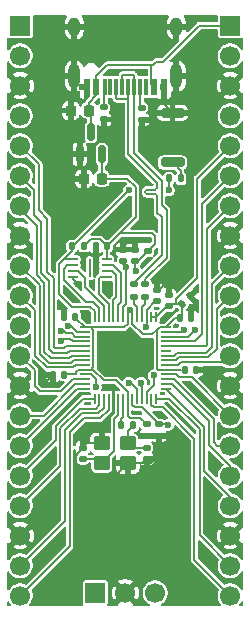
<source format=gbr>
%TF.GenerationSoftware,KiCad,Pcbnew,9.0.6*%
%TF.CreationDate,2025-12-19T19:37:15+11:00*%
%TF.ProjectId,Devboard,44657662-6f61-4726-942e-6b696361645f,rev?*%
%TF.SameCoordinates,Original*%
%TF.FileFunction,Copper,L1,Top*%
%TF.FilePolarity,Positive*%
%FSLAX46Y46*%
G04 Gerber Fmt 4.6, Leading zero omitted, Abs format (unit mm)*
G04 Created by KiCad (PCBNEW 9.0.6) date 2025-12-19 19:37:15*
%MOMM*%
%LPD*%
G01*
G04 APERTURE LIST*
G04 Aperture macros list*
%AMRoundRect*
0 Rectangle with rounded corners*
0 $1 Rounding radius*
0 $2 $3 $4 $5 $6 $7 $8 $9 X,Y pos of 4 corners*
0 Add a 4 corners polygon primitive as box body*
4,1,4,$2,$3,$4,$5,$6,$7,$8,$9,$2,$3,0*
0 Add four circle primitives for the rounded corners*
1,1,$1+$1,$2,$3*
1,1,$1+$1,$4,$5*
1,1,$1+$1,$6,$7*
1,1,$1+$1,$8,$9*
0 Add four rect primitives between the rounded corners*
20,1,$1+$1,$2,$3,$4,$5,0*
20,1,$1+$1,$4,$5,$6,$7,0*
20,1,$1+$1,$6,$7,$8,$9,0*
20,1,$1+$1,$8,$9,$2,$3,0*%
G04 Aperture macros list end*
%TA.AperFunction,SMDPad,CuDef*%
%ADD10RoundRect,0.200000X-0.800000X0.200000X-0.800000X-0.200000X0.800000X-0.200000X0.800000X0.200000X0*%
%TD*%
%TA.AperFunction,SMDPad,CuDef*%
%ADD11RoundRect,0.150000X0.150000X-0.587500X0.150000X0.587500X-0.150000X0.587500X-0.150000X-0.587500X0*%
%TD*%
%TA.AperFunction,SMDPad,CuDef*%
%ADD12RoundRect,0.140000X0.170000X-0.140000X0.170000X0.140000X-0.170000X0.140000X-0.170000X-0.140000X0*%
%TD*%
%TA.AperFunction,SMDPad,CuDef*%
%ADD13RoundRect,0.140000X0.140000X0.170000X-0.140000X0.170000X-0.140000X-0.170000X0.140000X-0.170000X0*%
%TD*%
%TA.AperFunction,SMDPad,CuDef*%
%ADD14RoundRect,0.140000X-0.140000X-0.170000X0.140000X-0.170000X0.140000X0.170000X-0.140000X0.170000X0*%
%TD*%
%TA.AperFunction,SMDPad,CuDef*%
%ADD15R,0.600000X1.450000*%
%TD*%
%TA.AperFunction,SMDPad,CuDef*%
%ADD16R,0.300000X1.450000*%
%TD*%
%TA.AperFunction,HeatsinkPad*%
%ADD17O,1.000000X2.100000*%
%TD*%
%TA.AperFunction,HeatsinkPad*%
%ADD18O,1.000000X1.600000*%
%TD*%
%TA.AperFunction,SMDPad,CuDef*%
%ADD19RoundRect,0.050000X-0.387500X-0.050000X0.387500X-0.050000X0.387500X0.050000X-0.387500X0.050000X0*%
%TD*%
%TA.AperFunction,SMDPad,CuDef*%
%ADD20RoundRect,0.050000X-0.050000X-0.387500X0.050000X-0.387500X0.050000X0.387500X-0.050000X0.387500X0*%
%TD*%
%TA.AperFunction,HeatsinkPad*%
%ADD21R,3.200000X3.200000*%
%TD*%
%TA.AperFunction,SMDPad,CuDef*%
%ADD22RoundRect,0.140000X0.021213X-0.219203X0.219203X-0.021213X-0.021213X0.219203X-0.219203X0.021213X0*%
%TD*%
%TA.AperFunction,SMDPad,CuDef*%
%ADD23RoundRect,0.135000X-0.135000X-0.185000X0.135000X-0.185000X0.135000X0.185000X-0.135000X0.185000X0*%
%TD*%
%TA.AperFunction,SMDPad,CuDef*%
%ADD24RoundRect,0.225000X0.225000X0.250000X-0.225000X0.250000X-0.225000X-0.250000X0.225000X-0.250000X0*%
%TD*%
%TA.AperFunction,SMDPad,CuDef*%
%ADD25RoundRect,0.135000X0.135000X0.185000X-0.135000X0.185000X-0.135000X-0.185000X0.135000X-0.185000X0*%
%TD*%
%TA.AperFunction,SMDPad,CuDef*%
%ADD26RoundRect,0.135000X0.185000X-0.135000X0.185000X0.135000X-0.185000X0.135000X-0.185000X-0.135000X0*%
%TD*%
%TA.AperFunction,SMDPad,CuDef*%
%ADD27RoundRect,0.062500X-0.387500X-0.062500X0.387500X-0.062500X0.387500X0.062500X-0.387500X0.062500X0*%
%TD*%
%TA.AperFunction,HeatsinkPad*%
%ADD28R,0.200000X1.600000*%
%TD*%
%TA.AperFunction,SMDPad,CuDef*%
%ADD29RoundRect,0.140000X-0.170000X0.140000X-0.170000X-0.140000X0.170000X-0.140000X0.170000X0.140000X0*%
%TD*%
%TA.AperFunction,SMDPad,CuDef*%
%ADD30RoundRect,0.250000X0.450000X0.350000X-0.450000X0.350000X-0.450000X-0.350000X0.450000X-0.350000X0*%
%TD*%
%TA.AperFunction,ComponentPad*%
%ADD31R,1.700000X1.700000*%
%TD*%
%TA.AperFunction,ComponentPad*%
%ADD32C,1.700000*%
%TD*%
%TA.AperFunction,ViaPad*%
%ADD33C,0.600000*%
%TD*%
%TA.AperFunction,Conductor*%
%ADD34C,0.200000*%
%TD*%
G04 APERTURE END LIST*
D10*
%TO.P,SW1,1,1*%
%TO.N,GND*%
X164500000Y-98750000D03*
%TO.P,SW1,2,2*%
%TO.N,Net-(R6-Pad2)*%
X164500000Y-102950000D03*
%TD*%
D11*
%TO.P,U2,1,GND*%
%TO.N,GND*%
X156650000Y-102250000D03*
%TO.P,U2,2,VO*%
%TO.N,+3V3*%
X158550000Y-102250000D03*
%TO.P,U2,3,VI*%
%TO.N,VBUS*%
X157600000Y-100375000D03*
%TD*%
D12*
%TO.P,C6,1*%
%TO.N,+3V3*%
X161350000Y-111280000D03*
%TO.P,C6,2*%
%TO.N,GND*%
X161350000Y-110320000D03*
%TD*%
D13*
%TO.P,C3,1*%
%TO.N,+3V3*%
X155330000Y-120950000D03*
%TO.P,C3,2*%
%TO.N,GND*%
X154370000Y-120950000D03*
%TD*%
D14*
%TO.P,C8,1*%
%TO.N,+3V3*%
X165120000Y-116100000D03*
%TO.P,C8,2*%
%TO.N,GND*%
X166080000Y-116100000D03*
%TD*%
%TO.P,C17,1*%
%TO.N,GND*%
X157990000Y-110050000D03*
%TO.P,C17,2*%
%TO.N,+3V3*%
X158950000Y-110050000D03*
%TD*%
D15*
%TO.P,J1,A1,GND*%
%TO.N,GND*%
X163750000Y-96545000D03*
%TO.P,J1,A4,VBUS*%
%TO.N,VBUS*%
X162950000Y-96545000D03*
D16*
%TO.P,J1,A5,CC1*%
%TO.N,Net-(J1-CC1)*%
X161750000Y-96545000D03*
%TO.P,J1,A6,D+*%
%TO.N,USB_D+*%
X160750000Y-96545000D03*
%TO.P,J1,A7,D-*%
%TO.N,USB_D-*%
X160250000Y-96545000D03*
%TO.P,J1,A8*%
%TO.N,N/C*%
X159250000Y-96545000D03*
D15*
%TO.P,J1,A9,VBUS*%
%TO.N,VBUS*%
X158050000Y-96545000D03*
%TO.P,J1,A12,GND*%
%TO.N,GND*%
X157250000Y-96545000D03*
%TO.P,J1,B1,GND*%
X157250000Y-96545000D03*
%TO.P,J1,B4,VBUS*%
%TO.N,VBUS*%
X158050000Y-96545000D03*
D16*
%TO.P,J1,B5,CC2*%
%TO.N,Net-(J1-CC2)*%
X158750000Y-96545000D03*
%TO.P,J1,B6,D+*%
%TO.N,USB_D+*%
X159750000Y-96545000D03*
%TO.P,J1,B7,D-*%
%TO.N,USB_D-*%
X161250000Y-96545000D03*
%TO.P,J1,B8*%
%TO.N,N/C*%
X162250000Y-96545000D03*
D15*
%TO.P,J1,B9,VBUS*%
%TO.N,VBUS*%
X162950000Y-96545000D03*
%TO.P,J1,B12,GND*%
%TO.N,GND*%
X163750000Y-96545000D03*
D17*
%TO.P,J1,S1,SHIELD*%
X164820000Y-95630000D03*
D18*
X164820000Y-91450000D03*
D17*
X156180000Y-95630000D03*
D18*
X156180000Y-91450000D03*
%TD*%
D12*
%TO.P,C12,1*%
%TO.N,+1V1*%
X160300000Y-111280000D03*
%TO.P,C12,2*%
%TO.N,GND*%
X160300000Y-110320000D03*
%TD*%
D19*
%TO.P,U1,1,IOVDD*%
%TO.N,+3V3*%
X157062500Y-116900000D03*
%TO.P,U1,2,GPIO0*%
%TO.N,GPIO0*%
X157062500Y-117300000D03*
%TO.P,U1,3,GPIO1*%
%TO.N,GPIO1*%
X157062500Y-117700000D03*
%TO.P,U1,4,GPIO2*%
%TO.N,GPIO2*%
X157062500Y-118100000D03*
%TO.P,U1,5,GPIO3*%
%TO.N,GPIO3*%
X157062500Y-118500000D03*
%TO.P,U1,6,GPIO4*%
%TO.N,GPIO4*%
X157062500Y-118900000D03*
%TO.P,U1,7,GPIO5*%
%TO.N,GPIO5*%
X157062500Y-119300000D03*
%TO.P,U1,8,GPIO6*%
%TO.N,GPIO6*%
X157062500Y-119700000D03*
%TO.P,U1,9,GPIO7*%
%TO.N,GPIO7*%
X157062500Y-120100000D03*
%TO.P,U1,10,IOVDD*%
%TO.N,+3V3*%
X157062500Y-120500000D03*
%TO.P,U1,11,GPIO8*%
%TO.N,GPIO8*%
X157062500Y-120900000D03*
%TO.P,U1,12,GPIO9*%
%TO.N,GPIO9*%
X157062500Y-121300000D03*
%TO.P,U1,13,GPIO10*%
%TO.N,GPIO10*%
X157062500Y-121700000D03*
%TO.P,U1,14,GPIO11*%
%TO.N,GPIO11*%
X157062500Y-122100000D03*
D20*
%TO.P,U1,15,GPIO12*%
%TO.N,GPIO12*%
X157900000Y-122937500D03*
%TO.P,U1,16,GPIO13*%
%TO.N,GPIO13*%
X158300000Y-122937500D03*
%TO.P,U1,17,GPIO14*%
%TO.N,GPIO14*%
X158700000Y-122937500D03*
%TO.P,U1,18,GPIO15*%
%TO.N,GPIO15*%
X159100000Y-122937500D03*
%TO.P,U1,19,TESTEN*%
%TO.N,GND*%
X159500000Y-122937500D03*
%TO.P,U1,20,XIN*%
%TO.N,XIN*%
X159900000Y-122937500D03*
%TO.P,U1,21,XOUT*%
%TO.N,XOUT*%
X160300000Y-122937500D03*
%TO.P,U1,22,IOVDD*%
%TO.N,+3V3*%
X160700000Y-122937500D03*
%TO.P,U1,23,DVDD*%
%TO.N,+1V1*%
X161100000Y-122937500D03*
%TO.P,U1,24,SWCLK*%
%TO.N,SWCLK*%
X161500000Y-122937500D03*
%TO.P,U1,25,SWD*%
%TO.N,SWD*%
X161900000Y-122937500D03*
%TO.P,U1,26,RUN*%
%TO.N,RUN*%
X162300000Y-122937500D03*
%TO.P,U1,27,GPIO16*%
%TO.N,GPIO16*%
X162700000Y-122937500D03*
%TO.P,U1,28,GPIO17*%
%TO.N,GPIO17*%
X163100000Y-122937500D03*
D19*
%TO.P,U1,29,GPIO18*%
%TO.N,GPIO18*%
X163937500Y-122100000D03*
%TO.P,U1,30,GPIO19*%
%TO.N,GPIO19*%
X163937500Y-121700000D03*
%TO.P,U1,31,GPIO20*%
%TO.N,GPIO20*%
X163937500Y-121300000D03*
%TO.P,U1,32,GPIO21*%
%TO.N,GPIO21*%
X163937500Y-120900000D03*
%TO.P,U1,33,IOVDD*%
%TO.N,+3V3*%
X163937500Y-120500000D03*
%TO.P,U1,34,GPIO22*%
%TO.N,GPIO22*%
X163937500Y-120100000D03*
%TO.P,U1,35,GPIO23*%
%TO.N,GPIO23*%
X163937500Y-119700000D03*
%TO.P,U1,36,GPIO24*%
%TO.N,GPIO24*%
X163937500Y-119300000D03*
%TO.P,U1,37,GPIO25*%
%TO.N,unconnected-(U1-GPIO25-Pad37)*%
X163937500Y-118900000D03*
%TO.P,U1,38,GPIO26_ADC0*%
%TO.N,GPIO26_ADC0*%
X163937500Y-118500000D03*
%TO.P,U1,39,GPIO27_ADC1*%
%TO.N,GPIO27_ADC1*%
X163937500Y-118100000D03*
%TO.P,U1,40,GPIO28_ADC2*%
%TO.N,GPIO28_ADC2*%
X163937500Y-117700000D03*
%TO.P,U1,41,GPIO29_ADC3*%
%TO.N,GPIO29_ADC3*%
X163937500Y-117300000D03*
%TO.P,U1,42,IOVDD*%
%TO.N,+3V3*%
X163937500Y-116900000D03*
D20*
%TO.P,U1,43,ADC_AVDD*%
X163100000Y-116062500D03*
%TO.P,U1,44,VREG_IN*%
X162700000Y-116062500D03*
%TO.P,U1,45,VREG_VOUT*%
%TO.N,+1V1*%
X162300000Y-116062500D03*
%TO.P,U1,46,USB_DM*%
%TO.N,Net-(U1-USB_DM)*%
X161900000Y-116062500D03*
%TO.P,U1,47,USB_DP*%
%TO.N,Net-(U1-USB_DP)*%
X161500000Y-116062500D03*
%TO.P,U1,48,USB_VDD*%
%TO.N,+3V3*%
X161100000Y-116062500D03*
%TO.P,U1,49,IOVDD*%
X160700000Y-116062500D03*
%TO.P,U1,50,DVDD*%
%TO.N,+1V1*%
X160300000Y-116062500D03*
%TO.P,U1,51,QSPI_SD3*%
%TO.N,QSPI_SD3*%
X159900000Y-116062500D03*
%TO.P,U1,52,QSPI_SCLK*%
%TO.N,QSPI_SCLK*%
X159500000Y-116062500D03*
%TO.P,U1,53,QSPI_SD0*%
%TO.N,QSPI_SD0*%
X159100000Y-116062500D03*
%TO.P,U1,54,QSPI_SD2*%
%TO.N,QSPI_SD2*%
X158700000Y-116062500D03*
%TO.P,U1,55,QSPI_SD1*%
%TO.N,QSPI_SD1*%
X158300000Y-116062500D03*
%TO.P,U1,56,QSPI_SS*%
%TO.N,QSPI_SS*%
X157900000Y-116062500D03*
D21*
%TO.P,U1,57,GND*%
%TO.N,GND*%
X160500000Y-119500000D03*
%TD*%
D12*
%TO.P,C7,1*%
%TO.N,+3V3*%
X162400000Y-110480000D03*
%TO.P,C7,2*%
%TO.N,GND*%
X162400000Y-109520000D03*
%TD*%
D22*
%TO.P,C1,1*%
%TO.N,+3V3*%
X165310589Y-114939411D03*
%TO.P,C1,2*%
%TO.N,GND*%
X165989411Y-114260589D03*
%TD*%
D13*
%TO.P,C4,1*%
%TO.N,+3V3*%
X156250000Y-116000000D03*
%TO.P,C4,2*%
%TO.N,GND*%
X155290000Y-116000000D03*
%TD*%
D23*
%TO.P,R6,1*%
%TO.N,QSPI_SS*%
X164190000Y-104300000D03*
%TO.P,R6,2*%
%TO.N,Net-(R6-Pad2)*%
X165210000Y-104300000D03*
%TD*%
D24*
%TO.P,C14,1*%
%TO.N,+3V3*%
X158525000Y-104312500D03*
%TO.P,C14,2*%
%TO.N,GND*%
X156975000Y-104312500D03*
%TD*%
D12*
%TO.P,C11,1*%
%TO.N,+1V1*%
X163200000Y-114700000D03*
%TO.P,C11,2*%
%TO.N,GND*%
X163200000Y-113740000D03*
%TD*%
D25*
%TO.P,R7,1*%
%TO.N,+3V3*%
X157000000Y-110050000D03*
%TO.P,R7,2*%
%TO.N,QSPI_SS*%
X155980000Y-110050000D03*
%TD*%
D26*
%TO.P,R2,1*%
%TO.N,GND*%
X161900000Y-99320000D03*
%TO.P,R2,2*%
%TO.N,Net-(J1-CC1)*%
X161900000Y-98300000D03*
%TD*%
%TO.P,R3,1*%
%TO.N,Net-(U1-USB_DP)*%
X161200000Y-114300000D03*
%TO.P,R3,2*%
%TO.N,USB_D+*%
X161200000Y-113280000D03*
%TD*%
%TO.P,R1,1*%
%TO.N,GND*%
X158700000Y-99310000D03*
%TO.P,R1,2*%
%TO.N,Net-(J1-CC2)*%
X158700000Y-98290000D03*
%TD*%
D12*
%TO.P,C5,1*%
%TO.N,+3V3*%
X164200000Y-115130000D03*
%TO.P,C5,2*%
%TO.N,GND*%
X164200000Y-114170000D03*
%TD*%
D26*
%TO.P,R4,1*%
%TO.N,Net-(U1-USB_DM)*%
X162200000Y-114300000D03*
%TO.P,R4,2*%
%TO.N,USB_D-*%
X162200000Y-113280000D03*
%TD*%
D27*
%TO.P,U3,1,~{CS}*%
%TO.N,QSPI_SS*%
X156075000Y-111150000D03*
%TO.P,U3,2,DO/IO_{1}*%
%TO.N,QSPI_SD1*%
X156075000Y-111650000D03*
%TO.P,U3,3,~{WP}/IO_{2}*%
%TO.N,QSPI_SD2*%
X156075000Y-112150000D03*
%TO.P,U3,4,GND*%
%TO.N,GND*%
X156075000Y-112650000D03*
%TO.P,U3,5,DI/IO_{0}*%
%TO.N,QSPI_SD0*%
X158925000Y-112650000D03*
%TO.P,U3,6,CLK*%
%TO.N,QSPI_SCLK*%
X158925000Y-112150000D03*
%TO.P,U3,7,~{HOLD}/~{RESET}/IO_{3}*%
%TO.N,QSPI_SD3*%
X158925000Y-111650000D03*
%TO.P,U3,8,VCC*%
%TO.N,+3V3*%
X158925000Y-111150000D03*
D28*
%TO.P,U3,9*%
%TO.N,N/C*%
X157500000Y-111900000D03*
%TD*%
D29*
%TO.P,C10,1*%
%TO.N,+1V1*%
X163350000Y-125132613D03*
%TO.P,C10,2*%
%TO.N,GND*%
X163350000Y-126092613D03*
%TD*%
D30*
%TO.P,Y1,1,1*%
%TO.N,Net-(C16-Pad1)*%
X160710000Y-126712613D03*
%TO.P,Y1,2,2*%
%TO.N,GND*%
X158510000Y-126712613D03*
%TO.P,Y1,3,3*%
%TO.N,XIN*%
X158510000Y-128412613D03*
%TO.P,Y1,4,4*%
%TO.N,GND*%
X160710000Y-128412613D03*
%TD*%
D31*
%TO.P,J3,1,Pin_1*%
%TO.N,VBUS*%
X169390000Y-91370000D03*
D32*
%TO.P,J3,2,Pin_2*%
%TO.N,GPIO29_ADC3*%
X169390000Y-93910000D03*
%TO.P,J3,3,Pin_3*%
%TO.N,GND*%
X169390000Y-96450000D03*
%TO.P,J3,4,Pin_4*%
%TO.N,GPIO28_ADC2*%
X169390000Y-98990000D03*
%TO.P,J3,5,Pin_5*%
%TO.N,+3V3*%
X169390000Y-101530000D03*
%TO.P,J3,6,Pin_6*%
%TO.N,GPIO27_ADC1*%
X169390000Y-104070000D03*
%TO.P,J3,7,Pin_7*%
%TO.N,GPIO26_ADC0*%
X169390000Y-106610000D03*
%TO.P,J3,8,Pin_8*%
%TO.N,GND*%
X169390000Y-109150000D03*
%TO.P,J3,9,Pin_9*%
%TO.N,GPIO24*%
X169390000Y-111690000D03*
%TO.P,J3,10,Pin_10*%
%TO.N,GPIO23*%
X169390000Y-114230000D03*
%TO.P,J3,11,Pin_11*%
%TO.N,RUN*%
X169390000Y-116770000D03*
%TO.P,J3,12,Pin_12*%
%TO.N,GPIO22*%
X169390000Y-119310000D03*
%TO.P,J3,13,Pin_13*%
%TO.N,GND*%
X169390000Y-121850000D03*
%TO.P,J3,14,Pin_14*%
%TO.N,GPIO21*%
X169390000Y-124390000D03*
%TO.P,J3,15,Pin_15*%
%TO.N,GPIO20*%
X169390000Y-126930000D03*
%TO.P,J3,16,Pin_16*%
%TO.N,GPIO19*%
X169390000Y-129470000D03*
%TO.P,J3,17,Pin_17*%
%TO.N,GPIO18*%
X169390000Y-132010000D03*
%TO.P,J3,18,Pin_18*%
%TO.N,GND*%
X169390000Y-134550000D03*
%TO.P,J3,19,Pin_19*%
%TO.N,GPIO17*%
X169390000Y-137090000D03*
%TO.P,J3,20,Pin_20*%
%TO.N,GPIO16*%
X169390000Y-139630000D03*
%TD*%
D14*
%TO.P,C9,1*%
%TO.N,+3V3*%
X165570000Y-120500000D03*
%TO.P,C9,2*%
%TO.N,GND*%
X166530000Y-120500000D03*
%TD*%
D24*
%TO.P,C13,1*%
%TO.N,VBUS*%
X157425000Y-98550000D03*
%TO.P,C13,2*%
%TO.N,GND*%
X155875000Y-98550000D03*
%TD*%
D12*
%TO.P,C15,1*%
%TO.N,XIN*%
X156910000Y-128042613D03*
%TO.P,C15,2*%
%TO.N,GND*%
X156910000Y-127082613D03*
%TD*%
D31*
%TO.P,J4,1,Pin_1*%
%TO.N,SWCLK*%
X157960000Y-139390000D03*
D32*
%TO.P,J4,2,Pin_2*%
%TO.N,GND*%
X160500000Y-139390000D03*
%TO.P,J4,3,Pin_3*%
%TO.N,SWD*%
X163040000Y-139390000D03*
%TD*%
D29*
%TO.P,C2,1*%
%TO.N,+3V3*%
X162300000Y-125132613D03*
%TO.P,C2,2*%
%TO.N,GND*%
X162300000Y-126092613D03*
%TD*%
D31*
%TO.P,J2,1,Pin_1*%
%TO.N,GPIO0*%
X151610000Y-91370000D03*
D32*
%TO.P,J2,2,Pin_2*%
%TO.N,GPIO1*%
X151610000Y-93910000D03*
%TO.P,J2,3,Pin_3*%
%TO.N,GND*%
X151610000Y-96450000D03*
%TO.P,J2,4,Pin_4*%
%TO.N,GPIO2*%
X151610000Y-98990000D03*
%TO.P,J2,5,Pin_5*%
%TO.N,GPIO3*%
X151610000Y-101530000D03*
%TO.P,J2,6,Pin_6*%
%TO.N,GPIO4*%
X151610000Y-104070000D03*
%TO.P,J2,7,Pin_7*%
%TO.N,GPIO5*%
X151610000Y-106610000D03*
%TO.P,J2,8,Pin_8*%
%TO.N,GND*%
X151610000Y-109150000D03*
%TO.P,J2,9,Pin_9*%
%TO.N,GPIO6*%
X151610000Y-111690000D03*
%TO.P,J2,10,Pin_10*%
%TO.N,GPIO7*%
X151610000Y-114230000D03*
%TO.P,J2,11,Pin_11*%
%TO.N,GPIO8*%
X151610000Y-116770000D03*
%TO.P,J2,12,Pin_12*%
%TO.N,GPIO9*%
X151610000Y-119310000D03*
%TO.P,J2,13,Pin_13*%
%TO.N,GND*%
X151610000Y-121850000D03*
%TO.P,J2,14,Pin_14*%
%TO.N,GPIO10*%
X151610000Y-124390000D03*
%TO.P,J2,15,Pin_15*%
%TO.N,GPIO11*%
X151610000Y-126930000D03*
%TO.P,J2,16,Pin_16*%
%TO.N,GPIO12*%
X151610000Y-129470000D03*
%TO.P,J2,17,Pin_17*%
%TO.N,GPIO13*%
X151610000Y-132010000D03*
%TO.P,J2,18,Pin_18*%
%TO.N,GND*%
X151610000Y-134550000D03*
%TO.P,J2,19,Pin_19*%
%TO.N,GPIO14*%
X151610000Y-137090000D03*
%TO.P,J2,20,Pin_20*%
%TO.N,GPIO15*%
X151610000Y-139630000D03*
%TD*%
D23*
%TO.P,R5,1*%
%TO.N,XOUT*%
X160150000Y-125212613D03*
%TO.P,R5,2*%
%TO.N,Net-(C16-Pad1)*%
X161170000Y-125212613D03*
%TD*%
D29*
%TO.P,C16,1*%
%TO.N,Net-(C16-Pad1)*%
X162310000Y-127082613D03*
%TO.P,C16,2*%
%TO.N,GND*%
X162310000Y-128042613D03*
%TD*%
D33*
%TO.N,+3V3*%
X161375735Y-112125735D03*
X160900000Y-115448527D03*
%TO.N,GND*%
X156499000Y-113197473D03*
X153600000Y-121725000D03*
X155075735Y-115124265D03*
X166300000Y-115300000D03*
X158900000Y-122001000D03*
X163300000Y-127800000D03*
X170200000Y-120900000D03*
X167400000Y-120600000D03*
X158461822Y-120338178D03*
X160900000Y-109539000D03*
X157300000Y-125600000D03*
X152500000Y-122900000D03*
X158000000Y-110700000D03*
X164000000Y-113100000D03*
%TO.N,+1V1*%
X162289806Y-116883203D03*
X164150000Y-125150000D03*
X160579000Y-111829000D03*
%TO.N,GPIO2*%
X155100398Y-118048653D03*
%TO.N,GPIO8*%
X157997838Y-121998625D03*
%TO.N,GPIO1*%
X155054000Y-117250000D03*
%TO.N,GPIO0*%
X155686588Y-116759273D03*
%TO.N,GPIO29_ADC3*%
X165450000Y-117100000D03*
%TO.N,RUN*%
X162918513Y-120962281D03*
%TO.N,GPIO28_ADC2*%
X166400000Y-117100000D03*
%TO.N,SWCLK*%
X160798530Y-121600000D03*
%TO.N,SWD*%
X161848530Y-121600000D03*
%TO.N,QSPI_SS*%
X164201000Y-105300000D03*
X160800000Y-105300000D03*
%TD*%
D34*
%TO.N,+3V3*%
X157600000Y-116900000D02*
X157801000Y-117101000D01*
X164032500Y-115130000D02*
X163100000Y-116062500D01*
X163200000Y-120399000D02*
X163200000Y-117100000D01*
X162300000Y-125132613D02*
X161759000Y-124591613D01*
X163400000Y-116900000D02*
X163937500Y-116900000D01*
X159751000Y-121401000D02*
X158676114Y-121401000D01*
X165310589Y-114939411D02*
X164800000Y-114939411D01*
X161100000Y-116062500D02*
X161100000Y-115648527D01*
X165310589Y-114939411D02*
X165310589Y-115909411D01*
X160700000Y-115648527D02*
X160900000Y-115448527D01*
X158525000Y-102275000D02*
X158550000Y-102250000D01*
X162800000Y-117500000D02*
X163200000Y-117100000D01*
X161600000Y-111280000D02*
X162400000Y-110480000D01*
X157801000Y-117101000D02*
X157801000Y-120296774D01*
X157062500Y-120500000D02*
X156527226Y-120500000D01*
X161400000Y-105050057D02*
X160662443Y-104312500D01*
X158950000Y-110050000D02*
X158339000Y-109439000D01*
X164390589Y-114939411D02*
X164200000Y-115130000D01*
X161350000Y-111280000D02*
X161600000Y-111280000D01*
X165310589Y-115909411D02*
X165120000Y-116100000D01*
X160700000Y-116062500D02*
X160700000Y-115648527D01*
X163100000Y-116062500D02*
X162700000Y-116062500D01*
X166600000Y-104320000D02*
X166600000Y-112750000D01*
X156324000Y-120899000D02*
X155381000Y-120899000D01*
X163937500Y-116900000D02*
X164393750Y-116443750D01*
X160700000Y-116597774D02*
X160700000Y-116062500D01*
X164800000Y-114550000D02*
X164800000Y-114939411D01*
X164800000Y-114939411D02*
X164390589Y-114939411D01*
X157600000Y-116900000D02*
X160397774Y-116900000D01*
X156324000Y-120703226D02*
X156324000Y-120899000D01*
X155381000Y-120899000D02*
X155330000Y-120950000D01*
X160700000Y-124412613D02*
X160700000Y-122937500D01*
X160879000Y-124591613D02*
X160700000Y-124412613D01*
X158525000Y-104312500D02*
X158525000Y-102275000D01*
X163937500Y-120500000D02*
X163301000Y-120500000D01*
X157801000Y-120296774D02*
X157598774Y-120499000D01*
X158925000Y-110075000D02*
X158950000Y-110050000D01*
X160061000Y-108939000D02*
X158950000Y-110050000D01*
X163301000Y-120500000D02*
X163200000Y-120399000D01*
X162400000Y-110480000D02*
X163011000Y-109869000D01*
X161375735Y-112125735D02*
X161350000Y-112100000D01*
X157611000Y-109439000D02*
X157000000Y-110050000D01*
X169390000Y-101530000D02*
X166600000Y-104320000D01*
X158925000Y-111150000D02*
X158925000Y-110075000D01*
X161100000Y-116062500D02*
X161100000Y-116600000D01*
X160061000Y-108939000D02*
X161400000Y-107600000D01*
X162756550Y-108939000D02*
X160061000Y-108939000D01*
X163011000Y-109193450D02*
X162756550Y-108939000D01*
X158676114Y-121401000D02*
X157774114Y-120499000D01*
X164406250Y-116443750D02*
X164750000Y-116100000D01*
X161350000Y-112100000D02*
X161350000Y-111280000D01*
X161759000Y-124591613D02*
X160879000Y-124591613D01*
X157062500Y-116900000D02*
X157600000Y-116900000D01*
X164393750Y-116443750D02*
X164406250Y-116443750D01*
X156250000Y-116087500D02*
X157062500Y-116900000D01*
X157774114Y-120499000D02*
X157598774Y-120499000D01*
X156527226Y-120500000D02*
X156324000Y-120703226D01*
X161100000Y-116600000D02*
X162000000Y-117500000D01*
X163200000Y-117100000D02*
X163400000Y-116900000D01*
X164200000Y-115130000D02*
X164032500Y-115130000D01*
X156250000Y-116000000D02*
X156250000Y-116087500D01*
X164750000Y-116100000D02*
X165120000Y-116100000D01*
X157062500Y-120500000D02*
X157597774Y-120500000D01*
X160700000Y-122937500D02*
X160700000Y-122350000D01*
X160397774Y-116900000D02*
X160700000Y-116597774D01*
X161100000Y-115648527D02*
X160900000Y-115448527D01*
X163011000Y-109869000D02*
X163011000Y-109193450D01*
X161400000Y-107600000D02*
X161400000Y-105050057D01*
X166600000Y-112750000D02*
X164800000Y-114550000D01*
X162000000Y-117500000D02*
X162800000Y-117500000D01*
X157597774Y-120500000D02*
X157598774Y-120499000D01*
X160700000Y-122350000D02*
X159751000Y-121401000D01*
X160662443Y-104312500D02*
X158525000Y-104312500D01*
X158339000Y-109439000D02*
X157611000Y-109439000D01*
X165220000Y-120500000D02*
X163937500Y-120500000D01*
%TO.N,GND*%
X155290000Y-115338530D02*
X155075735Y-115124265D01*
X160710000Y-128412613D02*
X162687387Y-128412613D01*
X160919000Y-109520000D02*
X160900000Y-109539000D01*
X158510000Y-126712613D02*
X158510000Y-125910000D01*
X161940000Y-128412613D02*
X162310000Y-128042613D01*
X163350000Y-127750000D02*
X163300000Y-127800000D01*
X163750000Y-98000000D02*
X164500000Y-98750000D01*
X157300000Y-125700000D02*
X156910000Y-126090000D01*
X164200000Y-114170000D02*
X164200000Y-113300000D01*
X154370000Y-120950000D02*
X154370000Y-120955000D01*
X151610000Y-122010000D02*
X152500000Y-122900000D01*
X158068287Y-125600000D02*
X158200000Y-125600000D01*
X163360000Y-113740000D02*
X164000000Y-113100000D01*
X159809000Y-129313613D02*
X157243450Y-129313613D01*
X167300000Y-120500000D02*
X167400000Y-120600000D01*
X160300000Y-110139000D02*
X160900000Y-109539000D01*
X163750000Y-96545000D02*
X163750000Y-98000000D01*
X160500000Y-119500000D02*
X159300000Y-119500000D01*
X158510000Y-125910000D02*
X158200000Y-125600000D01*
X160710000Y-128412613D02*
X161940000Y-128412613D01*
X157280000Y-126712613D02*
X156910000Y-127082613D01*
X157300000Y-125600000D02*
X158068287Y-125600000D01*
X164200000Y-113300000D02*
X164000000Y-113100000D01*
X163350000Y-126092613D02*
X163350000Y-127750000D01*
X169390000Y-121850000D02*
X169390000Y-121710000D01*
X157990000Y-110050000D02*
X157990000Y-110690000D01*
X162300000Y-126092613D02*
X163350000Y-126092613D01*
X156299000Y-127693613D02*
X156910000Y-127082613D01*
X162400000Y-109520000D02*
X160919000Y-109520000D01*
X159500000Y-122937500D02*
X159500000Y-124168287D01*
X161350000Y-109989000D02*
X160900000Y-109539000D01*
X157990000Y-110690000D02*
X158000000Y-110700000D01*
X160300000Y-110320000D02*
X160300000Y-110139000D01*
X166530000Y-120500000D02*
X167300000Y-120500000D01*
X154370000Y-120955000D02*
X153600000Y-121725000D01*
X151610000Y-121850000D02*
X151610000Y-122010000D01*
X156075000Y-112773473D02*
X156499000Y-113197473D01*
X156299000Y-128369163D02*
X156299000Y-127693613D01*
X159300000Y-119500000D02*
X158461822Y-120338178D01*
X159500000Y-122937500D02*
X159500000Y-122300000D01*
X166080000Y-115520000D02*
X166300000Y-115300000D01*
X169390000Y-121710000D02*
X170200000Y-120900000D01*
X159500000Y-122300000D02*
X159201000Y-122001000D01*
X155290000Y-116000000D02*
X155290000Y-115338530D01*
X159500000Y-124168287D02*
X158068287Y-125600000D01*
X166080000Y-116100000D02*
X166080000Y-115520000D01*
X156075000Y-112650000D02*
X156075000Y-112773473D01*
X160710000Y-128412613D02*
X159809000Y-129313613D01*
X162687387Y-128412613D02*
X163300000Y-127800000D01*
X156910000Y-126090000D02*
X156910000Y-127082613D01*
X169390000Y-109150000D02*
X169390000Y-109510000D01*
X163200000Y-113740000D02*
X163360000Y-113740000D01*
X157243450Y-129313613D02*
X156299000Y-128369163D01*
X161350000Y-110320000D02*
X161350000Y-109989000D01*
X158510000Y-126712613D02*
X157280000Y-126712613D01*
X157300000Y-125600000D02*
X157300000Y-125700000D01*
X159201000Y-122001000D02*
X158900000Y-122001000D01*
%TO.N,+1V1*%
X162289806Y-116883203D02*
X162300000Y-116873009D01*
X162300000Y-116873009D02*
X162300000Y-116062500D01*
X160579000Y-114921000D02*
X160579000Y-111829000D01*
X161303226Y-123676000D02*
X161100000Y-123472774D01*
X160300000Y-116062500D02*
X160300000Y-115200000D01*
X163350000Y-125132613D02*
X161893387Y-123676000D01*
X163050000Y-114700000D02*
X163200000Y-114700000D01*
X162300000Y-115450000D02*
X163050000Y-114700000D01*
X160300000Y-115200000D02*
X160579000Y-114921000D01*
X161100000Y-123472774D02*
X161100000Y-122937500D01*
X161893387Y-123676000D02*
X161303226Y-123676000D01*
X164132613Y-125132613D02*
X164150000Y-125150000D01*
X160300000Y-111550000D02*
X160300000Y-111280000D01*
X162300000Y-116062500D02*
X162300000Y-115450000D01*
X160579000Y-111829000D02*
X160300000Y-111550000D01*
X163350000Y-125132613D02*
X164132613Y-125132613D01*
%TO.N,VBUS*%
X158050000Y-95620000D02*
X158050000Y-96545000D01*
X166724008Y-91370000D02*
X163670008Y-94424000D01*
X162714000Y-96309000D02*
X162950000Y-96545000D01*
X158050000Y-96545000D02*
X158050000Y-97250000D01*
X157600000Y-100375000D02*
X157600000Y-98725000D01*
X163670008Y-94424000D02*
X163109992Y-94424000D01*
X157425000Y-97875000D02*
X157425000Y-98550000D01*
X162841996Y-94691996D02*
X158978004Y-94691996D01*
X162841996Y-94691996D02*
X162714000Y-94819992D01*
X158050000Y-97250000D02*
X157425000Y-97875000D01*
X163109992Y-94424000D02*
X162841996Y-94691996D01*
X157600000Y-98725000D02*
X157425000Y-98550000D01*
X158978004Y-94691996D02*
X158050000Y-95620000D01*
X162714000Y-94819992D02*
X162714000Y-96309000D01*
X169390000Y-91370000D02*
X166724008Y-91370000D01*
%TO.N,XIN*%
X159579000Y-127343613D02*
X159579000Y-124656387D01*
X156910000Y-128042613D02*
X158140000Y-128042613D01*
X159900000Y-124335387D02*
X159900000Y-122937500D01*
X158510000Y-128412613D02*
X159579000Y-127343613D01*
X159579000Y-124656387D02*
X159900000Y-124335387D01*
%TO.N,Net-(C16-Pad1)*%
X162310000Y-127082613D02*
X161080000Y-127082613D01*
X160710000Y-126712613D02*
X160710000Y-125672613D01*
X160710000Y-125672613D02*
X161170000Y-125212613D01*
%TO.N,Net-(J1-CC1)*%
X161750000Y-98150000D02*
X161750000Y-96545000D01*
X161900000Y-98300000D02*
X161750000Y-98150000D01*
%TO.N,USB_D-*%
X160250000Y-96545000D02*
X160250000Y-95568000D01*
X163601000Y-105598297D02*
X163601000Y-106109953D01*
X163601000Y-106109953D02*
X163601000Y-106119358D01*
X163601000Y-106533278D02*
X163601000Y-106119358D01*
X161171000Y-95519000D02*
X161250000Y-95598000D01*
X160250000Y-95568000D02*
X160299000Y-95519000D01*
X161250000Y-96545000D02*
X161250000Y-102132900D01*
X161250000Y-95598000D02*
X161250000Y-96545000D01*
X162200000Y-112800000D02*
X164000000Y-111000000D01*
X160299000Y-95519000D02*
X161171000Y-95519000D01*
X163601000Y-104483900D02*
X163601000Y-105598297D01*
X161250000Y-102132900D02*
X163601000Y-104483900D01*
X164000000Y-111000000D02*
X164000000Y-106932278D01*
X162200000Y-113280000D02*
X162200000Y-112800000D01*
X164000000Y-106932278D02*
X163601000Y-106533278D01*
%TO.N,USB_D+*%
X162200000Y-105398679D02*
X162200000Y-105478679D01*
X159799000Y-97571000D02*
X160679000Y-97571000D01*
X162360000Y-105638679D02*
X163040000Y-105638679D01*
X163200000Y-105878679D02*
X163200000Y-106344220D01*
X159750000Y-97522000D02*
X159799000Y-97571000D01*
X163200000Y-106837950D02*
X163200000Y-107031707D01*
X159750000Y-96545000D02*
X159750000Y-97522000D01*
X163517483Y-107518492D02*
X163599000Y-107600009D01*
X163200000Y-104650000D02*
X163200000Y-105078679D01*
X163200000Y-107201009D02*
X163517483Y-107518492D01*
X163200000Y-106580862D02*
X163200000Y-106837950D01*
X163200000Y-107031707D02*
X163200000Y-107201009D01*
X163599000Y-110751000D02*
X163599000Y-108830236D01*
X163200000Y-106476773D02*
X163200000Y-106580862D01*
X163599000Y-108830236D02*
X163599000Y-107729774D01*
X163200000Y-105798679D02*
X163200000Y-105878679D01*
X160750000Y-97500000D02*
X160750000Y-96545000D01*
X160750000Y-102200000D02*
X163200000Y-104650000D01*
X163599000Y-107600009D02*
X163599000Y-107729774D01*
X163200000Y-106344220D02*
X163200000Y-106366849D01*
X161200000Y-113150000D02*
X163599000Y-110751000D01*
X160750000Y-97500000D02*
X160750000Y-102200000D01*
X163200000Y-106476773D02*
X163200000Y-106366849D01*
X163040000Y-105238679D02*
X162360000Y-105238679D01*
X160679000Y-97571000D02*
X160750000Y-97500000D01*
X162200000Y-105478679D02*
G75*
G03*
X162360000Y-105638700I160000J-21D01*
G01*
X162360000Y-105238679D02*
G75*
G03*
X162199979Y-105398679I0J-160021D01*
G01*
X163040000Y-105638679D02*
G75*
G02*
X163200021Y-105798679I0J-160021D01*
G01*
X163200000Y-105078679D02*
G75*
G02*
X163040000Y-105238700I-160000J-21D01*
G01*
%TO.N,Net-(J1-CC2)*%
X158700000Y-98290000D02*
X158700000Y-96595000D01*
X158700000Y-96595000D02*
X158750000Y-96545000D01*
%TO.N,GPIO7*%
X156300000Y-120100000D02*
X156100000Y-120300000D01*
X152850000Y-119300000D02*
X152850000Y-115470000D01*
X156100000Y-120300000D02*
X153850000Y-120300000D01*
X152850000Y-115470000D02*
X151610000Y-114230000D01*
X157062500Y-120100000D02*
X156300000Y-120100000D01*
X153850000Y-120300000D02*
X152850000Y-119300000D01*
%TO.N,GPIO3*%
X155498000Y-118498000D02*
X155300000Y-118696000D01*
X154454000Y-112754000D02*
X153900000Y-112200000D01*
X154582200Y-118696000D02*
X154454000Y-118567800D01*
X153900000Y-112200000D02*
X153900000Y-107700000D01*
X153200000Y-103120000D02*
X151610000Y-101530000D01*
X155965800Y-118498000D02*
X155498000Y-118498000D01*
X157062500Y-118500000D02*
X155967800Y-118500000D01*
X155300000Y-118696000D02*
X154582200Y-118696000D01*
X153200000Y-107000000D02*
X153200000Y-103120000D01*
X153900000Y-107700000D02*
X153200000Y-107000000D01*
X154454000Y-118567800D02*
X154454000Y-112754000D01*
X155967800Y-118500000D02*
X155965800Y-118498000D01*
%TO.N,GPIO6*%
X156132900Y-119700000D02*
X157062500Y-119700000D01*
X153251000Y-113331000D02*
X153251000Y-119133900D01*
X154016100Y-119899000D02*
X155933900Y-119899000D01*
X155933900Y-119899000D02*
X156132900Y-119700000D01*
X153251000Y-119133900D02*
X154016100Y-119899000D01*
X151610000Y-111690000D02*
X153251000Y-113331000D01*
%TO.N,GPIO2*%
X156050000Y-118100000D02*
X155850000Y-117900000D01*
X157062500Y-118100000D02*
X156050000Y-118100000D01*
X155249051Y-117900000D02*
X155100398Y-118048653D01*
X155850000Y-117900000D02*
X155249051Y-117900000D01*
%TO.N,GPIO14*%
X155401000Y-125633900D02*
X156833900Y-124201000D01*
X155401000Y-133299000D02*
X151610000Y-137090000D01*
X156833900Y-124201000D02*
X157050000Y-124201000D01*
X158199000Y-124201000D02*
X156833900Y-124201000D01*
X158700000Y-122937500D02*
X158700000Y-123700000D01*
X158700000Y-123700000D02*
X158199000Y-124201000D01*
X155401000Y-125650000D02*
X155401000Y-133299000D01*
X155401000Y-125650000D02*
X155401000Y-125633900D01*
%TO.N,GPIO12*%
X154599000Y-126481000D02*
X154599000Y-125301700D01*
X151610000Y-129470000D02*
X154599000Y-126481000D01*
X156963200Y-122937500D02*
X157900000Y-122937500D01*
X154599000Y-125301700D02*
X156963200Y-122937500D01*
%TO.N,GPIO13*%
X155000000Y-125750000D02*
X155000000Y-128620000D01*
X156667800Y-123800000D02*
X156800000Y-123800000D01*
X155000000Y-128620000D02*
X151610000Y-132010000D01*
X155000000Y-125750000D02*
X155000000Y-125467800D01*
X158000000Y-123800000D02*
X156667800Y-123800000D01*
X158300000Y-122937500D02*
X158300000Y-123500000D01*
X158300000Y-123500000D02*
X158000000Y-123800000D01*
X155000000Y-125467800D02*
X156667800Y-123800000D01*
%TO.N,GPIO15*%
X155802000Y-125800000D02*
X155802000Y-135438000D01*
X155802000Y-125800000D02*
X157000000Y-124602000D01*
X159100000Y-122937500D02*
X159100000Y-123867100D01*
X158365100Y-124602000D02*
X157000000Y-124602000D01*
X155802000Y-135438000D02*
X151610000Y-139630000D01*
X159100000Y-123867100D02*
X158365100Y-124602000D01*
%TO.N,GPIO8*%
X157608014Y-120900000D02*
X157062500Y-120900000D01*
X157997838Y-121998625D02*
X157997838Y-121289824D01*
X157997838Y-121289824D02*
X157608014Y-120900000D01*
%TO.N,GPIO4*%
X155601700Y-119097000D02*
X155799700Y-118899000D01*
X154053000Y-112953000D02*
X154053000Y-118733900D01*
X153400000Y-112300000D02*
X154053000Y-112953000D01*
X154053000Y-118733900D02*
X154416100Y-119097000D01*
X152790000Y-105250000D02*
X152790000Y-107390000D01*
X153400000Y-108000000D02*
X153400000Y-112300000D01*
X155800700Y-118900000D02*
X157062500Y-118900000D01*
X154416100Y-119097000D02*
X155601700Y-119097000D01*
X155799700Y-118899000D02*
X155800700Y-118900000D01*
X151610000Y-104070000D02*
X152790000Y-105250000D01*
X152790000Y-107390000D02*
X153400000Y-108000000D01*
%TO.N,GPIO1*%
X155961314Y-117386314D02*
X155463686Y-117386314D01*
X155327372Y-117250000D02*
X155054000Y-117250000D01*
X156275000Y-117700000D02*
X155961314Y-117386314D01*
X155463686Y-117386314D02*
X155327372Y-117250000D01*
X157062500Y-117700000D02*
X156275000Y-117700000D01*
%TO.N,GPIO11*%
X151610000Y-126930000D02*
X156440000Y-122100000D01*
X156440000Y-122100000D02*
X157062500Y-122100000D01*
%TO.N,GPIO9*%
X151610000Y-119310000D02*
X152850000Y-120550000D01*
X153300000Y-122325000D02*
X155075000Y-122325000D01*
X152850000Y-120550000D02*
X152850000Y-121875000D01*
X156100000Y-121300000D02*
X157062500Y-121300000D01*
X152850000Y-121875000D02*
X153300000Y-122325000D01*
X155075000Y-122325000D02*
X156100000Y-121300000D01*
%TO.N,GPIO5*%
X155767800Y-119498000D02*
X154182200Y-119498000D01*
X153652000Y-113152000D02*
X153000000Y-112500000D01*
X153000000Y-112500000D02*
X153000000Y-108300000D01*
X155965800Y-119300000D02*
X155767800Y-119498000D01*
X154182200Y-119498000D02*
X153652000Y-118967800D01*
X153000000Y-108300000D02*
X151610000Y-106910000D01*
X151610000Y-106910000D02*
X151610000Y-106610000D01*
X153652000Y-118967800D02*
X153652000Y-113152000D01*
X157062500Y-119300000D02*
X155965800Y-119300000D01*
%TO.N,GPIO0*%
X155909273Y-116759273D02*
X155686588Y-116759273D01*
X156450000Y-117300000D02*
X155909273Y-116759273D01*
X157062500Y-117300000D02*
X156450000Y-117300000D01*
%TO.N,GPIO10*%
X153582900Y-124390000D02*
X156272900Y-121700000D01*
X156272900Y-121700000D02*
X157062500Y-121700000D01*
X151610000Y-124390000D02*
X153582900Y-124390000D01*
%TO.N,GPIO20*%
X169390000Y-126930000D02*
X168280000Y-126930000D01*
X168000000Y-124660126D02*
X164639874Y-121300000D01*
X168280000Y-126930000D02*
X168000000Y-126650000D01*
X164639874Y-121300000D02*
X163937500Y-121300000D01*
X168000000Y-126650000D02*
X168000000Y-124660126D01*
%TO.N,GPIO29_ADC3*%
X163937500Y-117300000D02*
X165250000Y-117300000D01*
X165250000Y-117300000D02*
X165450000Y-117100000D01*
%TO.N,GPIO18*%
X163937500Y-122100000D02*
X167200000Y-125362500D01*
X167200000Y-125362500D02*
X167200000Y-129050000D01*
X169390000Y-131240000D02*
X169390000Y-132010000D01*
X167200000Y-129050000D02*
X169390000Y-131240000D01*
%TO.N,GPIO26_ADC0*%
X167315800Y-118500000D02*
X163937500Y-118500000D01*
X167432900Y-108567100D02*
X167432900Y-118382900D01*
X167432900Y-118382900D02*
X167315800Y-118500000D01*
X169390000Y-106610000D02*
X167432900Y-108567100D01*
%TO.N,GPIO27_ADC1*%
X166381900Y-118100000D02*
X167031900Y-117450000D01*
X169390000Y-104070000D02*
X167031900Y-106428100D01*
X167031900Y-106428100D02*
X167031900Y-117450000D01*
X163937500Y-118100000D02*
X166381900Y-118100000D01*
%TO.N,GPIO17*%
X164187500Y-122937500D02*
X166799000Y-125549000D01*
X166799000Y-125549000D02*
X166799000Y-134499000D01*
X166799000Y-134499000D02*
X169390000Y-137090000D01*
X163100000Y-122937500D02*
X164187500Y-122937500D01*
%TO.N,GPIO22*%
X165250000Y-119850000D02*
X168850000Y-119850000D01*
X163937500Y-120100000D02*
X165000000Y-120100000D01*
X168850000Y-119850000D02*
X169390000Y-119310000D01*
X165000000Y-120100000D02*
X165250000Y-119850000D01*
%TO.N,RUN*%
X162300000Y-122400000D02*
X162300000Y-122937500D01*
X162918513Y-121781487D02*
X162300000Y-122400000D01*
X162918513Y-120962281D02*
X162918513Y-121781487D01*
%TO.N,GPIO19*%
X164472774Y-121700000D02*
X163937500Y-121700000D01*
X167600000Y-126850000D02*
X167600000Y-124827226D01*
X167600000Y-124827226D02*
X164472774Y-121700000D01*
X169390000Y-128640000D02*
X167600000Y-126850000D01*
X169390000Y-129470000D02*
X169390000Y-128640000D01*
%TO.N,GPIO24*%
X169390000Y-111690000D02*
X167838000Y-113242000D01*
X167334900Y-119048000D02*
X164917800Y-119048000D01*
X164665800Y-119300000D02*
X163937500Y-119300000D01*
X164917800Y-119048000D02*
X164665800Y-119300000D01*
X167838000Y-113242000D02*
X167838000Y-118544900D01*
X167838000Y-118544900D02*
X167334900Y-119048000D01*
%TO.N,GPIO28_ADC2*%
X165800000Y-117700000D02*
X166400000Y-117100000D01*
X163937500Y-117700000D02*
X165800000Y-117700000D01*
%TO.N,GPIO21*%
X166111000Y-121111000D02*
X165017974Y-121111000D01*
X169390000Y-124390000D02*
X166111000Y-121111000D01*
X165017974Y-121111000D02*
X164806974Y-120900000D01*
X164806974Y-120900000D02*
X163937500Y-120900000D01*
%TO.N,GPIO23*%
X169390000Y-114230000D02*
X168239000Y-115381000D01*
X167501000Y-119449000D02*
X165083900Y-119449000D01*
X168239000Y-115381000D02*
X168239000Y-118711000D01*
X164832900Y-119700000D02*
X163937500Y-119700000D01*
X165083900Y-119449000D02*
X164832900Y-119700000D01*
X168239000Y-118711000D02*
X167501000Y-119449000D01*
%TO.N,GPIO16*%
X163706550Y-123689000D02*
X162916226Y-123689000D01*
X162700000Y-123470774D02*
X162700000Y-122937500D01*
X166350000Y-126332450D02*
X163706550Y-123689000D01*
X169390000Y-139630000D02*
X166350000Y-136590000D01*
X166350000Y-136590000D02*
X166350000Y-126332450D01*
X162916226Y-123689000D02*
X162699000Y-123471774D01*
X162699000Y-123471774D02*
X162700000Y-123470774D01*
%TO.N,SWCLK*%
X161000000Y-121600000D02*
X161500000Y-122100000D01*
X161500000Y-122100000D02*
X161500000Y-122937500D01*
X160798530Y-121600000D02*
X161000000Y-121600000D01*
%TO.N,SWD*%
X161848530Y-121900000D02*
X161900000Y-121951470D01*
X161848530Y-121600000D02*
X161848530Y-121900000D01*
X161900000Y-121951470D02*
X161900000Y-122937500D01*
%TO.N,Net-(U1-USB_DP)*%
X161500000Y-115200000D02*
X161200000Y-114900000D01*
X161500000Y-116062500D02*
X161500000Y-115200000D01*
X161200000Y-114900000D02*
X161200000Y-114300000D01*
%TO.N,Net-(U1-USB_DM)*%
X162200000Y-114900000D02*
X162200000Y-114300000D01*
X161900000Y-116062500D02*
X161900000Y-115200000D01*
X161900000Y-115200000D02*
X162200000Y-114900000D01*
%TO.N,XOUT*%
X160299000Y-124503487D02*
X160299000Y-124413613D01*
X160150000Y-124652487D02*
X160299000Y-124503487D01*
X160150000Y-125212613D02*
X160150000Y-124652487D01*
X160300000Y-124412613D02*
X160300000Y-122937500D01*
X160299000Y-124413613D02*
X160300000Y-124412613D01*
%TO.N,Net-(R6-Pad2)*%
X165210000Y-103660000D02*
X165210000Y-104300000D01*
X164500000Y-102950000D02*
X165210000Y-103660000D01*
%TO.N,QSPI_SS*%
X156050000Y-110050000D02*
X160800000Y-105300000D01*
X155284202Y-111150000D02*
X155750000Y-111150000D01*
X155980000Y-110050000D02*
X156050000Y-110050000D01*
X157550000Y-115150000D02*
X155950000Y-115150000D01*
X164201000Y-104311000D02*
X164190000Y-104300000D01*
X164201000Y-105300000D02*
X164201000Y-104311000D01*
X164201000Y-104411000D02*
X164090000Y-104300000D01*
X157900000Y-116062500D02*
X157900000Y-115500000D01*
X154902000Y-114102000D02*
X154902000Y-111532202D01*
X154902000Y-111532202D02*
X155284202Y-111150000D01*
X154902000Y-111532202D02*
X155980000Y-110454202D01*
X157900000Y-115500000D02*
X157550000Y-115150000D01*
X155980000Y-110454202D02*
X155980000Y-110050000D01*
X155950000Y-115150000D02*
X154902000Y-114102000D01*
%TO.N,QSPI_SCLK*%
X159750000Y-114350000D02*
X159750000Y-112500000D01*
X159750000Y-112500000D02*
X159400000Y-112150000D01*
X159400000Y-112150000D02*
X158925000Y-112150000D01*
X159500000Y-116062500D02*
X159500000Y-114600000D01*
X159500000Y-114600000D02*
X159750000Y-114350000D01*
%TO.N,QSPI_SD2*%
X157099000Y-113526000D02*
X157099000Y-112708202D01*
X158700000Y-116062500D02*
X158700000Y-115127000D01*
X156540798Y-112150000D02*
X156075000Y-112150000D01*
X158700000Y-115127000D02*
X157099000Y-113526000D01*
X157099000Y-112708202D02*
X156540798Y-112150000D01*
%TO.N,QSPI_SD3*%
X159900000Y-116062500D02*
X159900000Y-115000000D01*
X160178000Y-112328000D02*
X159500000Y-111650000D01*
X160178000Y-114722000D02*
X160178000Y-112328000D01*
X159500000Y-111650000D02*
X158925000Y-111650000D01*
X159900000Y-115000000D02*
X160178000Y-114722000D01*
%TO.N,QSPI_SD1*%
X158300000Y-115300000D02*
X157749000Y-114749000D01*
X158300000Y-116062500D02*
X158300000Y-115300000D01*
X155609202Y-111650000D02*
X156075000Y-111650000D01*
X155324000Y-111935202D02*
X155609202Y-111650000D01*
X157749000Y-114749000D02*
X157202000Y-114749000D01*
X157202000Y-114749000D02*
X155324000Y-112871000D01*
X155324000Y-112871000D02*
X155324000Y-111935202D01*
%TO.N,QSPI_SD0*%
X159100000Y-114950000D02*
X158250000Y-114100000D01*
X158400000Y-112650000D02*
X158925000Y-112650000D01*
X158250000Y-112800000D02*
X158400000Y-112650000D01*
X159100000Y-116062500D02*
X159100000Y-114950000D01*
X158250000Y-114100000D02*
X158250000Y-112800000D01*
%TD*%
%TA.AperFunction,Conductor*%
%TO.N,GND*%
G36*
X164789048Y-125199529D02*
G01*
X164805133Y-125212554D01*
X166020504Y-126427925D01*
X166048281Y-126482442D01*
X166049500Y-126497929D01*
X166049500Y-136629564D01*
X166069978Y-136705988D01*
X166069979Y-136705989D01*
X166086443Y-136734505D01*
X166109540Y-136774511D01*
X167355970Y-138020941D01*
X168414736Y-139079707D01*
X168442513Y-139134224D01*
X168436196Y-139187596D01*
X168379870Y-139323578D01*
X168379870Y-139323580D01*
X168339500Y-139526532D01*
X168339500Y-139733467D01*
X168379869Y-139936418D01*
X168459058Y-140127597D01*
X168511431Y-140205979D01*
X168574023Y-140299655D01*
X168604866Y-140330498D01*
X168632642Y-140385013D01*
X168623071Y-140445445D01*
X168579806Y-140488710D01*
X168534861Y-140499500D01*
X163596725Y-140499500D01*
X163538534Y-140480593D01*
X163502570Y-140431093D01*
X163502570Y-140369907D01*
X163538534Y-140320407D01*
X163541724Y-140318184D01*
X163629183Y-140259746D01*
X163709655Y-140205977D01*
X163855977Y-140059655D01*
X163970941Y-139887598D01*
X164050130Y-139696420D01*
X164090500Y-139493465D01*
X164090500Y-139286535D01*
X164050130Y-139083580D01*
X163970941Y-138892402D01*
X163855977Y-138720345D01*
X163709655Y-138574023D01*
X163629182Y-138520253D01*
X163537597Y-138459058D01*
X163346418Y-138379869D01*
X163143467Y-138339500D01*
X163143465Y-138339500D01*
X162936535Y-138339500D01*
X162936532Y-138339500D01*
X162733581Y-138379869D01*
X162542402Y-138459058D01*
X162370348Y-138574020D01*
X162224020Y-138720348D01*
X162109058Y-138892402D01*
X162029869Y-139083581D01*
X161989500Y-139286532D01*
X161989500Y-139493467D01*
X162029869Y-139696418D01*
X162109058Y-139887597D01*
X162189863Y-140008531D01*
X162224023Y-140059655D01*
X162370345Y-140205977D01*
X162370348Y-140205979D01*
X162538276Y-140318184D01*
X162576156Y-140366234D01*
X162578558Y-140427372D01*
X162544566Y-140478246D01*
X162487162Y-140499424D01*
X162483275Y-140499500D01*
X161214816Y-140499500D01*
X161156625Y-140480593D01*
X161120661Y-140431093D01*
X161116121Y-140392732D01*
X161118532Y-140362086D01*
X160629408Y-139872962D01*
X160692993Y-139855925D01*
X160807007Y-139790099D01*
X160900099Y-139697007D01*
X160965925Y-139582993D01*
X160982962Y-139519408D01*
X161472086Y-140008532D01*
X161472087Y-140008532D01*
X161483564Y-139992735D01*
X161483568Y-139992730D01*
X161565749Y-139831440D01*
X161621683Y-139659289D01*
X161650000Y-139480510D01*
X161650000Y-139299489D01*
X161621683Y-139120710D01*
X161565749Y-138948559D01*
X161483566Y-138787266D01*
X161472087Y-138771466D01*
X160982962Y-139260591D01*
X160965925Y-139197007D01*
X160900099Y-139082993D01*
X160807007Y-138989901D01*
X160692993Y-138924075D01*
X160629406Y-138907036D01*
X161118532Y-138417911D01*
X161102730Y-138406432D01*
X160941440Y-138324250D01*
X160769289Y-138268316D01*
X160590510Y-138240000D01*
X160409490Y-138240000D01*
X160230710Y-138268316D01*
X160058559Y-138324250D01*
X159897264Y-138406434D01*
X159881466Y-138417911D01*
X160370592Y-138907037D01*
X160307007Y-138924075D01*
X160192993Y-138989901D01*
X160099901Y-139082993D01*
X160034075Y-139197007D01*
X160017037Y-139260592D01*
X159527911Y-138771466D01*
X159516434Y-138787264D01*
X159434250Y-138948559D01*
X159378316Y-139120710D01*
X159350000Y-139299489D01*
X159350000Y-139480510D01*
X159378316Y-139659289D01*
X159434250Y-139831440D01*
X159516432Y-139992730D01*
X159527911Y-140008531D01*
X160017036Y-139519406D01*
X160034075Y-139582993D01*
X160099901Y-139697007D01*
X160192993Y-139790099D01*
X160307007Y-139855925D01*
X160370591Y-139872962D01*
X159881466Y-140362087D01*
X159883879Y-140392731D01*
X159869596Y-140452226D01*
X159823071Y-140491963D01*
X159785184Y-140499500D01*
X159062962Y-140499500D01*
X159004771Y-140480593D01*
X158968807Y-140431093D01*
X158968807Y-140369907D01*
X158980643Y-140345503D01*
X158998867Y-140318231D01*
X159010500Y-140259748D01*
X159010500Y-138520252D01*
X158998867Y-138461769D01*
X158954552Y-138395448D01*
X158954548Y-138395445D01*
X158888233Y-138351134D01*
X158888231Y-138351133D01*
X158888228Y-138351132D01*
X158888227Y-138351132D01*
X158829758Y-138339501D01*
X158829748Y-138339500D01*
X157090252Y-138339500D01*
X157090251Y-138339500D01*
X157090241Y-138339501D01*
X157031772Y-138351132D01*
X157031766Y-138351134D01*
X156965451Y-138395445D01*
X156965445Y-138395451D01*
X156921134Y-138461766D01*
X156921132Y-138461772D01*
X156909501Y-138520241D01*
X156909500Y-138520253D01*
X156909500Y-140259746D01*
X156909501Y-140259758D01*
X156921132Y-140318227D01*
X156921133Y-140318231D01*
X156939353Y-140345499D01*
X156955962Y-140404385D01*
X156934785Y-140461789D01*
X156883912Y-140495783D01*
X156857038Y-140499500D01*
X152465139Y-140499500D01*
X152406948Y-140480593D01*
X152370984Y-140431093D01*
X152370984Y-140369907D01*
X152395133Y-140330498D01*
X152425977Y-140299655D01*
X152540941Y-140127598D01*
X152620130Y-139936420D01*
X152660500Y-139733465D01*
X152660500Y-139526535D01*
X152620130Y-139323580D01*
X152563802Y-139187595D01*
X152559002Y-139126599D01*
X152585261Y-139079708D01*
X156042460Y-135622511D01*
X156082021Y-135553989D01*
X156102500Y-135477562D01*
X156102500Y-127285570D01*
X156121407Y-127227379D01*
X156170907Y-127191415D01*
X156232093Y-127191415D01*
X156281593Y-127227379D01*
X156300068Y-127276332D01*
X156302786Y-127305333D01*
X156302787Y-127305339D01*
X156346594Y-127430533D01*
X156425358Y-127537252D01*
X156425363Y-127537257D01*
X156446984Y-127553214D01*
X156482577Y-127602981D01*
X156482119Y-127664165D01*
X156461716Y-127697182D01*
X156461744Y-127697202D01*
X156461412Y-127697674D01*
X156458204Y-127702868D01*
X156456777Y-127704294D01*
X156456774Y-127704299D01*
X156406029Y-127813123D01*
X156406028Y-127813124D01*
X156399500Y-127862713D01*
X156399500Y-128222508D01*
X156399501Y-128222520D01*
X156406027Y-128272099D01*
X156406027Y-128272101D01*
X156456774Y-128380926D01*
X156456775Y-128380927D01*
X156456776Y-128380929D01*
X156541684Y-128465837D01*
X156650513Y-128516585D01*
X156700099Y-128523113D01*
X157119900Y-128523112D01*
X157169487Y-128516585D01*
X157169488Y-128516585D01*
X157245756Y-128481020D01*
X157278316Y-128465837D01*
X157363224Y-128380929D01*
X157363224Y-128380927D01*
X157369348Y-128374804D01*
X157371394Y-128376850D01*
X157373336Y-128375387D01*
X157383048Y-128362020D01*
X157397157Y-128357435D01*
X157409006Y-128348507D01*
X157441239Y-128343113D01*
X157510500Y-128343113D01*
X157568691Y-128362020D01*
X157604655Y-128411520D01*
X157609500Y-128442113D01*
X157609500Y-128816887D01*
X157612353Y-128847307D01*
X157612355Y-128847316D01*
X157657207Y-128975496D01*
X157737845Y-129084757D01*
X157737847Y-129084759D01*
X157737850Y-129084763D01*
X157737853Y-129084765D01*
X157737855Y-129084767D01*
X157847116Y-129165405D01*
X157847117Y-129165405D01*
X157847118Y-129165406D01*
X157975301Y-129210259D01*
X158005725Y-129213112D01*
X158005727Y-129213113D01*
X158005734Y-129213113D01*
X159014273Y-129213113D01*
X159014273Y-129213112D01*
X159044699Y-129210259D01*
X159172882Y-129165406D01*
X159282150Y-129084763D01*
X159362793Y-128975495D01*
X159407646Y-128847312D01*
X159410499Y-128816886D01*
X159410500Y-128816886D01*
X159410500Y-128662614D01*
X159710000Y-128662614D01*
X159710000Y-128805677D01*
X159720613Y-128894056D01*
X159776080Y-129034708D01*
X159867435Y-129155177D01*
X159987904Y-129246532D01*
X160128556Y-129301999D01*
X160216935Y-129312612D01*
X160216942Y-129312613D01*
X160459999Y-129312613D01*
X160460000Y-129312612D01*
X160460000Y-128662614D01*
X160459999Y-128662613D01*
X159710001Y-128662613D01*
X159710000Y-128662614D01*
X159410500Y-128662614D01*
X159410500Y-128008340D01*
X159410499Y-128008338D01*
X159408736Y-127989532D01*
X159422126Y-127929830D01*
X159437299Y-127910284D01*
X159496317Y-127851266D01*
X159581808Y-127765774D01*
X159636323Y-127737998D01*
X159696755Y-127747569D01*
X159740019Y-127790834D01*
X159749591Y-127851266D01*
X159743908Y-127872097D01*
X159720614Y-127931167D01*
X159710000Y-128019548D01*
X159710000Y-128162612D01*
X159710001Y-128162613D01*
X160611000Y-128162613D01*
X160669191Y-128181520D01*
X160705155Y-128231020D01*
X160710000Y-128261613D01*
X160710000Y-128412612D01*
X160710001Y-128412613D01*
X160861000Y-128412613D01*
X160919191Y-128431520D01*
X160955155Y-128481020D01*
X160960000Y-128511613D01*
X160960000Y-129312612D01*
X160960001Y-129312613D01*
X161203058Y-129312613D01*
X161203064Y-129312612D01*
X161291443Y-129301999D01*
X161432095Y-129246532D01*
X161552564Y-129155177D01*
X161643919Y-129034708D01*
X161699386Y-128894056D01*
X161709999Y-128805677D01*
X161710000Y-128805671D01*
X161710000Y-128608223D01*
X161728907Y-128550032D01*
X161778407Y-128514068D01*
X161839593Y-128514068D01*
X161867789Y-128528569D01*
X161932077Y-128576017D01*
X162057275Y-128619826D01*
X162060000Y-128620081D01*
X162060000Y-128292614D01*
X162560000Y-128292614D01*
X162560000Y-128620080D01*
X162562724Y-128619826D01*
X162687920Y-128576018D01*
X162794639Y-128497254D01*
X162794641Y-128497252D01*
X162873404Y-128390535D01*
X162907668Y-128292613D01*
X162560001Y-128292613D01*
X162560000Y-128292614D01*
X162060000Y-128292614D01*
X162060000Y-128141613D01*
X162078907Y-128083422D01*
X162128407Y-128047458D01*
X162159000Y-128042613D01*
X162309999Y-128042613D01*
X162310000Y-128042612D01*
X162310000Y-127891613D01*
X162328907Y-127833422D01*
X162378407Y-127797458D01*
X162409000Y-127792613D01*
X162907668Y-127792613D01*
X162873404Y-127694690D01*
X162794641Y-127587973D01*
X162794639Y-127587971D01*
X162773014Y-127572011D01*
X162737422Y-127522243D01*
X162737880Y-127461059D01*
X162758284Y-127428043D01*
X162758256Y-127428024D01*
X162758597Y-127427535D01*
X162761802Y-127422350D01*
X162763224Y-127420929D01*
X162813972Y-127312100D01*
X162820500Y-127262514D01*
X162820499Y-126902713D01*
X162813972Y-126853126D01*
X162813972Y-126853124D01*
X162763225Y-126744299D01*
X162763224Y-126744298D01*
X162763224Y-126744297D01*
X162740290Y-126721363D01*
X162729927Y-126701023D01*
X162716373Y-126682658D01*
X162716310Y-126674298D01*
X162712515Y-126666849D01*
X162716085Y-126644302D01*
X162715915Y-126621474D01*
X162720778Y-126614674D01*
X162722086Y-126606417D01*
X162751508Y-126571707D01*
X162766212Y-126560855D01*
X162824260Y-126541513D01*
X162882590Y-126559984D01*
X162883789Y-126560856D01*
X162972077Y-126626017D01*
X163097275Y-126669826D01*
X163100000Y-126670081D01*
X163100000Y-126342614D01*
X163600000Y-126342614D01*
X163600000Y-126670080D01*
X163602724Y-126669826D01*
X163727920Y-126626018D01*
X163834639Y-126547254D01*
X163834641Y-126547252D01*
X163913404Y-126440535D01*
X163947668Y-126342613D01*
X163600001Y-126342613D01*
X163600000Y-126342614D01*
X163100000Y-126342614D01*
X163099999Y-126342613D01*
X161700529Y-126342613D01*
X161642338Y-126323706D01*
X161607085Y-126276311D01*
X161562793Y-126149731D01*
X161562791Y-126149729D01*
X161562791Y-126149727D01*
X161482154Y-126040468D01*
X161482152Y-126040466D01*
X161482150Y-126040463D01*
X161482146Y-126040460D01*
X161482144Y-126040458D01*
X161372883Y-125959820D01*
X161274964Y-125925557D01*
X161226284Y-125888492D01*
X161208687Y-125829892D01*
X161228895Y-125772140D01*
X161279190Y-125737296D01*
X161307662Y-125733113D01*
X161344314Y-125733113D01*
X161344316Y-125733113D01*
X161393173Y-125726681D01*
X161500404Y-125676678D01*
X161584065Y-125593017D01*
X161634068Y-125485786D01*
X161638091Y-125455224D01*
X161650905Y-125428358D01*
X161663276Y-125401239D01*
X161664049Y-125400801D01*
X161664432Y-125400000D01*
X161690610Y-125385786D01*
X161716540Y-125371128D01*
X161717422Y-125371228D01*
X161718203Y-125370805D01*
X161747744Y-125374694D01*
X161777329Y-125378075D01*
X161777926Y-125378667D01*
X161778865Y-125378791D01*
X161822426Y-125419426D01*
X161824331Y-125422795D01*
X161846776Y-125470929D01*
X161857739Y-125481892D01*
X161864378Y-125493635D01*
X161867913Y-125511043D01*
X161875977Y-125526869D01*
X161873852Y-125540284D01*
X161876556Y-125553597D01*
X161869184Y-125569757D01*
X161866406Y-125587301D01*
X161855095Y-125600644D01*
X161851164Y-125609264D01*
X161844685Y-125612926D01*
X161836986Y-125622010D01*
X161815362Y-125637969D01*
X161815358Y-125637973D01*
X161736595Y-125744690D01*
X161702332Y-125842613D01*
X163947668Y-125842613D01*
X163921241Y-125767088D01*
X163919868Y-125705918D01*
X163954711Y-125655623D01*
X164012463Y-125635415D01*
X164040300Y-125638762D01*
X164084108Y-125650500D01*
X164084111Y-125650500D01*
X164215890Y-125650500D01*
X164215892Y-125650500D01*
X164343186Y-125616392D01*
X164343188Y-125616390D01*
X164343190Y-125616390D01*
X164457309Y-125550503D01*
X164457309Y-125550502D01*
X164457314Y-125550500D01*
X164550500Y-125457314D01*
X164583515Y-125400130D01*
X164616390Y-125343190D01*
X164616390Y-125343188D01*
X164616392Y-125343186D01*
X164639503Y-125256933D01*
X164672826Y-125205621D01*
X164729947Y-125183694D01*
X164789048Y-125199529D01*
G37*
%TD.AperFunction*%
%TA.AperFunction,Conductor*%
G36*
X155046445Y-129095268D02*
G01*
X155089710Y-129138533D01*
X155100500Y-129183478D01*
X155100500Y-133133520D01*
X155081593Y-133191711D01*
X155071504Y-133203524D01*
X152160291Y-136114736D01*
X152105774Y-136142513D01*
X152052402Y-136136196D01*
X151916420Y-136079870D01*
X151916418Y-136079869D01*
X151713467Y-136039500D01*
X151713465Y-136039500D01*
X151506535Y-136039500D01*
X151506532Y-136039500D01*
X151303581Y-136079869D01*
X151112402Y-136159058D01*
X150940348Y-136274020D01*
X150794020Y-136420348D01*
X150681816Y-136588275D01*
X150633766Y-136626155D01*
X150572628Y-136628557D01*
X150521754Y-136594564D01*
X150500576Y-136537161D01*
X150500500Y-136533274D01*
X150500500Y-135264815D01*
X150519407Y-135206624D01*
X150568907Y-135170660D01*
X150607269Y-135166120D01*
X150637911Y-135168532D01*
X151127036Y-134679406D01*
X151144075Y-134742993D01*
X151209901Y-134857007D01*
X151302993Y-134950099D01*
X151417007Y-135015925D01*
X151480591Y-135032962D01*
X150991466Y-135522087D01*
X151007266Y-135533566D01*
X151168559Y-135615749D01*
X151340710Y-135671683D01*
X151519490Y-135700000D01*
X151700510Y-135700000D01*
X151879289Y-135671683D01*
X152051440Y-135615749D01*
X152212730Y-135533568D01*
X152212735Y-135533564D01*
X152228532Y-135522087D01*
X152228532Y-135522086D01*
X151739408Y-135032962D01*
X151802993Y-135015925D01*
X151917007Y-134950099D01*
X152010099Y-134857007D01*
X152075925Y-134742993D01*
X152092962Y-134679408D01*
X152582086Y-135168532D01*
X152582087Y-135168532D01*
X152593564Y-135152735D01*
X152593568Y-135152730D01*
X152675749Y-134991440D01*
X152731683Y-134819289D01*
X152760000Y-134640510D01*
X152760000Y-134459489D01*
X152731683Y-134280710D01*
X152675749Y-134108559D01*
X152593566Y-133947266D01*
X152582087Y-133931466D01*
X152092962Y-134420591D01*
X152075925Y-134357007D01*
X152010099Y-134242993D01*
X151917007Y-134149901D01*
X151802993Y-134084075D01*
X151739406Y-134067036D01*
X152228532Y-133577911D01*
X152212730Y-133566432D01*
X152051440Y-133484250D01*
X151879289Y-133428316D01*
X151700510Y-133400000D01*
X151519490Y-133400000D01*
X151340710Y-133428316D01*
X151168559Y-133484250D01*
X151007264Y-133566434D01*
X150991466Y-133577911D01*
X151480592Y-134067037D01*
X151417007Y-134084075D01*
X151302993Y-134149901D01*
X151209901Y-134242993D01*
X151144075Y-134357007D01*
X151127037Y-134420592D01*
X150637911Y-133931466D01*
X150607271Y-133933879D01*
X150547775Y-133919597D01*
X150508037Y-133873073D01*
X150500500Y-133835184D01*
X150500500Y-132566725D01*
X150519407Y-132508534D01*
X150568907Y-132472570D01*
X150630093Y-132472570D01*
X150679593Y-132508534D01*
X150681813Y-132511720D01*
X150794023Y-132679655D01*
X150940345Y-132825977D01*
X151112402Y-132940941D01*
X151303580Y-133020130D01*
X151506535Y-133060500D01*
X151506536Y-133060500D01*
X151713464Y-133060500D01*
X151713465Y-133060500D01*
X151916420Y-133020130D01*
X152107598Y-132940941D01*
X152279655Y-132825977D01*
X152425977Y-132679655D01*
X152540941Y-132507598D01*
X152620130Y-132316420D01*
X152660500Y-132113465D01*
X152660500Y-131906535D01*
X152620130Y-131703580D01*
X152563802Y-131567595D01*
X152559002Y-131506599D01*
X152585261Y-131459708D01*
X154931497Y-129113473D01*
X154986013Y-129085697D01*
X155046445Y-129095268D01*
G37*
%TD.AperFunction*%
%TA.AperFunction,Conductor*%
G36*
X167268504Y-129543475D02*
G01*
X168754161Y-131029132D01*
X168781938Y-131083649D01*
X168772367Y-131144081D01*
X168739162Y-131181449D01*
X168720347Y-131194021D01*
X168720336Y-131194030D01*
X168574022Y-131340345D01*
X168459058Y-131512402D01*
X168379869Y-131703581D01*
X168339500Y-131906532D01*
X168339500Y-132113467D01*
X168379869Y-132316418D01*
X168459058Y-132507597D01*
X168459059Y-132507598D01*
X168574023Y-132679655D01*
X168720345Y-132825977D01*
X168892402Y-132940941D01*
X169083580Y-133020130D01*
X169286535Y-133060500D01*
X169286536Y-133060500D01*
X169493464Y-133060500D01*
X169493465Y-133060500D01*
X169696420Y-133020130D01*
X169887598Y-132940941D01*
X170059655Y-132825977D01*
X170205977Y-132679655D01*
X170318184Y-132511723D01*
X170366234Y-132473844D01*
X170427372Y-132471442D01*
X170478246Y-132505434D01*
X170499424Y-132562838D01*
X170499500Y-132566725D01*
X170499500Y-133835183D01*
X170480593Y-133893374D01*
X170431093Y-133929338D01*
X170392732Y-133933878D01*
X170362087Y-133931466D01*
X169872962Y-134420591D01*
X169855925Y-134357007D01*
X169790099Y-134242993D01*
X169697007Y-134149901D01*
X169582993Y-134084075D01*
X169519406Y-134067036D01*
X170008532Y-133577911D01*
X169992730Y-133566432D01*
X169831440Y-133484250D01*
X169659289Y-133428316D01*
X169480510Y-133400000D01*
X169299490Y-133400000D01*
X169120710Y-133428316D01*
X168948559Y-133484250D01*
X168787264Y-133566434D01*
X168771466Y-133577911D01*
X169260592Y-134067037D01*
X169197007Y-134084075D01*
X169082993Y-134149901D01*
X168989901Y-134242993D01*
X168924075Y-134357007D01*
X168907037Y-134420592D01*
X168417911Y-133931466D01*
X168406434Y-133947264D01*
X168324250Y-134108559D01*
X168268316Y-134280710D01*
X168240000Y-134459489D01*
X168240000Y-134640510D01*
X168268316Y-134819289D01*
X168324250Y-134991440D01*
X168406432Y-135152730D01*
X168417911Y-135168531D01*
X168907036Y-134679406D01*
X168924075Y-134742993D01*
X168989901Y-134857007D01*
X169082993Y-134950099D01*
X169197007Y-135015925D01*
X169260591Y-135032962D01*
X168771466Y-135522087D01*
X168787266Y-135533566D01*
X168948559Y-135615749D01*
X169120710Y-135671683D01*
X169299490Y-135700000D01*
X169480510Y-135700000D01*
X169659289Y-135671683D01*
X169831440Y-135615749D01*
X169992730Y-135533568D01*
X169992735Y-135533564D01*
X170008532Y-135522087D01*
X170008532Y-135522086D01*
X169519408Y-135032962D01*
X169582993Y-135015925D01*
X169697007Y-134950099D01*
X169790099Y-134857007D01*
X169855925Y-134742993D01*
X169872962Y-134679408D01*
X170362086Y-135168532D01*
X170392732Y-135166121D01*
X170452227Y-135180404D01*
X170491964Y-135226930D01*
X170499500Y-135264816D01*
X170499500Y-136533274D01*
X170480593Y-136591465D01*
X170431093Y-136627429D01*
X170369907Y-136627429D01*
X170320407Y-136591465D01*
X170318184Y-136588275D01*
X170205979Y-136420348D01*
X170205977Y-136420345D01*
X170059655Y-136274023D01*
X170059651Y-136274020D01*
X169887597Y-136159058D01*
X169696418Y-136079869D01*
X169493467Y-136039500D01*
X169493465Y-136039500D01*
X169286535Y-136039500D01*
X169286532Y-136039500D01*
X169083580Y-136079870D01*
X169083578Y-136079870D01*
X168947596Y-136136196D01*
X168886600Y-136140997D01*
X168839707Y-136114736D01*
X167128496Y-134403525D01*
X167100719Y-134349008D01*
X167099500Y-134333521D01*
X167099500Y-129613479D01*
X167118407Y-129555288D01*
X167167907Y-129519324D01*
X167229093Y-129519324D01*
X167268504Y-129543475D01*
G37*
%TD.AperFunction*%
%TA.AperFunction,Conductor*%
G36*
X158586519Y-121688093D02*
G01*
X158636552Y-121701500D01*
X158715676Y-121701500D01*
X159585521Y-121701500D01*
X159643712Y-121720407D01*
X159655525Y-121730496D01*
X160056178Y-122131149D01*
X160066797Y-122151991D01*
X160080460Y-122170969D01*
X160080426Y-122178740D01*
X160083955Y-122185666D01*
X160080296Y-122208767D01*
X160080195Y-122232153D01*
X160075599Y-122238420D01*
X160074384Y-122246098D01*
X160057844Y-122262637D01*
X160044017Y-122281497D01*
X160037131Y-122283350D01*
X160031119Y-122289363D01*
X159985745Y-122300152D01*
X159977778Y-122300117D01*
X159974674Y-122299500D01*
X159835284Y-122299500D01*
X159835053Y-122299499D01*
X159806227Y-122289994D01*
X159777291Y-122280593D01*
X159777026Y-122280366D01*
X159776945Y-122280340D01*
X159776865Y-122280229D01*
X159765478Y-122270504D01*
X159756187Y-122261213D01*
X159651246Y-122209911D01*
X159600000Y-122202443D01*
X159600000Y-122515384D01*
X159598854Y-122518909D01*
X159599023Y-122520463D01*
X159599500Y-122520463D01*
X159599500Y-122524861D01*
X159599524Y-122525083D01*
X159599500Y-122525326D01*
X159599500Y-124169908D01*
X159580593Y-124228099D01*
X159570504Y-124239912D01*
X159394489Y-124415927D01*
X159394488Y-124415926D01*
X159338539Y-124471876D01*
X159298980Y-124540394D01*
X159298978Y-124540398D01*
X159278500Y-124616822D01*
X159278500Y-125751531D01*
X159259593Y-125809722D01*
X159210093Y-125845686D01*
X159148907Y-125845686D01*
X159143182Y-125843629D01*
X159091445Y-125823227D01*
X159003064Y-125812613D01*
X158760001Y-125812613D01*
X158760000Y-125812614D01*
X158760000Y-126613613D01*
X158741093Y-126671804D01*
X158691593Y-126707768D01*
X158661000Y-126712613D01*
X158359000Y-126712613D01*
X158300809Y-126693706D01*
X158264845Y-126644206D01*
X158260000Y-126613613D01*
X158260000Y-125812614D01*
X158259999Y-125812613D01*
X158016935Y-125812613D01*
X157928556Y-125823226D01*
X157787904Y-125878693D01*
X157667435Y-125970048D01*
X157576080Y-126090517D01*
X157520613Y-126231169D01*
X157510000Y-126319548D01*
X157510000Y-126517002D01*
X157491093Y-126575193D01*
X157441593Y-126611157D01*
X157380407Y-126611157D01*
X157352211Y-126596657D01*
X157287920Y-126549207D01*
X157162732Y-126505401D01*
X157162722Y-126505399D01*
X157160000Y-126505143D01*
X157160000Y-126983613D01*
X157141093Y-127041804D01*
X157091593Y-127077768D01*
X157061000Y-127082613D01*
X156759000Y-127082613D01*
X156700809Y-127063706D01*
X156664845Y-127014206D01*
X156660000Y-126983613D01*
X156660000Y-126505144D01*
X156659999Y-126505143D01*
X156657277Y-126505399D01*
X156657267Y-126505401D01*
X156532079Y-126549207D01*
X156425360Y-126627971D01*
X156425358Y-126627973D01*
X156346594Y-126734692D01*
X156302786Y-126859889D01*
X156300067Y-126888887D01*
X156275809Y-126945058D01*
X156223168Y-126976243D01*
X156162250Y-126970530D01*
X156116324Y-126930101D01*
X156102500Y-126879643D01*
X156102500Y-125965479D01*
X156121407Y-125907288D01*
X156131496Y-125895475D01*
X157095475Y-124931496D01*
X157149992Y-124903719D01*
X157165479Y-124902500D01*
X158404663Y-124902500D01*
X158404663Y-124902499D01*
X158481089Y-124882021D01*
X158549611Y-124842460D01*
X158605560Y-124786511D01*
X159340460Y-124051611D01*
X159367085Y-124005496D01*
X159380020Y-123983092D01*
X159380020Y-123983090D01*
X159380022Y-123983088D01*
X159400500Y-123906662D01*
X159400500Y-123827538D01*
X159400500Y-122897938D01*
X159400500Y-122525326D01*
X159400500Y-122525325D01*
X159400476Y-122525083D01*
X159400000Y-122515384D01*
X159400000Y-122202445D01*
X159348751Y-122209912D01*
X159243812Y-122261213D01*
X159234522Y-122270504D01*
X159180005Y-122298281D01*
X159164518Y-122299500D01*
X159025326Y-122299500D01*
X159025325Y-122299500D01*
X159025315Y-122299501D01*
X158952263Y-122314033D01*
X158952261Y-122314033D01*
X158952260Y-122314034D01*
X158952259Y-122314034D01*
X158943251Y-122317766D01*
X158942416Y-122315751D01*
X158896112Y-122328811D01*
X158857386Y-122316227D01*
X158856749Y-122317766D01*
X158847742Y-122314035D01*
X158847740Y-122314034D01*
X158847736Y-122314033D01*
X158774684Y-122299501D01*
X158774674Y-122299500D01*
X158625326Y-122299500D01*
X158625325Y-122299500D01*
X158611356Y-122302278D01*
X158580825Y-122308351D01*
X158520066Y-122301161D01*
X158475135Y-122259628D01*
X158463198Y-122199619D01*
X158465882Y-122185643D01*
X158498338Y-122064517D01*
X158498338Y-121932733D01*
X158465276Y-121809343D01*
X158468479Y-121748243D01*
X158506984Y-121700694D01*
X158566084Y-121684858D01*
X158586519Y-121688093D01*
G37*
%TD.AperFunction*%
%TA.AperFunction,Conductor*%
G36*
X151144075Y-122042993D02*
G01*
X151209901Y-122157007D01*
X151302993Y-122250099D01*
X151417007Y-122315925D01*
X151480591Y-122332962D01*
X150991466Y-122822087D01*
X151007266Y-122833566D01*
X151168559Y-122915749D01*
X151340710Y-122971683D01*
X151519490Y-123000000D01*
X151700510Y-123000000D01*
X151879289Y-122971683D01*
X152051440Y-122915749D01*
X152212730Y-122833568D01*
X152212735Y-122833564D01*
X152228532Y-122822087D01*
X152228532Y-122822086D01*
X151739408Y-122332962D01*
X151802993Y-122315925D01*
X151917007Y-122250099D01*
X152010099Y-122157007D01*
X152075925Y-122042993D01*
X152092962Y-121979408D01*
X152582086Y-122468532D01*
X152582087Y-122468532D01*
X152593564Y-122452735D01*
X152593568Y-122452730D01*
X152669825Y-122303069D01*
X152713090Y-122259804D01*
X152773522Y-122250233D01*
X152828039Y-122278010D01*
X153059540Y-122509511D01*
X153059539Y-122509511D01*
X153115489Y-122565460D01*
X153184007Y-122605019D01*
X153184011Y-122605021D01*
X153260435Y-122625499D01*
X153260437Y-122625500D01*
X153260438Y-122625500D01*
X153339562Y-122625500D01*
X154683421Y-122625500D01*
X154741612Y-122644407D01*
X154777576Y-122693907D01*
X154777576Y-122755093D01*
X154753425Y-122794504D01*
X153487425Y-124060504D01*
X153432908Y-124088281D01*
X153417421Y-124089500D01*
X152688732Y-124089500D01*
X152630541Y-124070593D01*
X152597268Y-124028386D01*
X152540941Y-123892402D01*
X152425979Y-123720348D01*
X152425977Y-123720345D01*
X152279655Y-123574023D01*
X152279651Y-123574020D01*
X152107597Y-123459058D01*
X151916418Y-123379869D01*
X151713467Y-123339500D01*
X151713465Y-123339500D01*
X151506535Y-123339500D01*
X151506532Y-123339500D01*
X151303581Y-123379869D01*
X151112402Y-123459058D01*
X150940348Y-123574020D01*
X150794020Y-123720348D01*
X150681816Y-123888275D01*
X150633766Y-123926155D01*
X150572628Y-123928557D01*
X150521754Y-123894564D01*
X150500576Y-123837161D01*
X150500500Y-123833274D01*
X150500500Y-122564815D01*
X150519407Y-122506624D01*
X150568907Y-122470660D01*
X150607269Y-122466120D01*
X150637911Y-122468532D01*
X151127036Y-121979406D01*
X151144075Y-122042993D01*
G37*
%TD.AperFunction*%
%TA.AperFunction,Conductor*%
G36*
X170478246Y-119805434D02*
G01*
X170499424Y-119862838D01*
X170499500Y-119866725D01*
X170499500Y-121135183D01*
X170480593Y-121193374D01*
X170431093Y-121229338D01*
X170392732Y-121233878D01*
X170362087Y-121231466D01*
X169872962Y-121720591D01*
X169855925Y-121657007D01*
X169790099Y-121542993D01*
X169697007Y-121449901D01*
X169582993Y-121384075D01*
X169519406Y-121367036D01*
X170008532Y-120877911D01*
X169992730Y-120866432D01*
X169831440Y-120784250D01*
X169659289Y-120728316D01*
X169480510Y-120700000D01*
X169299490Y-120700000D01*
X169120710Y-120728316D01*
X168948559Y-120784250D01*
X168787264Y-120866434D01*
X168771466Y-120877911D01*
X169260592Y-121367037D01*
X169197007Y-121384075D01*
X169082993Y-121449901D01*
X168989901Y-121542993D01*
X168924075Y-121657007D01*
X168907037Y-121720592D01*
X168417911Y-121231466D01*
X168406434Y-121247264D01*
X168324250Y-121408559D01*
X168268316Y-121580710D01*
X168240000Y-121759489D01*
X168240000Y-121940510D01*
X168268316Y-122119289D01*
X168324250Y-122291440D01*
X168406432Y-122452730D01*
X168417911Y-122468531D01*
X168907036Y-121979406D01*
X168924075Y-122042993D01*
X168989901Y-122157007D01*
X169082993Y-122250099D01*
X169197007Y-122315925D01*
X169260591Y-122332962D01*
X168771466Y-122822087D01*
X168787266Y-122833566D01*
X168948559Y-122915749D01*
X169120710Y-122971683D01*
X169299490Y-123000000D01*
X169480510Y-123000000D01*
X169659289Y-122971683D01*
X169831440Y-122915749D01*
X169992730Y-122833568D01*
X169992735Y-122833564D01*
X170008532Y-122822087D01*
X170008532Y-122822086D01*
X169519408Y-122332962D01*
X169582993Y-122315925D01*
X169697007Y-122250099D01*
X169790099Y-122157007D01*
X169855925Y-122042993D01*
X169872962Y-121979408D01*
X170362086Y-122468532D01*
X170392732Y-122466121D01*
X170452227Y-122480404D01*
X170491964Y-122526930D01*
X170499500Y-122564816D01*
X170499500Y-123833274D01*
X170480593Y-123891465D01*
X170431093Y-123927429D01*
X170369907Y-123927429D01*
X170320407Y-123891465D01*
X170318184Y-123888275D01*
X170205979Y-123720348D01*
X170205977Y-123720345D01*
X170059655Y-123574023D01*
X170059651Y-123574020D01*
X169887597Y-123459058D01*
X169696418Y-123379869D01*
X169493467Y-123339500D01*
X169493465Y-123339500D01*
X169286535Y-123339500D01*
X169286532Y-123339500D01*
X169083580Y-123379870D01*
X169083578Y-123379870D01*
X168947596Y-123436196D01*
X168886600Y-123440997D01*
X168839707Y-123414736D01*
X166699793Y-121274822D01*
X166672016Y-121220305D01*
X166681587Y-121159873D01*
X166724852Y-121116608D01*
X166748670Y-121108098D01*
X166752730Y-121107210D01*
X166877920Y-121063405D01*
X166984639Y-120984641D01*
X166984641Y-120984639D01*
X167063404Y-120877921D01*
X167107211Y-120752732D01*
X167107213Y-120752722D01*
X167107469Y-120750000D01*
X166629000Y-120750000D01*
X166570809Y-120731093D01*
X166534845Y-120681593D01*
X166530000Y-120651000D01*
X166530000Y-120349000D01*
X166548907Y-120290809D01*
X166598407Y-120254845D01*
X166629000Y-120250000D01*
X167107469Y-120250000D01*
X167111151Y-120245956D01*
X167121688Y-120199025D01*
X167167622Y-120158605D01*
X167206854Y-120150500D01*
X168727015Y-120150500D01*
X168782016Y-120167184D01*
X168892402Y-120240941D01*
X169083580Y-120320130D01*
X169286535Y-120360500D01*
X169286536Y-120360500D01*
X169493464Y-120360500D01*
X169493465Y-120360500D01*
X169696420Y-120320130D01*
X169887598Y-120240941D01*
X170059655Y-120125977D01*
X170205977Y-119979655D01*
X170318184Y-119811723D01*
X170366234Y-119773844D01*
X170427372Y-119771442D01*
X170478246Y-119805434D01*
G37*
%TD.AperFunction*%
%TA.AperFunction,Conductor*%
G36*
X152754723Y-119630126D02*
G01*
X152760431Y-119635402D01*
X153665489Y-120540460D01*
X153665491Y-120540461D01*
X153665492Y-120540462D01*
X153665493Y-120540463D01*
X153734006Y-120580019D01*
X153734008Y-120580020D01*
X153734012Y-120580022D01*
X153734015Y-120580022D01*
X153734884Y-120580383D01*
X153735402Y-120580825D01*
X153739631Y-120583267D01*
X153739178Y-120584050D01*
X153781413Y-120620115D01*
X153795702Y-120679609D01*
X153793725Y-120692978D01*
X153792787Y-120697270D01*
X153792530Y-120699999D01*
X153792531Y-120700000D01*
X154271000Y-120700000D01*
X154329191Y-120718907D01*
X154365155Y-120768407D01*
X154370000Y-120799000D01*
X154370000Y-120949999D01*
X154370001Y-120950000D01*
X154521000Y-120950000D01*
X154579191Y-120968907D01*
X154615155Y-121018407D01*
X154620000Y-121049000D01*
X154620000Y-121547667D01*
X154717922Y-121513404D01*
X154824639Y-121434641D01*
X154824642Y-121434638D01*
X154840600Y-121413016D01*
X154890367Y-121377423D01*
X154951550Y-121377879D01*
X154984570Y-121398283D01*
X154984589Y-121398256D01*
X154985059Y-121398585D01*
X154990257Y-121401797D01*
X154991684Y-121403224D01*
X155100513Y-121453972D01*
X155150099Y-121460500D01*
X155275521Y-121460499D01*
X155333710Y-121479406D01*
X155369674Y-121528906D01*
X155369675Y-121590091D01*
X155345524Y-121629502D01*
X154979525Y-121995503D01*
X154925008Y-122023281D01*
X154909521Y-122024500D01*
X153465479Y-122024500D01*
X153407288Y-122005593D01*
X153395475Y-121995504D01*
X153179496Y-121779525D01*
X153151719Y-121725008D01*
X153150500Y-121709521D01*
X153150500Y-121200000D01*
X153792531Y-121200000D01*
X153792786Y-121202724D01*
X153836594Y-121327920D01*
X153915358Y-121434639D01*
X153915360Y-121434641D01*
X154022077Y-121513404D01*
X154120000Y-121547668D01*
X154120000Y-121200001D01*
X154119999Y-121200000D01*
X153792531Y-121200000D01*
X153150500Y-121200000D01*
X153150500Y-120510437D01*
X153150499Y-120510435D01*
X153146601Y-120495889D01*
X153130021Y-120434011D01*
X153090460Y-120365489D01*
X153067741Y-120342770D01*
X153034511Y-120309539D01*
X153034511Y-120309540D01*
X152585263Y-119860292D01*
X152573052Y-119836327D01*
X152559002Y-119813398D01*
X152559318Y-119809372D01*
X152557486Y-119805775D01*
X152563802Y-119752405D01*
X152598964Y-119667518D01*
X152638700Y-119620994D01*
X152698195Y-119606711D01*
X152754723Y-119630126D01*
G37*
%TD.AperFunction*%
%TA.AperFunction,Conductor*%
G36*
X160943832Y-116875656D02*
G01*
X160968891Y-116893862D01*
X161759540Y-117684511D01*
X161759539Y-117684511D01*
X161815489Y-117740460D01*
X161884007Y-117780019D01*
X161884011Y-117780021D01*
X161960435Y-117800499D01*
X161960437Y-117800500D01*
X162800500Y-117800500D01*
X162858691Y-117819407D01*
X162894655Y-117868907D01*
X162899500Y-117899500D01*
X162899500Y-120373254D01*
X162880593Y-120431445D01*
X162831093Y-120467409D01*
X162826123Y-120468881D01*
X162725322Y-120495890D01*
X162611203Y-120561777D01*
X162518009Y-120654971D01*
X162452122Y-120769090D01*
X162452121Y-120769095D01*
X162418013Y-120896389D01*
X162418013Y-121028173D01*
X162452121Y-121155466D01*
X162452122Y-121155469D01*
X162452122Y-121155470D01*
X162518009Y-121269590D01*
X162518011Y-121269592D01*
X162518013Y-121269595D01*
X162589018Y-121340600D01*
X162616794Y-121395115D01*
X162618013Y-121410602D01*
X162618013Y-121616008D01*
X162599106Y-121674199D01*
X162589016Y-121686012D01*
X162515080Y-121759947D01*
X162460563Y-121787724D01*
X162400131Y-121778152D01*
X162356867Y-121734887D01*
X162347296Y-121674455D01*
X162348888Y-121666965D01*
X162349030Y-121665891D01*
X162349030Y-121534109D01*
X162338938Y-121496444D01*
X162314922Y-121406814D01*
X162314920Y-121406811D01*
X162314920Y-121406809D01*
X162249033Y-121292690D01*
X162249031Y-121292688D01*
X162249030Y-121292686D01*
X162155844Y-121199500D01*
X162155841Y-121199498D01*
X162155839Y-121199496D01*
X162041719Y-121133609D01*
X162041721Y-121133609D01*
X161992329Y-121120375D01*
X161914422Y-121099500D01*
X161782638Y-121099500D01*
X161704730Y-121120375D01*
X161655339Y-121133609D01*
X161541220Y-121199496D01*
X161448028Y-121292688D01*
X161409265Y-121359826D01*
X161363794Y-121400767D01*
X161302944Y-121407161D01*
X161249957Y-121376568D01*
X161237793Y-121359826D01*
X161199030Y-121292686D01*
X161105844Y-121199500D01*
X161105841Y-121199498D01*
X161105839Y-121199496D01*
X160991719Y-121133609D01*
X160991721Y-121133609D01*
X160942329Y-121120375D01*
X160864422Y-121099500D01*
X160732638Y-121099500D01*
X160654730Y-121120375D01*
X160605339Y-121133609D01*
X160491220Y-121199496D01*
X160398026Y-121292690D01*
X160341614Y-121390399D01*
X160296144Y-121431340D01*
X160235294Y-121437736D01*
X160185875Y-121410903D01*
X159935510Y-121160539D01*
X159926727Y-121155469D01*
X159926724Y-121155466D01*
X159926724Y-121155467D01*
X159866989Y-121120979D01*
X159866988Y-121120978D01*
X159866987Y-121120978D01*
X159790564Y-121100500D01*
X159790562Y-121100500D01*
X158841593Y-121100500D01*
X158783402Y-121081593D01*
X158771589Y-121071504D01*
X158128163Y-120428078D01*
X158100386Y-120373561D01*
X158101994Y-120342946D01*
X158100653Y-120342770D01*
X158101500Y-120336336D01*
X158101500Y-117299500D01*
X158120407Y-117241309D01*
X158169907Y-117205345D01*
X158200500Y-117200500D01*
X160437337Y-117200500D01*
X160437337Y-117200499D01*
X160513763Y-117180021D01*
X160582285Y-117140460D01*
X160638234Y-117084511D01*
X160828883Y-116893862D01*
X160883400Y-116866085D01*
X160943832Y-116875656D01*
G37*
%TD.AperFunction*%
%TA.AperFunction,Conductor*%
G36*
X150679593Y-119808534D02*
G01*
X150681813Y-119811720D01*
X150794023Y-119979655D01*
X150940345Y-120125977D01*
X151112402Y-120240941D01*
X151303580Y-120320130D01*
X151506535Y-120360500D01*
X151506536Y-120360500D01*
X151713464Y-120360500D01*
X151713465Y-120360500D01*
X151916420Y-120320130D01*
X152052405Y-120263802D01*
X152113399Y-120259002D01*
X152160292Y-120285263D01*
X152520504Y-120645475D01*
X152548281Y-120699992D01*
X152549500Y-120715479D01*
X152549500Y-121223046D01*
X152530593Y-121281237D01*
X152520504Y-121293050D01*
X152092962Y-121720590D01*
X152075925Y-121657007D01*
X152010099Y-121542993D01*
X151917007Y-121449901D01*
X151802993Y-121384075D01*
X151739406Y-121367036D01*
X152228532Y-120877911D01*
X152212730Y-120866432D01*
X152051440Y-120784250D01*
X151879289Y-120728316D01*
X151700510Y-120700000D01*
X151519490Y-120700000D01*
X151340710Y-120728316D01*
X151168559Y-120784250D01*
X151007264Y-120866434D01*
X150991466Y-120877911D01*
X151480592Y-121367037D01*
X151417007Y-121384075D01*
X151302993Y-121449901D01*
X151209901Y-121542993D01*
X151144075Y-121657007D01*
X151127037Y-121720592D01*
X150637911Y-121231466D01*
X150607271Y-121233879D01*
X150547775Y-121219597D01*
X150508037Y-121173073D01*
X150500500Y-121135184D01*
X150500500Y-119866725D01*
X150519407Y-119808534D01*
X150568907Y-119772570D01*
X150630093Y-119772570D01*
X150679593Y-119808534D01*
G37*
%TD.AperFunction*%
%TA.AperFunction,Conductor*%
G36*
X166677345Y-113194367D02*
G01*
X166720610Y-113237632D01*
X166731400Y-113282577D01*
X166731400Y-113943711D01*
X166712493Y-114001902D01*
X166662993Y-114037866D01*
X166601807Y-114037866D01*
X166589860Y-114029752D01*
X166574520Y-114029033D01*
X166342965Y-114260589D01*
X166588803Y-114506427D01*
X166615817Y-114501838D01*
X166676352Y-114510731D01*
X166720100Y-114553507D01*
X166731400Y-114599439D01*
X166731400Y-115581100D01*
X166712493Y-115639291D01*
X166662993Y-115675255D01*
X166601807Y-115675255D01*
X166552746Y-115639889D01*
X166534645Y-115615364D01*
X166534636Y-115615355D01*
X166427919Y-115536594D01*
X166330000Y-115502329D01*
X166330000Y-116001000D01*
X166311093Y-116059191D01*
X166261593Y-116095155D01*
X166231000Y-116100000D01*
X165929000Y-116100000D01*
X165870809Y-116081093D01*
X165834845Y-116031593D01*
X165830000Y-116001000D01*
X165830000Y-115502330D01*
X165829999Y-115502329D01*
X165742787Y-115532847D01*
X165741624Y-115532873D01*
X165740682Y-115533558D01*
X165711134Y-115533558D01*
X165681617Y-115534221D01*
X165680660Y-115533558D01*
X165679496Y-115533558D01*
X165655593Y-115516191D01*
X165631323Y-115499377D01*
X165630938Y-115498278D01*
X165629996Y-115497594D01*
X165620863Y-115469487D01*
X165611114Y-115441625D01*
X165611089Y-115439403D01*
X165611089Y-115401873D01*
X165629996Y-115343682D01*
X165640079Y-115331875D01*
X165798775Y-115173180D01*
X165829223Y-115133501D01*
X165870292Y-115020663D01*
X165870292Y-115018650D01*
X165871068Y-115016260D01*
X165871796Y-115012134D01*
X165872375Y-115012236D01*
X165889199Y-114960459D01*
X165938699Y-114924495D01*
X165984048Y-114920756D01*
X166010624Y-114924762D01*
X166010627Y-114924762D01*
X166141777Y-114904995D01*
X166235249Y-114859980D01*
X165882638Y-114507370D01*
X165854860Y-114452853D01*
X165864431Y-114392421D01*
X165882637Y-114367362D01*
X165989411Y-114260588D01*
X165882637Y-114153814D01*
X165854860Y-114099298D01*
X165864432Y-114038866D01*
X165882637Y-114013807D01*
X166220965Y-113675478D01*
X166220309Y-113661476D01*
X166205510Y-113638127D01*
X166209387Y-113577064D01*
X166231405Y-113543564D01*
X166562398Y-113212572D01*
X166616913Y-113184796D01*
X166677345Y-113194367D01*
G37*
%TD.AperFunction*%
%TA.AperFunction,Conductor*%
G36*
X154923504Y-114548475D02*
G01*
X155598412Y-115223383D01*
X155626189Y-115277900D01*
X155616618Y-115338332D01*
X155573353Y-115381597D01*
X155568033Y-115382439D01*
X155540000Y-115402330D01*
X155540000Y-115901000D01*
X155521093Y-115959191D01*
X155471593Y-115995155D01*
X155441000Y-116000000D01*
X155139000Y-116000000D01*
X155080809Y-115981093D01*
X155044845Y-115931593D01*
X155040000Y-115901000D01*
X155040000Y-115402330D01*
X155039999Y-115402329D01*
X154942080Y-115436594D01*
X154942079Y-115436594D01*
X154912288Y-115458582D01*
X154854240Y-115477924D01*
X154795910Y-115459453D01*
X154759577Y-115410223D01*
X154754500Y-115378927D01*
X154754500Y-114618479D01*
X154773407Y-114560288D01*
X154822907Y-114524324D01*
X154884093Y-114524324D01*
X154923504Y-114548475D01*
G37*
%TD.AperFunction*%
%TA.AperFunction,Conductor*%
G36*
X168298691Y-91689407D02*
G01*
X168334655Y-91738907D01*
X168339500Y-91769500D01*
X168339500Y-92239746D01*
X168339501Y-92239758D01*
X168351132Y-92298227D01*
X168351133Y-92298231D01*
X168395448Y-92364552D01*
X168461769Y-92408867D01*
X168506231Y-92417711D01*
X168520241Y-92420498D01*
X168520246Y-92420498D01*
X168520252Y-92420500D01*
X168520253Y-92420500D01*
X170259747Y-92420500D01*
X170259748Y-92420500D01*
X170318231Y-92408867D01*
X170345499Y-92390646D01*
X170404385Y-92374038D01*
X170461789Y-92395215D01*
X170495783Y-92446088D01*
X170499500Y-92472962D01*
X170499500Y-93353274D01*
X170480593Y-93411465D01*
X170431093Y-93447429D01*
X170369907Y-93447429D01*
X170320407Y-93411465D01*
X170318184Y-93408275D01*
X170205979Y-93240348D01*
X170205977Y-93240345D01*
X170059655Y-93094023D01*
X169887598Y-92979059D01*
X169887599Y-92979059D01*
X169887597Y-92979058D01*
X169696418Y-92899869D01*
X169493467Y-92859500D01*
X169493465Y-92859500D01*
X169286535Y-92859500D01*
X169286532Y-92859500D01*
X169083581Y-92899869D01*
X168892402Y-92979058D01*
X168720348Y-93094020D01*
X168574020Y-93240348D01*
X168459058Y-93412402D01*
X168379869Y-93603581D01*
X168339500Y-93806532D01*
X168339500Y-94013467D01*
X168379869Y-94216418D01*
X168459058Y-94407597D01*
X168574020Y-94579651D01*
X168574023Y-94579655D01*
X168720345Y-94725977D01*
X168892402Y-94840941D01*
X169083580Y-94920130D01*
X169286535Y-94960500D01*
X169286536Y-94960500D01*
X169493464Y-94960500D01*
X169493465Y-94960500D01*
X169696420Y-94920130D01*
X169887598Y-94840941D01*
X170059655Y-94725977D01*
X170205977Y-94579655D01*
X170318184Y-94411723D01*
X170366234Y-94373844D01*
X170427372Y-94371442D01*
X170478246Y-94405434D01*
X170499424Y-94462838D01*
X170499500Y-94466725D01*
X170499500Y-95735183D01*
X170480593Y-95793374D01*
X170431093Y-95829338D01*
X170392732Y-95833878D01*
X170362087Y-95831466D01*
X169872962Y-96320591D01*
X169855925Y-96257007D01*
X169790099Y-96142993D01*
X169697007Y-96049901D01*
X169582993Y-95984075D01*
X169519406Y-95967036D01*
X170008532Y-95477911D01*
X169992730Y-95466432D01*
X169831440Y-95384250D01*
X169659289Y-95328316D01*
X169480510Y-95300000D01*
X169299490Y-95300000D01*
X169120710Y-95328316D01*
X168948559Y-95384250D01*
X168787264Y-95466434D01*
X168771466Y-95477911D01*
X169260592Y-95967037D01*
X169197007Y-95984075D01*
X169082993Y-96049901D01*
X168989901Y-96142993D01*
X168924075Y-96257007D01*
X168907037Y-96320592D01*
X168417911Y-95831466D01*
X168406434Y-95847264D01*
X168324250Y-96008559D01*
X168268316Y-96180710D01*
X168240000Y-96359489D01*
X168240000Y-96540510D01*
X168268316Y-96719289D01*
X168324250Y-96891440D01*
X168406432Y-97052730D01*
X168417911Y-97068531D01*
X168907036Y-96579406D01*
X168924075Y-96642993D01*
X168989901Y-96757007D01*
X169082993Y-96850099D01*
X169197007Y-96915925D01*
X169260591Y-96932962D01*
X168771466Y-97422087D01*
X168787266Y-97433566D01*
X168948559Y-97515749D01*
X169120710Y-97571683D01*
X169299490Y-97600000D01*
X169480510Y-97600000D01*
X169659289Y-97571683D01*
X169831440Y-97515749D01*
X169992730Y-97433568D01*
X169992735Y-97433564D01*
X170008532Y-97422087D01*
X170008532Y-97422086D01*
X169519408Y-96932962D01*
X169582993Y-96915925D01*
X169697007Y-96850099D01*
X169790099Y-96757007D01*
X169855925Y-96642993D01*
X169872962Y-96579408D01*
X170362086Y-97068532D01*
X170392732Y-97066121D01*
X170452227Y-97080404D01*
X170491964Y-97126930D01*
X170499500Y-97164816D01*
X170499500Y-98433274D01*
X170480593Y-98491465D01*
X170431093Y-98527429D01*
X170369907Y-98527429D01*
X170320407Y-98491465D01*
X170318184Y-98488275D01*
X170205979Y-98320348D01*
X170205977Y-98320345D01*
X170059655Y-98174023D01*
X170059651Y-98174020D01*
X169887597Y-98059058D01*
X169696418Y-97979869D01*
X169493467Y-97939500D01*
X169493465Y-97939500D01*
X169286535Y-97939500D01*
X169286532Y-97939500D01*
X169083581Y-97979869D01*
X168892402Y-98059058D01*
X168720348Y-98174020D01*
X168574020Y-98320348D01*
X168459058Y-98492402D01*
X168379869Y-98683581D01*
X168339500Y-98886532D01*
X168339500Y-99093467D01*
X168379869Y-99296418D01*
X168459058Y-99487597D01*
X168567941Y-99650553D01*
X168574023Y-99659655D01*
X168720345Y-99805977D01*
X168892402Y-99920941D01*
X169083580Y-100000130D01*
X169286535Y-100040500D01*
X169286536Y-100040500D01*
X169493464Y-100040500D01*
X169493465Y-100040500D01*
X169696420Y-100000130D01*
X169887598Y-99920941D01*
X170059655Y-99805977D01*
X170205977Y-99659655D01*
X170318184Y-99491723D01*
X170366234Y-99453844D01*
X170427372Y-99451442D01*
X170478246Y-99485434D01*
X170499424Y-99542838D01*
X170499500Y-99546725D01*
X170499500Y-100973274D01*
X170480593Y-101031465D01*
X170431093Y-101067429D01*
X170369907Y-101067429D01*
X170320407Y-101031465D01*
X170318184Y-101028275D01*
X170205979Y-100860348D01*
X170205977Y-100860345D01*
X170059655Y-100714023D01*
X169887598Y-100599059D01*
X169887599Y-100599059D01*
X169887597Y-100599058D01*
X169696418Y-100519869D01*
X169493467Y-100479500D01*
X169493465Y-100479500D01*
X169286535Y-100479500D01*
X169286532Y-100479500D01*
X169083581Y-100519869D01*
X168892402Y-100599058D01*
X168720348Y-100714020D01*
X168574020Y-100860348D01*
X168459058Y-101032402D01*
X168379869Y-101223581D01*
X168339500Y-101426532D01*
X168339500Y-101633467D01*
X168379869Y-101836418D01*
X168436196Y-101972401D01*
X168440997Y-102033398D01*
X168414736Y-102080291D01*
X166415489Y-104079540D01*
X166415488Y-104079539D01*
X166359539Y-104135489D01*
X166319980Y-104204007D01*
X166319978Y-104204011D01*
X166299500Y-104280435D01*
X166299500Y-112584520D01*
X166280593Y-112642711D01*
X166270504Y-112654524D01*
X164962829Y-113962198D01*
X164908312Y-113989975D01*
X164847880Y-113980404D01*
X164804615Y-113937139D01*
X164799381Y-113924892D01*
X164763405Y-113822079D01*
X164684641Y-113715360D01*
X164684639Y-113715358D01*
X164577920Y-113636594D01*
X164452732Y-113592788D01*
X164452722Y-113592786D01*
X164450000Y-113592530D01*
X164450000Y-114071000D01*
X164431093Y-114129191D01*
X164381593Y-114165155D01*
X164351000Y-114170000D01*
X164049000Y-114170000D01*
X163990809Y-114151093D01*
X163954845Y-114101593D01*
X163950000Y-114071000D01*
X163950000Y-113592531D01*
X163949999Y-113592530D01*
X163947277Y-113592786D01*
X163947265Y-113592789D01*
X163937966Y-113596043D01*
X163876796Y-113597414D01*
X163826502Y-113562569D01*
X163810940Y-113522633D01*
X163808500Y-113523167D01*
X163807212Y-113517273D01*
X163763405Y-113392079D01*
X163684641Y-113285360D01*
X163684639Y-113285358D01*
X163577920Y-113206594D01*
X163452732Y-113162788D01*
X163452722Y-113162786D01*
X163450000Y-113162530D01*
X163450000Y-113641000D01*
X163431093Y-113699191D01*
X163381593Y-113735155D01*
X163351000Y-113740000D01*
X163049000Y-113740000D01*
X162990809Y-113721093D01*
X162954845Y-113671593D01*
X162950000Y-113641000D01*
X162950000Y-113162531D01*
X162949999Y-113162530D01*
X162947277Y-113162786D01*
X162947267Y-113162788D01*
X162852198Y-113196055D01*
X162791028Y-113197428D01*
X162740733Y-113162584D01*
X162721927Y-113108839D01*
X162720712Y-113108919D01*
X162720500Y-113105685D01*
X162719286Y-113096464D01*
X162714068Y-113056827D01*
X162703474Y-113034109D01*
X162664066Y-112949598D01*
X162664064Y-112949595D01*
X162639722Y-112925252D01*
X162611946Y-112870735D01*
X162621518Y-112810303D01*
X162639720Y-112785249D01*
X164240460Y-111184511D01*
X164252295Y-111164012D01*
X164280021Y-111115989D01*
X164300500Y-111039562D01*
X164300500Y-106892716D01*
X164280021Y-106816289D01*
X164240460Y-106747767D01*
X164184511Y-106691817D01*
X164184511Y-106691818D01*
X163930496Y-106437803D01*
X163902719Y-106383286D01*
X163901500Y-106367799D01*
X163901500Y-105866924D01*
X163920407Y-105808733D01*
X163969907Y-105772769D01*
X164026120Y-105771297D01*
X164135108Y-105800500D01*
X164135110Y-105800500D01*
X164266890Y-105800500D01*
X164266892Y-105800500D01*
X164394186Y-105766392D01*
X164394188Y-105766390D01*
X164394190Y-105766390D01*
X164508309Y-105700503D01*
X164508309Y-105700502D01*
X164508314Y-105700500D01*
X164601500Y-105607314D01*
X164605798Y-105599870D01*
X164667390Y-105493190D01*
X164667390Y-105493188D01*
X164667392Y-105493186D01*
X164701500Y-105365892D01*
X164701500Y-105234108D01*
X164667392Y-105106814D01*
X164667390Y-105106811D01*
X164667390Y-105106809D01*
X164601503Y-104992690D01*
X164601501Y-104992688D01*
X164601500Y-104992686D01*
X164530494Y-104921680D01*
X164526869Y-104914565D01*
X164520407Y-104909870D01*
X164513243Y-104887821D01*
X164502719Y-104867166D01*
X164501500Y-104851679D01*
X164501500Y-104823976D01*
X164520407Y-104765785D01*
X164530490Y-104753978D01*
X164604065Y-104680404D01*
X164610275Y-104667085D01*
X164652003Y-104622337D01*
X164712064Y-104610662D01*
X164767517Y-104636519D01*
X164789724Y-104667084D01*
X164795935Y-104680404D01*
X164879596Y-104764065D01*
X164879597Y-104764065D01*
X164879598Y-104764066D01*
X164986824Y-104814067D01*
X164986825Y-104814067D01*
X164986827Y-104814068D01*
X165035684Y-104820500D01*
X165035685Y-104820500D01*
X165384314Y-104820500D01*
X165384316Y-104820500D01*
X165433173Y-104814068D01*
X165540404Y-104764065D01*
X165624065Y-104680404D01*
X165674068Y-104573173D01*
X165680500Y-104524316D01*
X165680500Y-104075684D01*
X165674068Y-104026827D01*
X165664254Y-104005782D01*
X165624066Y-103919598D01*
X165624065Y-103919597D01*
X165624065Y-103919596D01*
X165540404Y-103835935D01*
X165540402Y-103835934D01*
X165539496Y-103835028D01*
X165511719Y-103780511D01*
X165510500Y-103765024D01*
X165510500Y-103620439D01*
X165510500Y-103620438D01*
X165500711Y-103583904D01*
X165503914Y-103522806D01*
X165533509Y-103484236D01*
X165532832Y-103483559D01*
X165537976Y-103478414D01*
X165538148Y-103478191D01*
X165538338Y-103478052D01*
X165538337Y-103478052D01*
X165538342Y-103478050D01*
X165628050Y-103388342D01*
X165685646Y-103275304D01*
X165700500Y-103181519D01*
X165700499Y-102718482D01*
X165685646Y-102624696D01*
X165628050Y-102511658D01*
X165538342Y-102421950D01*
X165425304Y-102364354D01*
X165425305Y-102364354D01*
X165331521Y-102349500D01*
X163668478Y-102349500D01*
X163668476Y-102349501D01*
X163574700Y-102364352D01*
X163574695Y-102364354D01*
X163461659Y-102421949D01*
X163371949Y-102511659D01*
X163314354Y-102624695D01*
X163299500Y-102718477D01*
X163299500Y-103181520D01*
X163299501Y-103181523D01*
X163314352Y-103275299D01*
X163314354Y-103275304D01*
X163371950Y-103388342D01*
X163461658Y-103478050D01*
X163574696Y-103535646D01*
X163668481Y-103550500D01*
X164634520Y-103550499D01*
X164692711Y-103569406D01*
X164704524Y-103579495D01*
X164850276Y-103725247D01*
X164855449Y-103735401D01*
X164864186Y-103742720D01*
X164869016Y-103762029D01*
X164878053Y-103779764D01*
X164876270Y-103791020D01*
X164879036Y-103802076D01*
X164872109Y-103817291D01*
X164868482Y-103840196D01*
X164856163Y-103858825D01*
X164853360Y-103862170D01*
X164795935Y-103919596D01*
X164784233Y-103944690D01*
X164775891Y-103954649D01*
X164760431Y-103964326D01*
X164747995Y-103977663D01*
X164735134Y-103980162D01*
X164724029Y-103987115D01*
X164705834Y-103985857D01*
X164687934Y-103989337D01*
X164676061Y-103983800D01*
X164662989Y-103982897D01*
X164649006Y-103971184D01*
X164632482Y-103963478D01*
X164621088Y-103947796D01*
X164616086Y-103943606D01*
X164615057Y-103939496D01*
X164610276Y-103932915D01*
X164604066Y-103919598D01*
X164604065Y-103919597D01*
X164604065Y-103919596D01*
X164520404Y-103835935D01*
X164520402Y-103835934D01*
X164520401Y-103835933D01*
X164413175Y-103785932D01*
X164371995Y-103780511D01*
X164364316Y-103779500D01*
X164015684Y-103779500D01*
X164008005Y-103780511D01*
X163966825Y-103785932D01*
X163966824Y-103785932D01*
X163859598Y-103835933D01*
X163775933Y-103919598D01*
X163735745Y-104005782D01*
X163694017Y-104050530D01*
X163633955Y-104062204D01*
X163578503Y-104036346D01*
X163576017Y-104033946D01*
X161579496Y-102037425D01*
X161551719Y-101982908D01*
X161550500Y-101967421D01*
X161550500Y-99988204D01*
X161569407Y-99930013D01*
X161618907Y-99894049D01*
X161647766Y-99890851D01*
X161650000Y-99888817D01*
X161650000Y-99570001D01*
X162150000Y-99570001D01*
X162150000Y-99888816D01*
X162166781Y-99887244D01*
X162166791Y-99887242D01*
X162290554Y-99843935D01*
X162396063Y-99766065D01*
X162396065Y-99766063D01*
X162473935Y-99660553D01*
X162505623Y-99570000D01*
X162150001Y-99570000D01*
X162150000Y-99570001D01*
X161650000Y-99570001D01*
X161650000Y-99419000D01*
X161668907Y-99360809D01*
X161718407Y-99324845D01*
X161749000Y-99320000D01*
X161899999Y-99320000D01*
X161900000Y-99319999D01*
X161900000Y-99169000D01*
X161918907Y-99110809D01*
X161968407Y-99074845D01*
X161999000Y-99070000D01*
X162505622Y-99070000D01*
X162481128Y-99000000D01*
X163200234Y-99000000D01*
X163206401Y-99057374D01*
X163206402Y-99057378D01*
X163256646Y-99192088D01*
X163256647Y-99192090D01*
X163342807Y-99307184D01*
X163342815Y-99307192D01*
X163457909Y-99393352D01*
X163457911Y-99393353D01*
X163592618Y-99443596D01*
X163592629Y-99443598D01*
X163652176Y-99450000D01*
X164249999Y-99450000D01*
X164250000Y-99449999D01*
X164250000Y-99000001D01*
X164750000Y-99000001D01*
X164750000Y-99449999D01*
X164750001Y-99450000D01*
X165347824Y-99450000D01*
X165407370Y-99443598D01*
X165407381Y-99443596D01*
X165542088Y-99393353D01*
X165542090Y-99393352D01*
X165657184Y-99307192D01*
X165657192Y-99307184D01*
X165743352Y-99192090D01*
X165743353Y-99192088D01*
X165793597Y-99057378D01*
X165793598Y-99057374D01*
X165799766Y-99000000D01*
X164750001Y-99000000D01*
X164750000Y-99000001D01*
X164250000Y-99000001D01*
X164249999Y-99000000D01*
X163200234Y-99000000D01*
X162481128Y-99000000D01*
X162480913Y-98999385D01*
X162473935Y-98979446D01*
X162396065Y-98873936D01*
X162396060Y-98873931D01*
X162330095Y-98825247D01*
X162294502Y-98775480D01*
X162294960Y-98714296D01*
X162318878Y-98675590D01*
X162364065Y-98630404D01*
X162414068Y-98523173D01*
X162417119Y-98499999D01*
X163200233Y-98499999D01*
X163200234Y-98500000D01*
X164249999Y-98500000D01*
X164250000Y-98499999D01*
X164250000Y-98050001D01*
X164750000Y-98050001D01*
X164750000Y-98499999D01*
X164750001Y-98500000D01*
X165799766Y-98500000D01*
X165799766Y-98499999D01*
X165793598Y-98442625D01*
X165793597Y-98442621D01*
X165743353Y-98307911D01*
X165743352Y-98307909D01*
X165657192Y-98192815D01*
X165657184Y-98192807D01*
X165542090Y-98106647D01*
X165542088Y-98106646D01*
X165407381Y-98056403D01*
X165407370Y-98056401D01*
X165347824Y-98050000D01*
X164750001Y-98050000D01*
X164750000Y-98050001D01*
X164250000Y-98050001D01*
X164249999Y-98050000D01*
X163652176Y-98050000D01*
X163592629Y-98056401D01*
X163592618Y-98056403D01*
X163457911Y-98106646D01*
X163457909Y-98106647D01*
X163342815Y-98192807D01*
X163342807Y-98192815D01*
X163256647Y-98307909D01*
X163256646Y-98307911D01*
X163206402Y-98442621D01*
X163206401Y-98442625D01*
X163200233Y-98499999D01*
X162417119Y-98499999D01*
X162420500Y-98474316D01*
X162420500Y-98125684D01*
X162414068Y-98076827D01*
X162409403Y-98066824D01*
X162364066Y-97969598D01*
X162364065Y-97969597D01*
X162364065Y-97969596D01*
X162280404Y-97885935D01*
X162280402Y-97885934D01*
X162280401Y-97885933D01*
X162173175Y-97835932D01*
X162136577Y-97831114D01*
X162128195Y-97827116D01*
X162118907Y-97827116D01*
X162101153Y-97814217D01*
X162081352Y-97804772D01*
X162076921Y-97796611D01*
X162069407Y-97791152D01*
X162062625Y-97770281D01*
X162052158Y-97751001D01*
X162050500Y-97732961D01*
X162050500Y-97569500D01*
X162069407Y-97511309D01*
X162118907Y-97475345D01*
X162149500Y-97470500D01*
X162419747Y-97470500D01*
X162419748Y-97470500D01*
X162478231Y-97458867D01*
X162478236Y-97458863D01*
X162487113Y-97455187D01*
X162548110Y-97450386D01*
X162562887Y-97455187D01*
X162571765Y-97458864D01*
X162571769Y-97458867D01*
X162630252Y-97470500D01*
X162630253Y-97470500D01*
X163185228Y-97470500D01*
X163243419Y-97489407D01*
X163255232Y-97499496D01*
X163277522Y-97521786D01*
X163380127Y-97567090D01*
X163405203Y-97569999D01*
X163500000Y-97569999D01*
X163500000Y-96795001D01*
X163479496Y-96774497D01*
X163451719Y-96719980D01*
X163450500Y-96704493D01*
X163450500Y-96394000D01*
X163455345Y-96379088D01*
X163455345Y-96363407D01*
X163464561Y-96350721D01*
X163469407Y-96335809D01*
X163482092Y-96326592D01*
X163491309Y-96313907D01*
X163506221Y-96309061D01*
X163518907Y-96299845D01*
X163549500Y-96295000D01*
X163651000Y-96295000D01*
X163709191Y-96313907D01*
X163745155Y-96363407D01*
X163750000Y-96394000D01*
X163750000Y-96544999D01*
X163750001Y-96545000D01*
X163901000Y-96545000D01*
X163959191Y-96563907D01*
X163995155Y-96613407D01*
X164000000Y-96644000D01*
X164000000Y-97569998D01*
X164000001Y-97569999D01*
X164094790Y-97569999D01*
X164094791Y-97569998D01*
X164119874Y-97567090D01*
X164222477Y-97521786D01*
X164301787Y-97442476D01*
X164345101Y-97344377D01*
X164345106Y-97344365D01*
X164347090Y-97339870D01*
X164349999Y-97314797D01*
X164349999Y-96999397D01*
X164368906Y-96941207D01*
X164418406Y-96905243D01*
X164479591Y-96905242D01*
X164486884Y-96907933D01*
X164569999Y-96942360D01*
X164570000Y-96942359D01*
X164570000Y-96346988D01*
X164579940Y-96364205D01*
X164635795Y-96420060D01*
X164704204Y-96459556D01*
X164780504Y-96480000D01*
X164859496Y-96480000D01*
X164935796Y-96459556D01*
X165004205Y-96420060D01*
X165060060Y-96364205D01*
X165070000Y-96346988D01*
X165070000Y-96942360D01*
X165198941Y-96888951D01*
X165329969Y-96801400D01*
X165329973Y-96801397D01*
X165441397Y-96689973D01*
X165441400Y-96689969D01*
X165528947Y-96558949D01*
X165528951Y-96558940D01*
X165589257Y-96413348D01*
X165604585Y-96336290D01*
X165604585Y-96336289D01*
X165619999Y-96258795D01*
X165620000Y-96258792D01*
X165620000Y-95880001D01*
X165619999Y-95880000D01*
X165120000Y-95880000D01*
X165120000Y-95380000D01*
X165619999Y-95380000D01*
X165620000Y-95379999D01*
X165620000Y-95001207D01*
X165619999Y-95001204D01*
X165589257Y-94846650D01*
X165528951Y-94701059D01*
X165528947Y-94701050D01*
X165441400Y-94570030D01*
X165441397Y-94570026D01*
X165329973Y-94458602D01*
X165329969Y-94458599D01*
X165198949Y-94371052D01*
X165198940Y-94371048D01*
X165070000Y-94317639D01*
X165070000Y-94913011D01*
X165060060Y-94895795D01*
X165004205Y-94839940D01*
X164935796Y-94800444D01*
X164859496Y-94780000D01*
X164780504Y-94780000D01*
X164704204Y-94800444D01*
X164635795Y-94839940D01*
X164579940Y-94895795D01*
X164570000Y-94913011D01*
X164570000Y-94317639D01*
X164441059Y-94371048D01*
X164441052Y-94371051D01*
X164393433Y-94402870D01*
X164334545Y-94419478D01*
X164277141Y-94398300D01*
X164243149Y-94347426D01*
X164245551Y-94286288D01*
X164268426Y-94250552D01*
X166819483Y-91699496D01*
X166874000Y-91671719D01*
X166889487Y-91670500D01*
X168240500Y-91670500D01*
X168298691Y-91689407D01*
G37*
%TD.AperFunction*%
%TA.AperFunction,Conductor*%
G36*
X156770651Y-113041496D02*
G01*
X156797524Y-113096464D01*
X156798500Y-113110333D01*
X156798500Y-113565564D01*
X156818978Y-113641987D01*
X156849045Y-113694065D01*
X156849044Y-113694065D01*
X156851453Y-113698237D01*
X156864176Y-113758085D01*
X156839291Y-113813981D01*
X156786304Y-113844575D01*
X156725453Y-113838181D01*
X156695714Y-113817743D01*
X156121974Y-113244003D01*
X156094197Y-113189486D01*
X156103768Y-113129054D01*
X156147033Y-113085789D01*
X156191978Y-113074999D01*
X156496895Y-113074999D01*
X156496901Y-113074998D01*
X156567360Y-113064734D01*
X156567369Y-113064732D01*
X156656019Y-113021393D01*
X156716601Y-113012821D01*
X156770651Y-113041496D01*
G37*
%TD.AperFunction*%
%TA.AperFunction,Conductor*%
G36*
X170478246Y-107105434D02*
G01*
X170499424Y-107162838D01*
X170499500Y-107166725D01*
X170499500Y-108435183D01*
X170480593Y-108493374D01*
X170431093Y-108529338D01*
X170392732Y-108533878D01*
X170362087Y-108531466D01*
X169872962Y-109020591D01*
X169855925Y-108957007D01*
X169790099Y-108842993D01*
X169697007Y-108749901D01*
X169582993Y-108684075D01*
X169519406Y-108667036D01*
X170008532Y-108177911D01*
X169992730Y-108166432D01*
X169831440Y-108084250D01*
X169659289Y-108028316D01*
X169480510Y-108000000D01*
X169299490Y-108000000D01*
X169120710Y-108028316D01*
X168948559Y-108084250D01*
X168787264Y-108166434D01*
X168771466Y-108177911D01*
X169260592Y-108667037D01*
X169197007Y-108684075D01*
X169082993Y-108749901D01*
X168989901Y-108842993D01*
X168924075Y-108957007D01*
X168907037Y-109020592D01*
X168417911Y-108531466D01*
X168406434Y-108547264D01*
X168324250Y-108708559D01*
X168268316Y-108880710D01*
X168240000Y-109059489D01*
X168240000Y-109240510D01*
X168268316Y-109419289D01*
X168324250Y-109591440D01*
X168406432Y-109752730D01*
X168417911Y-109768531D01*
X168907036Y-109279406D01*
X168924075Y-109342993D01*
X168989901Y-109457007D01*
X169082993Y-109550099D01*
X169197007Y-109615925D01*
X169260591Y-109632962D01*
X168771466Y-110122087D01*
X168787266Y-110133566D01*
X168948559Y-110215749D01*
X169120710Y-110271683D01*
X169299490Y-110300000D01*
X169480510Y-110300000D01*
X169659289Y-110271683D01*
X169831440Y-110215749D01*
X169992730Y-110133568D01*
X169992735Y-110133564D01*
X170008532Y-110122087D01*
X170008532Y-110122086D01*
X169519408Y-109632962D01*
X169582993Y-109615925D01*
X169697007Y-109550099D01*
X169790099Y-109457007D01*
X169855925Y-109342993D01*
X169872962Y-109279408D01*
X170362086Y-109768532D01*
X170392732Y-109766121D01*
X170452227Y-109780404D01*
X170491964Y-109826930D01*
X170499500Y-109864816D01*
X170499500Y-111133274D01*
X170480593Y-111191465D01*
X170431093Y-111227429D01*
X170369907Y-111227429D01*
X170320407Y-111191465D01*
X170318184Y-111188275D01*
X170205979Y-111020348D01*
X170205977Y-111020345D01*
X170059655Y-110874023D01*
X170059651Y-110874020D01*
X169887597Y-110759058D01*
X169696418Y-110679869D01*
X169493467Y-110639500D01*
X169493465Y-110639500D01*
X169286535Y-110639500D01*
X169286532Y-110639500D01*
X169083581Y-110679869D01*
X168892402Y-110759058D01*
X168720348Y-110874020D01*
X168574020Y-111020348D01*
X168459058Y-111192402D01*
X168379869Y-111383581D01*
X168339500Y-111586532D01*
X168339500Y-111793467D01*
X168379869Y-111996418D01*
X168436196Y-112132402D01*
X168440997Y-112193399D01*
X168414736Y-112240292D01*
X167902404Y-112752624D01*
X167847887Y-112780401D01*
X167787455Y-112770830D01*
X167744190Y-112727565D01*
X167733400Y-112682620D01*
X167733400Y-108732578D01*
X167752307Y-108674387D01*
X167762390Y-108662580D01*
X168839708Y-107585261D01*
X168894223Y-107557486D01*
X168947595Y-107563802D01*
X169083580Y-107620130D01*
X169286535Y-107660500D01*
X169286536Y-107660500D01*
X169493464Y-107660500D01*
X169493465Y-107660500D01*
X169696420Y-107620130D01*
X169887598Y-107540941D01*
X170059655Y-107425977D01*
X170205977Y-107279655D01*
X170318184Y-107111723D01*
X170366234Y-107073844D01*
X170427372Y-107071442D01*
X170478246Y-107105434D01*
G37*
%TD.AperFunction*%
%TA.AperFunction,Conductor*%
G36*
X158199191Y-110068907D02*
G01*
X158235155Y-110118407D01*
X158240000Y-110149000D01*
X158240000Y-110647667D01*
X158337922Y-110613404D01*
X158444639Y-110534641D01*
X158445842Y-110533012D01*
X158447341Y-110531939D01*
X158449886Y-110529395D01*
X158450308Y-110529817D01*
X158470400Y-110515447D01*
X158494907Y-110497642D01*
X158495295Y-110497642D01*
X158495608Y-110497418D01*
X158525796Y-110497642D01*
X158556093Y-110497642D01*
X158556405Y-110497869D01*
X158556792Y-110497872D01*
X158581112Y-110515820D01*
X158605593Y-110533606D01*
X158605712Y-110533973D01*
X158606023Y-110534203D01*
X158624500Y-110591797D01*
X158624500Y-110725500D01*
X158605593Y-110783691D01*
X158556093Y-110819655D01*
X158525505Y-110824500D01*
X158511605Y-110824500D01*
X158511595Y-110824501D01*
X158434883Y-110839759D01*
X158434881Y-110839760D01*
X158347890Y-110897886D01*
X158347886Y-110897890D01*
X158289762Y-110984879D01*
X158289759Y-110984886D01*
X158274501Y-111061589D01*
X158274500Y-111061599D01*
X158274500Y-111238397D01*
X158274501Y-111238404D01*
X158289759Y-111315115D01*
X158289759Y-111315116D01*
X158289760Y-111315117D01*
X158309726Y-111344999D01*
X158326334Y-111403887D01*
X158309727Y-111454999D01*
X158289761Y-111484880D01*
X158289759Y-111484886D01*
X158274501Y-111561589D01*
X158274500Y-111561599D01*
X158274500Y-111738397D01*
X158274501Y-111738404D01*
X158289759Y-111815115D01*
X158289759Y-111815116D01*
X158289760Y-111815117D01*
X158309726Y-111844999D01*
X158326334Y-111903887D01*
X158309727Y-111954999D01*
X158289761Y-111984880D01*
X158289759Y-111984886D01*
X158274501Y-112061589D01*
X158274500Y-112061599D01*
X158274500Y-112238397D01*
X158274501Y-112238407D01*
X158285116Y-112291772D01*
X158277924Y-112352533D01*
X158237521Y-112396819D01*
X158215488Y-112409540D01*
X158009540Y-112615488D01*
X157985236Y-112657584D01*
X157939766Y-112698525D01*
X157878915Y-112704919D01*
X157825928Y-112674326D01*
X157801042Y-112618430D01*
X157800500Y-112608083D01*
X157800500Y-111080253D01*
X157800498Y-111080241D01*
X157795824Y-111056743D01*
X157788867Y-111021769D01*
X157787915Y-111020345D01*
X157744554Y-110955451D01*
X157744552Y-110955448D01*
X157744548Y-110955445D01*
X157678233Y-110911134D01*
X157678231Y-110911133D01*
X157678228Y-110911132D01*
X157678227Y-110911132D01*
X157619758Y-110899501D01*
X157619748Y-110899500D01*
X157380252Y-110899500D01*
X157380251Y-110899500D01*
X157380241Y-110899501D01*
X157321772Y-110911132D01*
X157321766Y-110911134D01*
X157255451Y-110955445D01*
X157255445Y-110955451D01*
X157211134Y-111021766D01*
X157211132Y-111021772D01*
X157199501Y-111080241D01*
X157199500Y-111080253D01*
X157199500Y-112144723D01*
X157180593Y-112202914D01*
X157131093Y-112238878D01*
X157069907Y-112238878D01*
X157030497Y-112214727D01*
X156733773Y-111918004D01*
X156705995Y-111863487D01*
X156710536Y-111825117D01*
X156708337Y-111824680D01*
X156710238Y-111815118D01*
X156710240Y-111815117D01*
X156725500Y-111738401D01*
X156725499Y-111561600D01*
X156710240Y-111484883D01*
X156690273Y-111455001D01*
X156673665Y-111396114D01*
X156690274Y-111344998D01*
X156710238Y-111315120D01*
X156710238Y-111315119D01*
X156710240Y-111315117D01*
X156725500Y-111238401D01*
X156725499Y-111061600D01*
X156710240Y-110984883D01*
X156710237Y-110984879D01*
X156669595Y-110924053D01*
X156652112Y-110897888D01*
X156565117Y-110839760D01*
X156565113Y-110839759D01*
X156488411Y-110824501D01*
X156488401Y-110824500D01*
X156488400Y-110824500D01*
X156273680Y-110824500D01*
X156215489Y-110805593D01*
X156179525Y-110756093D01*
X156179525Y-110694907D01*
X156193135Y-110667937D01*
X156197891Y-110661281D01*
X156220460Y-110638713D01*
X156245127Y-110595988D01*
X156260021Y-110570191D01*
X156260024Y-110570177D01*
X156262033Y-110565329D01*
X156301763Y-110518797D01*
X156309854Y-110514450D01*
X156310399Y-110514068D01*
X156310400Y-110514066D01*
X156310404Y-110514065D01*
X156394065Y-110430404D01*
X156400275Y-110417085D01*
X156442003Y-110372337D01*
X156502064Y-110360662D01*
X156557517Y-110386519D01*
X156579724Y-110417084D01*
X156585935Y-110430404D01*
X156669596Y-110514065D01*
X156669597Y-110514065D01*
X156669598Y-110514066D01*
X156776824Y-110564067D01*
X156776825Y-110564067D01*
X156776827Y-110564068D01*
X156825684Y-110570500D01*
X156825685Y-110570500D01*
X157174314Y-110570500D01*
X157174316Y-110570500D01*
X157223173Y-110564068D01*
X157287218Y-110534203D01*
X157330400Y-110514067D01*
X157330400Y-110514066D01*
X157330404Y-110514065D01*
X157358247Y-110486221D01*
X157412760Y-110458446D01*
X157473192Y-110468017D01*
X157507904Y-110497439D01*
X157535359Y-110534640D01*
X157535360Y-110534641D01*
X157642077Y-110613404D01*
X157740000Y-110647668D01*
X157740000Y-110149000D01*
X157758907Y-110090809D01*
X157808407Y-110054845D01*
X157839000Y-110050000D01*
X158141000Y-110050000D01*
X158199191Y-110068907D01*
G37*
%TD.AperFunction*%
%TA.AperFunction,Conductor*%
G36*
X155524805Y-90519407D02*
G01*
X155560769Y-90568907D01*
X155560769Y-90630093D01*
X155548929Y-90654502D01*
X155471052Y-90771050D01*
X155471048Y-90771059D01*
X155410742Y-90916650D01*
X155380000Y-91071204D01*
X155380000Y-91199999D01*
X155380001Y-91200000D01*
X155880000Y-91200000D01*
X155880000Y-91700000D01*
X155380001Y-91700000D01*
X155380000Y-91700001D01*
X155380000Y-91828795D01*
X155410742Y-91983349D01*
X155471048Y-92128940D01*
X155471052Y-92128949D01*
X155558599Y-92259969D01*
X155558602Y-92259973D01*
X155670026Y-92371397D01*
X155670030Y-92371400D01*
X155801058Y-92458951D01*
X155929999Y-92512360D01*
X155930000Y-92512359D01*
X155930000Y-91916988D01*
X155939940Y-91934205D01*
X155995795Y-91990060D01*
X156064204Y-92029556D01*
X156140504Y-92050000D01*
X156219496Y-92050000D01*
X156295796Y-92029556D01*
X156364205Y-91990060D01*
X156420060Y-91934205D01*
X156430000Y-91916988D01*
X156430000Y-92512360D01*
X156558941Y-92458951D01*
X156689969Y-92371400D01*
X156689973Y-92371397D01*
X156801397Y-92259973D01*
X156801400Y-92259969D01*
X156888947Y-92128949D01*
X156888951Y-92128940D01*
X156949257Y-91983349D01*
X156979999Y-91828795D01*
X156980000Y-91828792D01*
X156980000Y-91700001D01*
X156979999Y-91700000D01*
X156480000Y-91700000D01*
X156480000Y-91200000D01*
X156979999Y-91200000D01*
X156980000Y-91199999D01*
X156980000Y-91071207D01*
X156979999Y-91071204D01*
X156949257Y-90916650D01*
X156888951Y-90771059D01*
X156888947Y-90771050D01*
X156811071Y-90654502D01*
X156794462Y-90595614D01*
X156815639Y-90538210D01*
X156866513Y-90504217D01*
X156893386Y-90500500D01*
X164106614Y-90500500D01*
X164164805Y-90519407D01*
X164200769Y-90568907D01*
X164200769Y-90630093D01*
X164188929Y-90654502D01*
X164111052Y-90771050D01*
X164111048Y-90771059D01*
X164050742Y-90916650D01*
X164020000Y-91071204D01*
X164020000Y-91199999D01*
X164020001Y-91200000D01*
X164520000Y-91200000D01*
X164520000Y-91700000D01*
X164020001Y-91700000D01*
X164020000Y-91700001D01*
X164020000Y-91828795D01*
X164050742Y-91983349D01*
X164111048Y-92128940D01*
X164111052Y-92128949D01*
X164198599Y-92259969D01*
X164198602Y-92259973D01*
X164310026Y-92371397D01*
X164310030Y-92371400D01*
X164441058Y-92458951D01*
X164569999Y-92512360D01*
X164570000Y-92512359D01*
X164570000Y-91916988D01*
X164579940Y-91934205D01*
X164635795Y-91990060D01*
X164704204Y-92029556D01*
X164780504Y-92050000D01*
X164859496Y-92050000D01*
X164935796Y-92029556D01*
X165004205Y-91990060D01*
X165060060Y-91934205D01*
X165070000Y-91916988D01*
X165070000Y-92558028D01*
X165051093Y-92616219D01*
X165041004Y-92628032D01*
X163574533Y-94094504D01*
X163520016Y-94122281D01*
X163504529Y-94123500D01*
X163149554Y-94123500D01*
X163070430Y-94123500D01*
X163023653Y-94136033D01*
X162993999Y-94143979D01*
X162925485Y-94183536D01*
X162925480Y-94183540D01*
X162746520Y-94362500D01*
X162692004Y-94390277D01*
X162676517Y-94391496D01*
X158938439Y-94391496D01*
X158862015Y-94411974D01*
X158862011Y-94411976D01*
X158793493Y-94451535D01*
X158314207Y-94930820D01*
X158259691Y-94958597D01*
X158199259Y-94949026D01*
X158155994Y-94905761D01*
X158148579Y-94886442D01*
X158146281Y-94877865D01*
X158146279Y-94877862D01*
X158146279Y-94877860D01*
X158070518Y-94746639D01*
X158070516Y-94746637D01*
X158070515Y-94746635D01*
X157963365Y-94639485D01*
X157963362Y-94639483D01*
X157963360Y-94639481D01*
X157832138Y-94563720D01*
X157832140Y-94563720D01*
X157775347Y-94548503D01*
X157685766Y-94524500D01*
X157534234Y-94524500D01*
X157444652Y-94548503D01*
X157387860Y-94563720D01*
X157256639Y-94639481D01*
X157149483Y-94746637D01*
X157109153Y-94816490D01*
X157063683Y-94857430D01*
X157002833Y-94863825D01*
X156949845Y-94833232D01*
X156931953Y-94804874D01*
X156888953Y-94701062D01*
X156888947Y-94701050D01*
X156801400Y-94570030D01*
X156801397Y-94570026D01*
X156689973Y-94458602D01*
X156689969Y-94458599D01*
X156558949Y-94371052D01*
X156558940Y-94371048D01*
X156430000Y-94317639D01*
X156430000Y-94913011D01*
X156420060Y-94895795D01*
X156364205Y-94839940D01*
X156295796Y-94800444D01*
X156219496Y-94780000D01*
X156140504Y-94780000D01*
X156064204Y-94800444D01*
X155995795Y-94839940D01*
X155939940Y-94895795D01*
X155930000Y-94913011D01*
X155930000Y-94317639D01*
X155801059Y-94371048D01*
X155801050Y-94371052D01*
X155670030Y-94458599D01*
X155670026Y-94458602D01*
X155558602Y-94570026D01*
X155558599Y-94570030D01*
X155471052Y-94701050D01*
X155471048Y-94701059D01*
X155410742Y-94846650D01*
X155380000Y-95001204D01*
X155380000Y-95379999D01*
X155380001Y-95380000D01*
X155880000Y-95380000D01*
X155880000Y-95880000D01*
X155380001Y-95880000D01*
X155380000Y-95880001D01*
X155380000Y-96258795D01*
X155410742Y-96413349D01*
X155471048Y-96558940D01*
X155471052Y-96558949D01*
X155558599Y-96689969D01*
X155558602Y-96689973D01*
X155670026Y-96801397D01*
X155670030Y-96801400D01*
X155801058Y-96888951D01*
X155929999Y-96942360D01*
X155930000Y-96942359D01*
X155930000Y-96346988D01*
X155939940Y-96364205D01*
X155995795Y-96420060D01*
X156064204Y-96459556D01*
X156140504Y-96480000D01*
X156219496Y-96480000D01*
X156295796Y-96459556D01*
X156364205Y-96420060D01*
X156420060Y-96364205D01*
X156430000Y-96346988D01*
X156430000Y-96942359D01*
X156513115Y-96907933D01*
X156574111Y-96903132D01*
X156626280Y-96935102D01*
X156649695Y-96991630D01*
X156650000Y-96999397D01*
X156650000Y-97314789D01*
X156650001Y-97314792D01*
X156652909Y-97339874D01*
X156698213Y-97442477D01*
X156777522Y-97521786D01*
X156880127Y-97567090D01*
X156905203Y-97569999D01*
X157000000Y-97569999D01*
X157000000Y-96795001D01*
X156999999Y-96795000D01*
X156644000Y-96795000D01*
X156585809Y-96776093D01*
X156549845Y-96726593D01*
X156545000Y-96696000D01*
X156545000Y-96394000D01*
X156563907Y-96335809D01*
X156613407Y-96299845D01*
X156644000Y-96295000D01*
X157151000Y-96295000D01*
X157209191Y-96313907D01*
X157245155Y-96363407D01*
X157250000Y-96394000D01*
X157250000Y-96544999D01*
X157250001Y-96545000D01*
X157401000Y-96545000D01*
X157459191Y-96563907D01*
X157495155Y-96613407D01*
X157500000Y-96644000D01*
X157500000Y-97334021D01*
X157481093Y-97392212D01*
X157471008Y-97404019D01*
X157240489Y-97634540D01*
X157240488Y-97634539D01*
X157184539Y-97690489D01*
X157144980Y-97759007D01*
X157144979Y-97759009D01*
X157127810Y-97823082D01*
X157094485Y-97874395D01*
X157073367Y-97885863D01*
X157073816Y-97886743D01*
X156946782Y-97951470D01*
X156851471Y-98046781D01*
X156789419Y-98168563D01*
X156746154Y-98211827D01*
X156685722Y-98221398D01*
X156631206Y-98193620D01*
X156609112Y-98159936D01*
X156561922Y-98040270D01*
X156474723Y-97925282D01*
X156474717Y-97925276D01*
X156359729Y-97838077D01*
X156225468Y-97785132D01*
X156141104Y-97775000D01*
X156125001Y-97775000D01*
X156125000Y-97775001D01*
X156125000Y-99324999D01*
X156125001Y-99325000D01*
X156141100Y-99325000D01*
X156141104Y-99324999D01*
X156225468Y-99314867D01*
X156359729Y-99261922D01*
X156474717Y-99174723D01*
X156474723Y-99174717D01*
X156561922Y-99059728D01*
X156609112Y-98940064D01*
X156648049Y-98892866D01*
X156707291Y-98877569D01*
X156764211Y-98900015D01*
X156789419Y-98931436D01*
X156850186Y-99050696D01*
X156851472Y-99053220D01*
X156946780Y-99148528D01*
X156946782Y-99148529D01*
X157066867Y-99209716D01*
X157066869Y-99209716D01*
X157066874Y-99209719D01*
X157142541Y-99221703D01*
X157166510Y-99225500D01*
X157166512Y-99225500D01*
X157200500Y-99225500D01*
X157215412Y-99230345D01*
X157231093Y-99230345D01*
X157243778Y-99239561D01*
X157258691Y-99244407D01*
X157267907Y-99257092D01*
X157280593Y-99266309D01*
X157285438Y-99281221D01*
X157294655Y-99293907D01*
X157299500Y-99324500D01*
X157299500Y-99409135D01*
X157280593Y-99467326D01*
X157249889Y-99493112D01*
X157250192Y-99493536D01*
X157244817Y-99497373D01*
X157243982Y-99498074D01*
X157243800Y-99498163D01*
X157243518Y-99498301D01*
X157160801Y-99581018D01*
X157109427Y-99686104D01*
X157109427Y-99686107D01*
X157099500Y-99754240D01*
X157099500Y-100995760D01*
X157104702Y-101031465D01*
X157109427Y-101063895D01*
X157139290Y-101124981D01*
X157147861Y-101185563D01*
X157119185Y-101239613D01*
X157064216Y-101266485D01*
X157017651Y-101261905D01*
X156900000Y-101220736D01*
X156900000Y-101999999D01*
X156900001Y-102000000D01*
X157249998Y-102000000D01*
X157249999Y-101999999D01*
X157249999Y-101608296D01*
X157247149Y-101577899D01*
X157247149Y-101577897D01*
X157202344Y-101449852D01*
X157190388Y-101433652D01*
X157171045Y-101375604D01*
X157189515Y-101317273D01*
X157238744Y-101280939D01*
X157299928Y-101280481D01*
X157313523Y-101285922D01*
X157345079Y-101301348D01*
X157348607Y-101303073D01*
X157416740Y-101313000D01*
X157416743Y-101313000D01*
X157783257Y-101313000D01*
X157783260Y-101313000D01*
X157851393Y-101303073D01*
X157956483Y-101251698D01*
X158039198Y-101168983D01*
X158090573Y-101063893D01*
X158100500Y-100995760D01*
X158100500Y-99875834D01*
X158119407Y-99817643D01*
X158168907Y-99781679D01*
X158230093Y-99781679D01*
X158258289Y-99796180D01*
X158309441Y-99833933D01*
X158309444Y-99833935D01*
X158433208Y-99877242D01*
X158433218Y-99877244D01*
X158450000Y-99878817D01*
X158450000Y-99560001D01*
X158950000Y-99560001D01*
X158950000Y-99878816D01*
X158966781Y-99877244D01*
X158966791Y-99877242D01*
X159090554Y-99833935D01*
X159196063Y-99756065D01*
X159196065Y-99756063D01*
X159273935Y-99650553D01*
X159305623Y-99560000D01*
X158950001Y-99560000D01*
X158950000Y-99560001D01*
X158450000Y-99560001D01*
X158450000Y-99409000D01*
X158468907Y-99350809D01*
X158518407Y-99314845D01*
X158549000Y-99310000D01*
X158699999Y-99310000D01*
X158700000Y-99309999D01*
X158700000Y-99159000D01*
X158718907Y-99100809D01*
X158768407Y-99064845D01*
X158799000Y-99060000D01*
X159305622Y-99060000D01*
X159273935Y-98969446D01*
X159196065Y-98863936D01*
X159196060Y-98863931D01*
X159130095Y-98815247D01*
X159094502Y-98765480D01*
X159094960Y-98704296D01*
X159118878Y-98665590D01*
X159164065Y-98620404D01*
X159214068Y-98513173D01*
X159220500Y-98464316D01*
X159220500Y-98115684D01*
X159214068Y-98066827D01*
X159212956Y-98064443D01*
X159164066Y-97959598D01*
X159164065Y-97959597D01*
X159164065Y-97959596D01*
X159080404Y-97875935D01*
X159080402Y-97875934D01*
X159080401Y-97875933D01*
X159057659Y-97865328D01*
X159012912Y-97823598D01*
X159000500Y-97775604D01*
X159000500Y-97569500D01*
X159019407Y-97511309D01*
X159068907Y-97475345D01*
X159099500Y-97470500D01*
X159350691Y-97470500D01*
X159408882Y-97489407D01*
X159444846Y-97538907D01*
X159448844Y-97556580D01*
X159449500Y-97561563D01*
X159469977Y-97637985D01*
X159469979Y-97637990D01*
X159498267Y-97686987D01*
X159509539Y-97706510D01*
X159558539Y-97755511D01*
X159614489Y-97811460D01*
X159683007Y-97851019D01*
X159683011Y-97851021D01*
X159759435Y-97871499D01*
X159759437Y-97871500D01*
X159759438Y-97871500D01*
X159838562Y-97871500D01*
X160350500Y-97871500D01*
X160408691Y-97890407D01*
X160444655Y-97939907D01*
X160449500Y-97970500D01*
X160449500Y-102239564D01*
X160469978Y-102315988D01*
X160469979Y-102315989D01*
X160498845Y-102365986D01*
X160498846Y-102365990D01*
X160498847Y-102365990D01*
X160509537Y-102384507D01*
X160509538Y-102384508D01*
X160509540Y-102384511D01*
X162870505Y-104745476D01*
X162874130Y-104752591D01*
X162880593Y-104757287D01*
X162887756Y-104779335D01*
X162898281Y-104799991D01*
X162899500Y-104815478D01*
X162899500Y-104839179D01*
X162880593Y-104897370D01*
X162831093Y-104933334D01*
X162800500Y-104938179D01*
X162314216Y-104938179D01*
X162313905Y-104938199D01*
X162299377Y-104938199D01*
X162182268Y-104969575D01*
X162182266Y-104969576D01*
X162077265Y-105030192D01*
X161991532Y-105115915D01*
X161991529Y-105115918D01*
X161930899Y-105220910D01*
X161899507Y-105338015D01*
X161899506Y-105338023D01*
X161899504Y-105353674D01*
X161899504Y-105359099D01*
X161899500Y-105359117D01*
X161899500Y-105398219D01*
X161899500Y-105398619D01*
X161899500Y-105398640D01*
X161899493Y-105454161D01*
X161899500Y-105454248D01*
X161899500Y-105524488D01*
X161899515Y-105524726D01*
X161899513Y-105539264D01*
X161899514Y-105539269D01*
X161930884Y-105656394D01*
X161930886Y-105656398D01*
X161991503Y-105761412D01*
X162077237Y-105847157D01*
X162077238Y-105847159D01*
X162131714Y-105878613D01*
X162182248Y-105907792D01*
X162299372Y-105939178D01*
X162312451Y-105939178D01*
X162312463Y-105939179D01*
X162320438Y-105939179D01*
X162360000Y-105939179D01*
X162407595Y-105939179D01*
X162800500Y-105939179D01*
X162858691Y-105958086D01*
X162894655Y-106007586D01*
X162899500Y-106038179D01*
X162899500Y-107240573D01*
X162919978Y-107316997D01*
X162919979Y-107316998D01*
X162944541Y-107359540D01*
X162959540Y-107385520D01*
X163269505Y-107695485D01*
X163297281Y-107750000D01*
X163298500Y-107765487D01*
X163298500Y-108816972D01*
X163279593Y-108875163D01*
X163230093Y-108911127D01*
X163168907Y-108911127D01*
X163129498Y-108886977D01*
X162941061Y-108698540D01*
X162937473Y-108696469D01*
X162914297Y-108683087D01*
X162914297Y-108683088D01*
X162872539Y-108658979D01*
X162872538Y-108658978D01*
X162872537Y-108658978D01*
X162796114Y-108638500D01*
X162796112Y-108638500D01*
X161025479Y-108638500D01*
X160967288Y-108619593D01*
X160931324Y-108570093D01*
X160931324Y-108508907D01*
X160955475Y-108469496D01*
X161000500Y-108424471D01*
X161640460Y-107784511D01*
X161679175Y-107717453D01*
X161679929Y-107716197D01*
X161680016Y-107715995D01*
X161680021Y-107715989D01*
X161700500Y-107639562D01*
X161700500Y-105010495D01*
X161680021Y-104934068D01*
X161679597Y-104933334D01*
X161640460Y-104865546D01*
X161584511Y-104809596D01*
X161584511Y-104809597D01*
X160846954Y-104072040D01*
X160846951Y-104072038D01*
X160791423Y-104039979D01*
X160791420Y-104039978D01*
X160778435Y-104032480D01*
X160778425Y-104032476D01*
X160702007Y-104012000D01*
X160702005Y-104012000D01*
X159257359Y-104012000D01*
X159199168Y-103993093D01*
X159163204Y-103943593D01*
X159159995Y-103930224D01*
X159159719Y-103929378D01*
X159159719Y-103929374D01*
X159098528Y-103809280D01*
X159003220Y-103713972D01*
X159000844Y-103712761D01*
X158879554Y-103650960D01*
X158836290Y-103607695D01*
X158825500Y-103562751D01*
X158825500Y-103228086D01*
X158844407Y-103169895D01*
X158881019Y-103139145D01*
X158906483Y-103126698D01*
X158989198Y-103043983D01*
X159040573Y-102938893D01*
X159050500Y-102870760D01*
X159050500Y-101629240D01*
X159040573Y-101561107D01*
X158989198Y-101456017D01*
X158906483Y-101373302D01*
X158906481Y-101373301D01*
X158801395Y-101321927D01*
X158774139Y-101317956D01*
X158733260Y-101312000D01*
X158366740Y-101312000D01*
X158332673Y-101316963D01*
X158298604Y-101321927D01*
X158193518Y-101373301D01*
X158110801Y-101456018D01*
X158059427Y-101561104D01*
X158056980Y-101577899D01*
X158049500Y-101629240D01*
X158049500Y-102870760D01*
X158052553Y-102891711D01*
X158059427Y-102938895D01*
X158098833Y-103019500D01*
X158110802Y-103043983D01*
X158193517Y-103126698D01*
X158193518Y-103126698D01*
X158195504Y-103128684D01*
X158223281Y-103183201D01*
X158224500Y-103198688D01*
X158224500Y-103562751D01*
X158205593Y-103620942D01*
X158170446Y-103650960D01*
X158046781Y-103713971D01*
X157951471Y-103809281D01*
X157889419Y-103931063D01*
X157846154Y-103974327D01*
X157785722Y-103983898D01*
X157731206Y-103956120D01*
X157709112Y-103922436D01*
X157661922Y-103802770D01*
X157574723Y-103687782D01*
X157574717Y-103687776D01*
X157459729Y-103600577D01*
X157325468Y-103547632D01*
X157241104Y-103537500D01*
X157225001Y-103537500D01*
X157225000Y-103537501D01*
X157225000Y-105087499D01*
X157225001Y-105087500D01*
X157241100Y-105087500D01*
X157241104Y-105087499D01*
X157325468Y-105077367D01*
X157459729Y-105024422D01*
X157574717Y-104937223D01*
X157574723Y-104937217D01*
X157661922Y-104822228D01*
X157709112Y-104702564D01*
X157748049Y-104655366D01*
X157807291Y-104640069D01*
X157864211Y-104662515D01*
X157889419Y-104693936D01*
X157932933Y-104779335D01*
X157951472Y-104815720D01*
X158046780Y-104911028D01*
X158046782Y-104911029D01*
X158166867Y-104972216D01*
X158166869Y-104972216D01*
X158166874Y-104972219D01*
X158242541Y-104984203D01*
X158266510Y-104988000D01*
X158266512Y-104988000D01*
X158783490Y-104988000D01*
X158804885Y-104984611D01*
X158883126Y-104972219D01*
X159003220Y-104911028D01*
X159098528Y-104815720D01*
X159159719Y-104695626D01*
X159159719Y-104695619D01*
X159162126Y-104688218D01*
X159163567Y-104688686D01*
X159187351Y-104642001D01*
X159241866Y-104614220D01*
X159257359Y-104613000D01*
X160496964Y-104613000D01*
X160504561Y-104615468D01*
X160512451Y-104614219D01*
X160533106Y-104624743D01*
X160555155Y-104631907D01*
X160566968Y-104641996D01*
X160611799Y-104686827D01*
X160639576Y-104741344D01*
X160630005Y-104801776D01*
X160591295Y-104842567D01*
X160492690Y-104899496D01*
X160399496Y-104992690D01*
X160333609Y-105106809D01*
X160329941Y-105120499D01*
X160303037Y-105220910D01*
X160299500Y-105234109D01*
X160299500Y-105334520D01*
X160280593Y-105392711D01*
X160270504Y-105404524D01*
X156174525Y-109500504D01*
X156120008Y-109528281D01*
X156104521Y-109529500D01*
X155805684Y-109529500D01*
X155789398Y-109531644D01*
X155756825Y-109535932D01*
X155756824Y-109535932D01*
X155649598Y-109585933D01*
X155565933Y-109669598D01*
X155515932Y-109776824D01*
X155515932Y-109776825D01*
X155509500Y-109825685D01*
X155509500Y-110274314D01*
X155515932Y-110323174D01*
X155540738Y-110376371D01*
X155548194Y-110437100D01*
X155521017Y-110488213D01*
X154717489Y-111291742D01*
X154717488Y-111291741D01*
X154661539Y-111347691D01*
X154621980Y-111416209D01*
X154621978Y-111416213D01*
X154601500Y-111492637D01*
X154601500Y-112237521D01*
X154582593Y-112295712D01*
X154533093Y-112331676D01*
X154471907Y-112331676D01*
X154432496Y-112307525D01*
X154229496Y-112104525D01*
X154201719Y-112050008D01*
X154200500Y-112034521D01*
X154200500Y-107660437D01*
X154200499Y-107660435D01*
X154180021Y-107584011D01*
X154180019Y-107584007D01*
X154140460Y-107515489D01*
X154084511Y-107459539D01*
X154084511Y-107459540D01*
X153529496Y-106904525D01*
X153501719Y-106850008D01*
X153500500Y-106834521D01*
X153500500Y-104562501D01*
X156225000Y-104562501D01*
X156225000Y-104603604D01*
X156235132Y-104687968D01*
X156288077Y-104822229D01*
X156375276Y-104937217D01*
X156375282Y-104937223D01*
X156490270Y-105024422D01*
X156624531Y-105077367D01*
X156708895Y-105087499D01*
X156708900Y-105087500D01*
X156724999Y-105087500D01*
X156725000Y-105087499D01*
X156725000Y-104562501D01*
X156724999Y-104562500D01*
X156225001Y-104562500D01*
X156225000Y-104562501D01*
X153500500Y-104562501D01*
X153500500Y-104021395D01*
X156225000Y-104021395D01*
X156225000Y-104062499D01*
X156225001Y-104062500D01*
X156724999Y-104062500D01*
X156725000Y-104062499D01*
X156725000Y-103537501D01*
X156724999Y-103537500D01*
X156708895Y-103537500D01*
X156624531Y-103547632D01*
X156490270Y-103600577D01*
X156375282Y-103687776D01*
X156375276Y-103687782D01*
X156288077Y-103802770D01*
X156235132Y-103937031D01*
X156225000Y-104021395D01*
X153500500Y-104021395D01*
X153500500Y-103080439D01*
X153500500Y-103080438D01*
X153490732Y-103043983D01*
X153480022Y-103004012D01*
X153480019Y-103004006D01*
X153440463Y-102935493D01*
X153440461Y-102935491D01*
X153440460Y-102935489D01*
X153004972Y-102500001D01*
X156050001Y-102500001D01*
X156050001Y-102891703D01*
X156052850Y-102922100D01*
X156052850Y-102922102D01*
X156097654Y-103050147D01*
X156178207Y-103159290D01*
X156178209Y-103159292D01*
X156287352Y-103239845D01*
X156400000Y-103279261D01*
X156400000Y-102500001D01*
X156900000Y-102500001D01*
X156900000Y-103279260D01*
X157012647Y-103239845D01*
X157121790Y-103159292D01*
X157121792Y-103159290D01*
X157202345Y-103050147D01*
X157247149Y-102922101D01*
X157249999Y-102891711D01*
X157250000Y-102891710D01*
X157250000Y-102500001D01*
X157249999Y-102500000D01*
X156900001Y-102500000D01*
X156900000Y-102500001D01*
X156400000Y-102500001D01*
X156399999Y-102500000D01*
X156050002Y-102500000D01*
X156050001Y-102500001D01*
X153004972Y-102500001D01*
X152820959Y-102315988D01*
X152585263Y-102080291D01*
X152557486Y-102025775D01*
X152563802Y-101972405D01*
X152620130Y-101836420D01*
X152660500Y-101633465D01*
X152660500Y-101608288D01*
X156050000Y-101608288D01*
X156050000Y-101999999D01*
X156050001Y-102000000D01*
X156399999Y-102000000D01*
X156400000Y-101999999D01*
X156400000Y-101220736D01*
X156287356Y-101260152D01*
X156287354Y-101260153D01*
X156178209Y-101340707D01*
X156178207Y-101340709D01*
X156097654Y-101449852D01*
X156052850Y-101577898D01*
X156050000Y-101608288D01*
X152660500Y-101608288D01*
X152660500Y-101426535D01*
X152620130Y-101223580D01*
X152540941Y-101032402D01*
X152425977Y-100860345D01*
X152279655Y-100714023D01*
X152107598Y-100599059D01*
X152107599Y-100599059D01*
X152107597Y-100599058D01*
X151916418Y-100519869D01*
X151713467Y-100479500D01*
X151713465Y-100479500D01*
X151506535Y-100479500D01*
X151506532Y-100479500D01*
X151303581Y-100519869D01*
X151112402Y-100599058D01*
X150940348Y-100714020D01*
X150794020Y-100860348D01*
X150681816Y-101028275D01*
X150633766Y-101066155D01*
X150572628Y-101068557D01*
X150521754Y-101034564D01*
X150500576Y-100977161D01*
X150500500Y-100973274D01*
X150500500Y-99546725D01*
X150519407Y-99488534D01*
X150568907Y-99452570D01*
X150630093Y-99452570D01*
X150679593Y-99488534D01*
X150681813Y-99491720D01*
X150686211Y-99498302D01*
X150734118Y-99570001D01*
X150794023Y-99659655D01*
X150940345Y-99805977D01*
X151112402Y-99920941D01*
X151303580Y-100000130D01*
X151506535Y-100040500D01*
X151506536Y-100040500D01*
X151713464Y-100040500D01*
X151713465Y-100040500D01*
X151916420Y-100000130D01*
X152107598Y-99920941D01*
X152279655Y-99805977D01*
X152425977Y-99659655D01*
X152540941Y-99487598D01*
X152620130Y-99296420D01*
X152660500Y-99093465D01*
X152660500Y-98886535D01*
X152643287Y-98800001D01*
X155125000Y-98800001D01*
X155125000Y-98841104D01*
X155135132Y-98925468D01*
X155188077Y-99059729D01*
X155275276Y-99174717D01*
X155275282Y-99174723D01*
X155390270Y-99261922D01*
X155524531Y-99314867D01*
X155608895Y-99324999D01*
X155608900Y-99325000D01*
X155624999Y-99325000D01*
X155625000Y-99324999D01*
X155625000Y-98800001D01*
X155624999Y-98800000D01*
X155125001Y-98800000D01*
X155125000Y-98800001D01*
X152643287Y-98800001D01*
X152620130Y-98683580D01*
X152540941Y-98492402D01*
X152425977Y-98320345D01*
X152364527Y-98258895D01*
X155125000Y-98258895D01*
X155125000Y-98299999D01*
X155125001Y-98300000D01*
X155624999Y-98300000D01*
X155625000Y-98299999D01*
X155625000Y-97775001D01*
X155624999Y-97775000D01*
X155608895Y-97775000D01*
X155524531Y-97785132D01*
X155390270Y-97838077D01*
X155275282Y-97925276D01*
X155275276Y-97925282D01*
X155188077Y-98040270D01*
X155135132Y-98174531D01*
X155125000Y-98258895D01*
X152364527Y-98258895D01*
X152279655Y-98174023D01*
X152279651Y-98174020D01*
X152107597Y-98059058D01*
X151916418Y-97979869D01*
X151713467Y-97939500D01*
X151713465Y-97939500D01*
X151506535Y-97939500D01*
X151506532Y-97939500D01*
X151303581Y-97979869D01*
X151112402Y-98059058D01*
X150940348Y-98174020D01*
X150794020Y-98320348D01*
X150681816Y-98488275D01*
X150633766Y-98526155D01*
X150572628Y-98528557D01*
X150521754Y-98494564D01*
X150500576Y-98437161D01*
X150500500Y-98433274D01*
X150500500Y-97164815D01*
X150519407Y-97106624D01*
X150568907Y-97070660D01*
X150607269Y-97066120D01*
X150637911Y-97068532D01*
X151127036Y-96579406D01*
X151144075Y-96642993D01*
X151209901Y-96757007D01*
X151302993Y-96850099D01*
X151417007Y-96915925D01*
X151480591Y-96932962D01*
X150991466Y-97422087D01*
X151007266Y-97433566D01*
X151168559Y-97515749D01*
X151340710Y-97571683D01*
X151519490Y-97600000D01*
X151700510Y-97600000D01*
X151879289Y-97571683D01*
X152051440Y-97515749D01*
X152212730Y-97433568D01*
X152212735Y-97433564D01*
X152228532Y-97422087D01*
X152228532Y-97422086D01*
X151739408Y-96932962D01*
X151802993Y-96915925D01*
X151917007Y-96850099D01*
X152010099Y-96757007D01*
X152075925Y-96642993D01*
X152092962Y-96579408D01*
X152582086Y-97068532D01*
X152582087Y-97068532D01*
X152593564Y-97052735D01*
X152593568Y-97052730D01*
X152675749Y-96891440D01*
X152731683Y-96719289D01*
X152760000Y-96540510D01*
X152760000Y-96359489D01*
X152731683Y-96180710D01*
X152675749Y-96008559D01*
X152612252Y-95883938D01*
X152612251Y-95883935D01*
X152593571Y-95847273D01*
X152593568Y-95847268D01*
X152582087Y-95831466D01*
X152092962Y-96320591D01*
X152075925Y-96257007D01*
X152010099Y-96142993D01*
X151917007Y-96049901D01*
X151802993Y-95984075D01*
X151739406Y-95967036D01*
X152228532Y-95477911D01*
X152212730Y-95466432D01*
X152051440Y-95384250D01*
X151879289Y-95328316D01*
X151700510Y-95300000D01*
X151519490Y-95300000D01*
X151340710Y-95328316D01*
X151168559Y-95384250D01*
X151007264Y-95466434D01*
X150991466Y-95477911D01*
X151480592Y-95967037D01*
X151417007Y-95984075D01*
X151302993Y-96049901D01*
X151209901Y-96142993D01*
X151144075Y-96257007D01*
X151127037Y-96320592D01*
X150637911Y-95831466D01*
X150607271Y-95833879D01*
X150547775Y-95819597D01*
X150508037Y-95773073D01*
X150500500Y-95735184D01*
X150500500Y-94466725D01*
X150519407Y-94408534D01*
X150568907Y-94372570D01*
X150630093Y-94372570D01*
X150679593Y-94408534D01*
X150681816Y-94411724D01*
X150783375Y-94563720D01*
X150794023Y-94579655D01*
X150940345Y-94725977D01*
X151112402Y-94840941D01*
X151303580Y-94920130D01*
X151506535Y-94960500D01*
X151506536Y-94960500D01*
X151713464Y-94960500D01*
X151713465Y-94960500D01*
X151916420Y-94920130D01*
X152107598Y-94840941D01*
X152279655Y-94725977D01*
X152425977Y-94579655D01*
X152540941Y-94407598D01*
X152620130Y-94216420D01*
X152660500Y-94013465D01*
X152660500Y-93806535D01*
X152620130Y-93603580D01*
X152540941Y-93412402D01*
X152425977Y-93240345D01*
X152279655Y-93094023D01*
X152107598Y-92979059D01*
X152107599Y-92979059D01*
X152107597Y-92979058D01*
X151916418Y-92899869D01*
X151713467Y-92859500D01*
X151713465Y-92859500D01*
X151506535Y-92859500D01*
X151506532Y-92859500D01*
X151303581Y-92899869D01*
X151112402Y-92979058D01*
X150940348Y-93094020D01*
X150794020Y-93240348D01*
X150681816Y-93408275D01*
X150633766Y-93446155D01*
X150572628Y-93448557D01*
X150521754Y-93414564D01*
X150500576Y-93357161D01*
X150500500Y-93353274D01*
X150500500Y-92472962D01*
X150519407Y-92414771D01*
X150568907Y-92378807D01*
X150630093Y-92378807D01*
X150654496Y-92390643D01*
X150681769Y-92408867D01*
X150726231Y-92417711D01*
X150740241Y-92420498D01*
X150740246Y-92420498D01*
X150740252Y-92420500D01*
X150740253Y-92420500D01*
X152479747Y-92420500D01*
X152479748Y-92420500D01*
X152538231Y-92408867D01*
X152604552Y-92364552D01*
X152648867Y-92298231D01*
X152660500Y-92239748D01*
X152660500Y-90599500D01*
X152679407Y-90541309D01*
X152728907Y-90505345D01*
X152759500Y-90500500D01*
X155466614Y-90500500D01*
X155524805Y-90519407D01*
G37*
%TD.AperFunction*%
%TA.AperFunction,Conductor*%
G36*
X161744974Y-109244512D02*
G01*
X161761193Y-109244695D01*
X161773337Y-109253728D01*
X161787737Y-109258407D01*
X161799200Y-109270000D01*
X162301000Y-109270000D01*
X162359191Y-109288907D01*
X162395155Y-109338407D01*
X162400000Y-109369000D01*
X162400000Y-109671000D01*
X162381093Y-109729191D01*
X162331593Y-109765155D01*
X162301000Y-109770000D01*
X161785434Y-109770000D01*
X161772114Y-109779907D01*
X161710933Y-109780591D01*
X161707773Y-109779544D01*
X161602732Y-109742788D01*
X161602722Y-109742786D01*
X161600000Y-109742530D01*
X161600000Y-110221000D01*
X161581093Y-110279191D01*
X161531593Y-110315155D01*
X161501000Y-110320000D01*
X161350001Y-110320000D01*
X161350000Y-110320001D01*
X161350000Y-110471000D01*
X161331093Y-110529191D01*
X161281593Y-110565155D01*
X161251000Y-110570000D01*
X159702332Y-110570000D01*
X159736595Y-110667922D01*
X159815358Y-110774639D01*
X159815363Y-110774644D01*
X159836984Y-110790601D01*
X159872577Y-110840368D01*
X159872119Y-110901552D01*
X159851716Y-110934569D01*
X159851744Y-110934589D01*
X159851412Y-110935061D01*
X159848204Y-110940255D01*
X159846777Y-110941681D01*
X159846774Y-110941686D01*
X159796029Y-111050510D01*
X159796028Y-111050511D01*
X159789500Y-111100100D01*
X159789500Y-111298683D01*
X159770593Y-111356874D01*
X159721093Y-111392838D01*
X159659907Y-111392838D01*
X159641002Y-111384420D01*
X159617631Y-111370927D01*
X159576690Y-111325457D01*
X159570035Y-111265875D01*
X159575499Y-111238408D01*
X159575499Y-111238404D01*
X159575500Y-111238401D01*
X159575499Y-111061600D01*
X159560240Y-110984883D01*
X159560237Y-110984879D01*
X159519595Y-110924053D01*
X159502112Y-110897888D01*
X159415117Y-110839760D01*
X159415113Y-110839759D01*
X159338411Y-110824501D01*
X159338401Y-110824500D01*
X159338400Y-110824500D01*
X159324500Y-110824500D01*
X159309588Y-110819655D01*
X159293907Y-110819655D01*
X159281221Y-110810438D01*
X159266309Y-110805593D01*
X159257092Y-110792907D01*
X159244407Y-110783691D01*
X159239561Y-110768778D01*
X159230345Y-110756093D01*
X159225500Y-110725500D01*
X159225500Y-110595585D01*
X159244407Y-110537394D01*
X159282660Y-110505861D01*
X159288316Y-110503224D01*
X159373224Y-110418316D01*
X159423972Y-110309487D01*
X159430500Y-110259901D01*
X159430499Y-110035477D01*
X159449406Y-109977288D01*
X159459488Y-109965481D01*
X159601735Y-109823234D01*
X159656250Y-109795459D01*
X159716682Y-109805030D01*
X159759947Y-109848295D01*
X159769518Y-109908727D01*
X159751393Y-109952027D01*
X159736596Y-109972076D01*
X159702332Y-110070000D01*
X160049999Y-110070000D01*
X160050000Y-110069999D01*
X160050000Y-109742531D01*
X160049999Y-109742530D01*
X160550000Y-109742530D01*
X160550000Y-110069999D01*
X160550001Y-110070000D01*
X161099999Y-110070000D01*
X161100000Y-110069999D01*
X161100000Y-109742531D01*
X161099999Y-109742530D01*
X161097277Y-109742786D01*
X161097267Y-109742788D01*
X160972079Y-109786594D01*
X160883789Y-109851757D01*
X160825741Y-109871099D01*
X160767411Y-109852628D01*
X160766211Y-109851757D01*
X160677920Y-109786594D01*
X160552732Y-109742788D01*
X160552722Y-109742786D01*
X160550000Y-109742530D01*
X160049999Y-109742530D01*
X160047277Y-109742786D01*
X160047267Y-109742788D01*
X159922077Y-109786595D01*
X159922074Y-109786597D01*
X159902027Y-109801392D01*
X159843979Y-109820733D01*
X159785649Y-109802260D01*
X159749317Y-109753030D01*
X159748861Y-109691846D01*
X159773238Y-109651732D01*
X159809046Y-109615925D01*
X160055971Y-109369000D01*
X160156476Y-109268496D01*
X160210992Y-109240719D01*
X160226479Y-109239500D01*
X161729546Y-109239500D01*
X161744974Y-109244512D01*
G37*
%TD.AperFunction*%
%TA.AperFunction,Conductor*%
G36*
X151144075Y-109342993D02*
G01*
X151209901Y-109457007D01*
X151302993Y-109550099D01*
X151417007Y-109615925D01*
X151480591Y-109632962D01*
X150991466Y-110122087D01*
X151007266Y-110133566D01*
X151168559Y-110215749D01*
X151340710Y-110271683D01*
X151519490Y-110300000D01*
X151700510Y-110300000D01*
X151879289Y-110271683D01*
X152051440Y-110215749D01*
X152212730Y-110133568D01*
X152212735Y-110133564D01*
X152228532Y-110122087D01*
X152228532Y-110122086D01*
X151739408Y-109632962D01*
X151802993Y-109615925D01*
X151917007Y-109550099D01*
X152010099Y-109457007D01*
X152075925Y-109342993D01*
X152092962Y-109279408D01*
X152582086Y-109768532D01*
X152592732Y-109767695D01*
X152652227Y-109781978D01*
X152691964Y-109828504D01*
X152699500Y-109866390D01*
X152699500Y-111103342D01*
X152680593Y-111161533D01*
X152631093Y-111197497D01*
X152569907Y-111197497D01*
X152520407Y-111161533D01*
X152518184Y-111158343D01*
X152425979Y-111020348D01*
X152425977Y-111020345D01*
X152279655Y-110874023D01*
X152279651Y-110874020D01*
X152107597Y-110759058D01*
X151916418Y-110679869D01*
X151713467Y-110639500D01*
X151713465Y-110639500D01*
X151506535Y-110639500D01*
X151506532Y-110639500D01*
X151303581Y-110679869D01*
X151112402Y-110759058D01*
X150940348Y-110874020D01*
X150794020Y-111020348D01*
X150681816Y-111188275D01*
X150633766Y-111226155D01*
X150572628Y-111228557D01*
X150521754Y-111194564D01*
X150500576Y-111137161D01*
X150500500Y-111133274D01*
X150500500Y-109864815D01*
X150519407Y-109806624D01*
X150568907Y-109770660D01*
X150607269Y-109766120D01*
X150637911Y-109768532D01*
X151127036Y-109279406D01*
X151144075Y-109342993D01*
G37*
%TD.AperFunction*%
%TA.AperFunction,Conductor*%
G36*
X150679593Y-107108534D02*
G01*
X150681813Y-107111720D01*
X150794023Y-107279655D01*
X150940345Y-107425977D01*
X151112402Y-107540941D01*
X151303580Y-107620130D01*
X151506535Y-107660500D01*
X151506536Y-107660500D01*
X151713464Y-107660500D01*
X151713465Y-107660500D01*
X151846787Y-107633980D01*
X151907546Y-107641171D01*
X151936103Y-107661074D01*
X152237088Y-107962059D01*
X152264865Y-108016576D01*
X152255294Y-108077008D01*
X152212029Y-108120273D01*
X152151597Y-108129844D01*
X152122139Y-108120273D01*
X152051440Y-108084250D01*
X151879289Y-108028316D01*
X151700510Y-108000000D01*
X151519490Y-108000000D01*
X151340710Y-108028316D01*
X151168559Y-108084250D01*
X151007264Y-108166434D01*
X150991466Y-108177911D01*
X151480591Y-108667037D01*
X151417007Y-108684075D01*
X151302993Y-108749901D01*
X151209901Y-108842993D01*
X151144075Y-108957007D01*
X151127037Y-109020592D01*
X150637911Y-108531466D01*
X150607271Y-108533879D01*
X150547775Y-108519597D01*
X150508037Y-108473073D01*
X150500500Y-108435184D01*
X150500500Y-107166725D01*
X150519407Y-107108534D01*
X150568907Y-107072570D01*
X150630093Y-107072570D01*
X150679593Y-107108534D01*
G37*
%TD.AperFunction*%
%TA.AperFunction,Conductor*%
G36*
X168298691Y-90519407D02*
G01*
X168334655Y-90568907D01*
X168339500Y-90599500D01*
X168339500Y-90970500D01*
X168320593Y-91028691D01*
X168271093Y-91064655D01*
X168240500Y-91069500D01*
X166684443Y-91069500D01*
X166608019Y-91089978D01*
X166608015Y-91089980D01*
X166539497Y-91129539D01*
X165789003Y-91880032D01*
X165734487Y-91907809D01*
X165674055Y-91898238D01*
X165630790Y-91854973D01*
X165620000Y-91810028D01*
X165620000Y-91700001D01*
X165619999Y-91700000D01*
X165120000Y-91700000D01*
X165120000Y-91200000D01*
X165619999Y-91200000D01*
X165620000Y-91199999D01*
X165620000Y-91071207D01*
X165619999Y-91071204D01*
X165589257Y-90916650D01*
X165528951Y-90771059D01*
X165528947Y-90771050D01*
X165451071Y-90654502D01*
X165434462Y-90595614D01*
X165455639Y-90538210D01*
X165506513Y-90504217D01*
X165533386Y-90500500D01*
X168240500Y-90500500D01*
X168298691Y-90519407D01*
G37*
%TD.AperFunction*%
%TD*%
%TA.AperFunction,NonConductor*%
G36*
X162372691Y-95011403D02*
G01*
X162408655Y-95060903D01*
X162413500Y-95091496D01*
X162413500Y-95520500D01*
X162394593Y-95578691D01*
X162345093Y-95614655D01*
X162314500Y-95619500D01*
X162080248Y-95619500D01*
X162019314Y-95631621D01*
X161980686Y-95631621D01*
X161919751Y-95619500D01*
X161919748Y-95619500D01*
X161642827Y-95619500D01*
X161584636Y-95600593D01*
X161548672Y-95551093D01*
X161547201Y-95546124D01*
X161530021Y-95482011D01*
X161530019Y-95482007D01*
X161490460Y-95413489D01*
X161434512Y-95357540D01*
X161355510Y-95278539D01*
X161336389Y-95267499D01*
X161336389Y-95267500D01*
X161286989Y-95238979D01*
X161286988Y-95238978D01*
X161286987Y-95238978D01*
X161210564Y-95218500D01*
X161210562Y-95218500D01*
X160259438Y-95218500D01*
X160259435Y-95218500D01*
X160183012Y-95238978D01*
X160133611Y-95267500D01*
X160133610Y-95267499D01*
X160114489Y-95278539D01*
X160009539Y-95383489D01*
X159969980Y-95452007D01*
X159969978Y-95452011D01*
X159949500Y-95528436D01*
X159948844Y-95533420D01*
X159922504Y-95588646D01*
X159868734Y-95617842D01*
X159850691Y-95619500D01*
X159580248Y-95619500D01*
X159519314Y-95631621D01*
X159480686Y-95631621D01*
X159419751Y-95619500D01*
X159419748Y-95619500D01*
X159080252Y-95619500D01*
X159080248Y-95619500D01*
X159019314Y-95631621D01*
X158980686Y-95631621D01*
X158919751Y-95619500D01*
X158919748Y-95619500D01*
X158714478Y-95619500D01*
X158656287Y-95600593D01*
X158620323Y-95551093D01*
X158620323Y-95489907D01*
X158644475Y-95450496D01*
X159073480Y-95021492D01*
X159127996Y-94993715D01*
X159143483Y-94992496D01*
X162314500Y-94992496D01*
X162372691Y-95011403D01*
G37*
%TD.AperFunction*%
%TA.AperFunction,NonConductor*%
G36*
X158358691Y-97489407D02*
G01*
X158394655Y-97538907D01*
X158399500Y-97569500D01*
X158399500Y-97775604D01*
X158380593Y-97833795D01*
X158342341Y-97865328D01*
X158319598Y-97875933D01*
X158235933Y-97959598D01*
X158187043Y-98064443D01*
X158145315Y-98109191D01*
X158085253Y-98120865D01*
X158029801Y-98095007D01*
X158022803Y-98087783D01*
X158014700Y-98078519D01*
X157998528Y-98046780D01*
X157906021Y-97954273D01*
X157903850Y-97951791D01*
X157893047Y-97926558D01*
X157880585Y-97902098D01*
X157881122Y-97898702D01*
X157879770Y-97895543D01*
X157885861Y-97868782D01*
X157890156Y-97841666D01*
X157892890Y-97837902D01*
X157893350Y-97835884D01*
X157896112Y-97833467D01*
X157908363Y-97816607D01*
X158037982Y-97686989D01*
X158225475Y-97499496D01*
X158279991Y-97471719D01*
X158295478Y-97470500D01*
X158300500Y-97470500D01*
X158358691Y-97489407D01*
G37*
%TD.AperFunction*%
%TA.AperFunction,NonConductor*%
G36*
X150679593Y-102028534D02*
G01*
X150681813Y-102031720D01*
X150794023Y-102199655D01*
X150940345Y-102345977D01*
X151112402Y-102460941D01*
X151303580Y-102540130D01*
X151506535Y-102580500D01*
X151506536Y-102580500D01*
X151713464Y-102580500D01*
X151713465Y-102580500D01*
X151916420Y-102540130D01*
X152052405Y-102483802D01*
X152113399Y-102479002D01*
X152160292Y-102505263D01*
X152870504Y-103215475D01*
X152898281Y-103269992D01*
X152899500Y-103285479D01*
X152899500Y-104695521D01*
X152880593Y-104753712D01*
X152831093Y-104789676D01*
X152769907Y-104789676D01*
X152730496Y-104765525D01*
X152585263Y-104620292D01*
X152557486Y-104565775D01*
X152563802Y-104512405D01*
X152620130Y-104376420D01*
X152660500Y-104173465D01*
X152660500Y-103966535D01*
X152620130Y-103763580D01*
X152540941Y-103572402D01*
X152425977Y-103400345D01*
X152279655Y-103254023D01*
X152279651Y-103254020D01*
X152107597Y-103139058D01*
X151916418Y-103059869D01*
X151713467Y-103019500D01*
X151713465Y-103019500D01*
X151506535Y-103019500D01*
X151506532Y-103019500D01*
X151303581Y-103059869D01*
X151112402Y-103139058D01*
X150940348Y-103254020D01*
X150794020Y-103400348D01*
X150681816Y-103568275D01*
X150633766Y-103606155D01*
X150572628Y-103608557D01*
X150521754Y-103574564D01*
X150500576Y-103517161D01*
X150500500Y-103513274D01*
X150500500Y-102086725D01*
X150519407Y-102028534D01*
X150568907Y-101992570D01*
X150630093Y-101992570D01*
X150679593Y-102028534D01*
G37*
%TD.AperFunction*%
%TA.AperFunction,NonConductor*%
G36*
X170478246Y-102025434D02*
G01*
X170499424Y-102082838D01*
X170499500Y-102086725D01*
X170499500Y-103513274D01*
X170480593Y-103571465D01*
X170431093Y-103607429D01*
X170369907Y-103607429D01*
X170320407Y-103571465D01*
X170318184Y-103568275D01*
X170205979Y-103400348D01*
X170205977Y-103400345D01*
X170059655Y-103254023D01*
X170059651Y-103254020D01*
X169887597Y-103139058D01*
X169696418Y-103059869D01*
X169493467Y-103019500D01*
X169493465Y-103019500D01*
X169286535Y-103019500D01*
X169286532Y-103019500D01*
X169083581Y-103059869D01*
X168892402Y-103139058D01*
X168720348Y-103254020D01*
X168574020Y-103400348D01*
X168459058Y-103572402D01*
X168379869Y-103763581D01*
X168339500Y-103966532D01*
X168339500Y-104173467D01*
X168379869Y-104376418D01*
X168436196Y-104512402D01*
X168440997Y-104573399D01*
X168414736Y-104620292D01*
X167069504Y-105965524D01*
X167014987Y-105993301D01*
X166954555Y-105983730D01*
X166911290Y-105940465D01*
X166900500Y-105895520D01*
X166900500Y-104485478D01*
X166919407Y-104427287D01*
X166929490Y-104415480D01*
X168839708Y-102505261D01*
X168894223Y-102477486D01*
X168947595Y-102483802D01*
X169083580Y-102540130D01*
X169286535Y-102580500D01*
X169286536Y-102580500D01*
X169493464Y-102580500D01*
X169493465Y-102580500D01*
X169696420Y-102540130D01*
X169887598Y-102460941D01*
X170059655Y-102345977D01*
X170205977Y-102199655D01*
X170318184Y-102031723D01*
X170366234Y-101993844D01*
X170427372Y-101991442D01*
X170478246Y-102025434D01*
G37*
%TD.AperFunction*%
%TA.AperFunction,NonConductor*%
G36*
X150679593Y-104568534D02*
G01*
X150681813Y-104571720D01*
X150794023Y-104739655D01*
X150940345Y-104885977D01*
X151112402Y-105000941D01*
X151303580Y-105080130D01*
X151506535Y-105120500D01*
X151506536Y-105120500D01*
X151713464Y-105120500D01*
X151713465Y-105120500D01*
X151916420Y-105080130D01*
X152052405Y-105023802D01*
X152113399Y-105019002D01*
X152160292Y-105045263D01*
X152460504Y-105345475D01*
X152488281Y-105399992D01*
X152489500Y-105415479D01*
X152489500Y-105764860D01*
X152470593Y-105823051D01*
X152421093Y-105859015D01*
X152359907Y-105859015D01*
X152320497Y-105834864D01*
X152279654Y-105794022D01*
X152107597Y-105679058D01*
X151916418Y-105599869D01*
X151713467Y-105559500D01*
X151713465Y-105559500D01*
X151506535Y-105559500D01*
X151506532Y-105559500D01*
X151303581Y-105599869D01*
X151112402Y-105679058D01*
X150940348Y-105794020D01*
X150794020Y-105940348D01*
X150681816Y-106108275D01*
X150633766Y-106146155D01*
X150572628Y-106148557D01*
X150521754Y-106114564D01*
X150500576Y-106057161D01*
X150500500Y-106053274D01*
X150500500Y-104626725D01*
X150519407Y-104568534D01*
X150568907Y-104532570D01*
X150630093Y-104532570D01*
X150679593Y-104568534D01*
G37*
%TD.AperFunction*%
%TA.AperFunction,NonConductor*%
G36*
X170478246Y-104565434D02*
G01*
X170499424Y-104622838D01*
X170499500Y-104626725D01*
X170499500Y-106053274D01*
X170480593Y-106111465D01*
X170431093Y-106147429D01*
X170369907Y-106147429D01*
X170320407Y-106111465D01*
X170318184Y-106108275D01*
X170205979Y-105940348D01*
X170205977Y-105940345D01*
X170059655Y-105794023D01*
X170018299Y-105766390D01*
X169887597Y-105679058D01*
X169696418Y-105599869D01*
X169493467Y-105559500D01*
X169493465Y-105559500D01*
X169286535Y-105559500D01*
X169286532Y-105559500D01*
X169083581Y-105599869D01*
X168892402Y-105679058D01*
X168720348Y-105794020D01*
X168574020Y-105940348D01*
X168459058Y-106112402D01*
X168379869Y-106303581D01*
X168339500Y-106506532D01*
X168339500Y-106713467D01*
X168379869Y-106916418D01*
X168436196Y-107052402D01*
X168440997Y-107113399D01*
X168414736Y-107160292D01*
X167501404Y-108073624D01*
X167446887Y-108101401D01*
X167386455Y-108091830D01*
X167343190Y-108048565D01*
X167332400Y-108003620D01*
X167332400Y-106593578D01*
X167351307Y-106535387D01*
X167361390Y-106523580D01*
X168839708Y-105045261D01*
X168894223Y-105017486D01*
X168947595Y-105023802D01*
X169083580Y-105080130D01*
X169286535Y-105120500D01*
X169286536Y-105120500D01*
X169493464Y-105120500D01*
X169493465Y-105120500D01*
X169696420Y-105080130D01*
X169887598Y-105000941D01*
X170059655Y-104885977D01*
X170205977Y-104739655D01*
X170318184Y-104571723D01*
X170366234Y-104533844D01*
X170427372Y-104531442D01*
X170478246Y-104565434D01*
G37*
%TD.AperFunction*%
%TA.AperFunction,NonConductor*%
G36*
X161035978Y-105774500D02*
G01*
X161083528Y-105813005D01*
X161099500Y-105866924D01*
X161099500Y-107434521D01*
X161080593Y-107492712D01*
X161070504Y-107504525D01*
X159876489Y-108698540D01*
X159064524Y-109510504D01*
X159057406Y-109514130D01*
X159052711Y-109520593D01*
X159030662Y-109527756D01*
X159010007Y-109538281D01*
X158994520Y-109539500D01*
X158905479Y-109539500D01*
X158847288Y-109520593D01*
X158835476Y-109510504D01*
X158523510Y-109198539D01*
X158490464Y-109179460D01*
X158490462Y-109179459D01*
X158454989Y-109158979D01*
X158454986Y-109158978D01*
X158378564Y-109138500D01*
X158378562Y-109138500D01*
X157625479Y-109138500D01*
X157567288Y-109119593D01*
X157531324Y-109070093D01*
X157531324Y-109008907D01*
X157555475Y-108969496D01*
X160695474Y-105829496D01*
X160749991Y-105801719D01*
X160765478Y-105800500D01*
X160865890Y-105800500D01*
X160865892Y-105800500D01*
X160974879Y-105771297D01*
X161035978Y-105774500D01*
G37*
%TD.AperFunction*%
%TA.AperFunction,NonConductor*%
G36*
X163244445Y-110157267D02*
G01*
X163287710Y-110200532D01*
X163298500Y-110245477D01*
X163298500Y-110585520D01*
X163279593Y-110643711D01*
X163269504Y-110655524D01*
X163028752Y-110896276D01*
X162974235Y-110924053D01*
X162913803Y-110914482D01*
X162870538Y-110871217D01*
X162860967Y-110810785D01*
X162869024Y-110784432D01*
X162869370Y-110783691D01*
X162903972Y-110709487D01*
X162910500Y-110659901D01*
X162910499Y-110435476D01*
X162929406Y-110377287D01*
X162939489Y-110365480D01*
X163129498Y-110175472D01*
X163184013Y-110147696D01*
X163244445Y-110157267D01*
G37*
%TD.AperFunction*%
%TA.AperFunction,NonConductor*%
G36*
X162848675Y-110941230D02*
G01*
X162874534Y-110996682D01*
X162862860Y-111056743D01*
X162846276Y-111078752D01*
X161988390Y-111936637D01*
X161965787Y-111948153D01*
X161944596Y-111962101D01*
X161938927Y-111961838D01*
X161933873Y-111964414D01*
X161908820Y-111960446D01*
X161883476Y-111959274D01*
X161879360Y-111955780D01*
X161873441Y-111954843D01*
X161835690Y-111921061D01*
X161834096Y-111918640D01*
X161776235Y-111818421D01*
X161752539Y-111794725D01*
X161746988Y-111786291D01*
X161741431Y-111766051D01*
X161731903Y-111747350D01*
X161733510Y-111737199D01*
X161730790Y-111727289D01*
X161738190Y-111707649D01*
X161741474Y-111686918D01*
X161750882Y-111673967D01*
X161752365Y-111670034D01*
X161755001Y-111668298D01*
X161759677Y-111661862D01*
X161803224Y-111618316D01*
X161853972Y-111509487D01*
X161858453Y-111475448D01*
X161884792Y-111420226D01*
X161886602Y-111418368D01*
X162315476Y-110989495D01*
X162369992Y-110961718D01*
X162385479Y-110960499D01*
X162609897Y-110960499D01*
X162609900Y-110960499D01*
X162659487Y-110953972D01*
X162734433Y-110919023D01*
X162795161Y-110911567D01*
X162848675Y-110941230D01*
G37*
%TD.AperFunction*%
%TA.AperFunction,NonConductor*%
G36*
X157928247Y-112802895D02*
G01*
X157949424Y-112860299D01*
X157949500Y-112864185D01*
X157949500Y-113712521D01*
X157930593Y-113770712D01*
X157881093Y-113806676D01*
X157819907Y-113806676D01*
X157780496Y-113782525D01*
X157428496Y-113430525D01*
X157400719Y-113376008D01*
X157399500Y-113360521D01*
X157399500Y-112999500D01*
X157418407Y-112941309D01*
X157467907Y-112905345D01*
X157498500Y-112900500D01*
X157619747Y-112900500D01*
X157619748Y-112900500D01*
X157678231Y-112888867D01*
X157744552Y-112844552D01*
X157768185Y-112809182D01*
X157816235Y-112771304D01*
X157877373Y-112768902D01*
X157928247Y-112802895D01*
G37*
%TD.AperFunction*%
%TA.AperFunction,NonConductor*%
G36*
X159341869Y-112975499D02*
G01*
X159343263Y-112975499D01*
X159343263Y-112975804D01*
X159400558Y-112988374D01*
X159441201Y-113034109D01*
X159449500Y-113073786D01*
X159449500Y-114184521D01*
X159430593Y-114242712D01*
X159420504Y-114254525D01*
X159315489Y-114359540D01*
X159315488Y-114359539D01*
X159259540Y-114415487D01*
X159225559Y-114474345D01*
X159180089Y-114515285D01*
X159119239Y-114521680D01*
X159069819Y-114494848D01*
X158579496Y-114004525D01*
X158551719Y-113950008D01*
X158550500Y-113934521D01*
X158550500Y-113074499D01*
X158569407Y-113016308D01*
X158618907Y-112980344D01*
X158649500Y-112975499D01*
X159338398Y-112975499D01*
X159338400Y-112975499D01*
X159338401Y-112975498D01*
X159340793Y-112975263D01*
X159341869Y-112975499D01*
G37*
%TD.AperFunction*%
%TA.AperFunction,NonConductor*%
G36*
X155371504Y-113343475D02*
G01*
X156708525Y-114680496D01*
X156736302Y-114735013D01*
X156726731Y-114795445D01*
X156683466Y-114838710D01*
X156638521Y-114849500D01*
X156115479Y-114849500D01*
X156057288Y-114830593D01*
X156045475Y-114820504D01*
X155231496Y-114006525D01*
X155203719Y-113952008D01*
X155202500Y-113936521D01*
X155202500Y-113413479D01*
X155221407Y-113355288D01*
X155270907Y-113319324D01*
X155332093Y-113319324D01*
X155371504Y-113343475D01*
G37*
%TD.AperFunction*%
%TA.AperFunction,NonConductor*%
G36*
X170478246Y-112185434D02*
G01*
X170499424Y-112242838D01*
X170499500Y-112246725D01*
X170499500Y-113673274D01*
X170480593Y-113731465D01*
X170431093Y-113767429D01*
X170369907Y-113767429D01*
X170320407Y-113731465D01*
X170318184Y-113728275D01*
X170205979Y-113560348D01*
X170205977Y-113560345D01*
X170059655Y-113414023D01*
X170049860Y-113407478D01*
X169887597Y-113299058D01*
X169696418Y-113219869D01*
X169493467Y-113179500D01*
X169493465Y-113179500D01*
X169286535Y-113179500D01*
X169286532Y-113179500D01*
X169083581Y-113219869D01*
X168892402Y-113299058D01*
X168720348Y-113414020D01*
X168574020Y-113560348D01*
X168459058Y-113732402D01*
X168379869Y-113923581D01*
X168339500Y-114126532D01*
X168339500Y-114333467D01*
X168379869Y-114536418D01*
X168436196Y-114672402D01*
X168440997Y-114733399D01*
X168414736Y-114780291D01*
X168307504Y-114887524D01*
X168252987Y-114915302D01*
X168192555Y-114905731D01*
X168149291Y-114862466D01*
X168138500Y-114817521D01*
X168138500Y-113407478D01*
X168157407Y-113349287D01*
X168167490Y-113337480D01*
X168839708Y-112665261D01*
X168894223Y-112637486D01*
X168947595Y-112643802D01*
X169083580Y-112700130D01*
X169286535Y-112740500D01*
X169286536Y-112740500D01*
X169493464Y-112740500D01*
X169493465Y-112740500D01*
X169696420Y-112700130D01*
X169887598Y-112620941D01*
X170059655Y-112505977D01*
X170205977Y-112359655D01*
X170318184Y-112191723D01*
X170366234Y-112153844D01*
X170427372Y-112151442D01*
X170478246Y-112185434D01*
G37*
%TD.AperFunction*%
%TA.AperFunction,NonConductor*%
G36*
X150679593Y-112188534D02*
G01*
X150681816Y-112191724D01*
X150766805Y-112318921D01*
X150794023Y-112359655D01*
X150940345Y-112505977D01*
X151112402Y-112620941D01*
X151303580Y-112700130D01*
X151506535Y-112740500D01*
X151506536Y-112740500D01*
X151713464Y-112740500D01*
X151713465Y-112740500D01*
X151916420Y-112700130D01*
X152052405Y-112643802D01*
X152113399Y-112639002D01*
X152160292Y-112665263D01*
X152921504Y-113426475D01*
X152949281Y-113480992D01*
X152950500Y-113496479D01*
X152950500Y-114906521D01*
X152931593Y-114964712D01*
X152882093Y-115000676D01*
X152820907Y-115000676D01*
X152781496Y-114976525D01*
X152585263Y-114780292D01*
X152557486Y-114725775D01*
X152563802Y-114672405D01*
X152620130Y-114536420D01*
X152660500Y-114333465D01*
X152660500Y-114126535D01*
X152620130Y-113923580D01*
X152540941Y-113732402D01*
X152425977Y-113560345D01*
X152279655Y-113414023D01*
X152269860Y-113407478D01*
X152107597Y-113299058D01*
X151916418Y-113219869D01*
X151713467Y-113179500D01*
X151713465Y-113179500D01*
X151506535Y-113179500D01*
X151506532Y-113179500D01*
X151303581Y-113219869D01*
X151112402Y-113299058D01*
X150940348Y-113414020D01*
X150794020Y-113560348D01*
X150681816Y-113728275D01*
X150633766Y-113766155D01*
X150572628Y-113768557D01*
X150521754Y-113734564D01*
X150500576Y-113677161D01*
X150500500Y-113673274D01*
X150500500Y-112246725D01*
X150519407Y-112188534D01*
X150568907Y-112152570D01*
X150630093Y-112152570D01*
X150679593Y-112188534D01*
G37*
%TD.AperFunction*%
%TA.AperFunction,NonConductor*%
G36*
X163376212Y-115199406D02*
G01*
X163412176Y-115248906D01*
X163412176Y-115310092D01*
X163388024Y-115349503D01*
X163327489Y-115410037D01*
X163272972Y-115437814D01*
X163238173Y-115437131D01*
X163174674Y-115424500D01*
X163025326Y-115424500D01*
X163025325Y-115424500D01*
X163012055Y-115427139D01*
X163002311Y-115429077D01*
X162941550Y-115421886D01*
X162896620Y-115380354D01*
X162884683Y-115320345D01*
X162910299Y-115264779D01*
X162912960Y-115262010D01*
X162965476Y-115209493D01*
X163019991Y-115181718D01*
X163035478Y-115180499D01*
X163318021Y-115180499D01*
X163376212Y-115199406D01*
G37*
%TD.AperFunction*%
%TA.AperFunction,NonConductor*%
G36*
X170478246Y-114725434D02*
G01*
X170499424Y-114782838D01*
X170499500Y-114786725D01*
X170499500Y-116213274D01*
X170480593Y-116271465D01*
X170431093Y-116307429D01*
X170369907Y-116307429D01*
X170320407Y-116271465D01*
X170318184Y-116268275D01*
X170205979Y-116100348D01*
X170205977Y-116100345D01*
X170059655Y-115954023D01*
X170059651Y-115954020D01*
X169887597Y-115839058D01*
X169696418Y-115759869D01*
X169493467Y-115719500D01*
X169493465Y-115719500D01*
X169286535Y-115719500D01*
X169286532Y-115719500D01*
X169083581Y-115759869D01*
X168892402Y-115839058D01*
X168720344Y-115954023D01*
X168708501Y-115965866D01*
X168653984Y-115993642D01*
X168593552Y-115984068D01*
X168550289Y-115940802D01*
X168539500Y-115895860D01*
X168539500Y-115546477D01*
X168558407Y-115488286D01*
X168568490Y-115476480D01*
X168839708Y-115205261D01*
X168894223Y-115177485D01*
X168947591Y-115183801D01*
X169083580Y-115240130D01*
X169286535Y-115280500D01*
X169286536Y-115280500D01*
X169493464Y-115280500D01*
X169493465Y-115280500D01*
X169696420Y-115240130D01*
X169887598Y-115160941D01*
X170059655Y-115045977D01*
X170205977Y-114899655D01*
X170318184Y-114731723D01*
X170366234Y-114693844D01*
X170427372Y-114691442D01*
X170478246Y-114725434D01*
G37*
%TD.AperFunction*%
%TA.AperFunction,NonConductor*%
G36*
X150679593Y-114728534D02*
G01*
X150681816Y-114731724D01*
X150747877Y-114830593D01*
X150794023Y-114899655D01*
X150940345Y-115045977D01*
X151112402Y-115160941D01*
X151303580Y-115240130D01*
X151506535Y-115280500D01*
X151506536Y-115280500D01*
X151713464Y-115280500D01*
X151713465Y-115280500D01*
X151916420Y-115240130D01*
X152052405Y-115183802D01*
X152113399Y-115179002D01*
X152160292Y-115205263D01*
X152520504Y-115565475D01*
X152548281Y-115619992D01*
X152549500Y-115635479D01*
X152549500Y-115984861D01*
X152530593Y-116043052D01*
X152481093Y-116079016D01*
X152419907Y-116079016D01*
X152380498Y-116054866D01*
X152279655Y-115954023D01*
X152279651Y-115954020D01*
X152107597Y-115839058D01*
X151916418Y-115759869D01*
X151713467Y-115719500D01*
X151713465Y-115719500D01*
X151506535Y-115719500D01*
X151506532Y-115719500D01*
X151303581Y-115759869D01*
X151112402Y-115839058D01*
X150940348Y-115954020D01*
X150794020Y-116100348D01*
X150681816Y-116268275D01*
X150633766Y-116306155D01*
X150572628Y-116308557D01*
X150521754Y-116274564D01*
X150500576Y-116217161D01*
X150500500Y-116213274D01*
X150500500Y-114786725D01*
X150519407Y-114728534D01*
X150568907Y-114692570D01*
X150630093Y-114692570D01*
X150679593Y-114728534D01*
G37*
%TD.AperFunction*%
%TA.AperFunction,NonConductor*%
G36*
X164948744Y-115258818D02*
G01*
X164960555Y-115268906D01*
X164981091Y-115289441D01*
X164984717Y-115296558D01*
X164991182Y-115301255D01*
X164998345Y-115323303D01*
X165008870Y-115343957D01*
X165010089Y-115359446D01*
X165010089Y-115493465D01*
X164991182Y-115551656D01*
X164941682Y-115587620D01*
X164924010Y-115591618D01*
X164890512Y-115596027D01*
X164890511Y-115596027D01*
X164781686Y-115646774D01*
X164696775Y-115731685D01*
X164676749Y-115774631D01*
X164636526Y-115818526D01*
X164598446Y-115840512D01*
X164565488Y-115859540D01*
X164248028Y-116176999D01*
X164227529Y-116192729D01*
X164209239Y-116203289D01*
X163842024Y-116570504D01*
X163787508Y-116598281D01*
X163772021Y-116599500D01*
X163496303Y-116599500D01*
X163438112Y-116580593D01*
X163402148Y-116531093D01*
X163399205Y-116481187D01*
X163400499Y-116474679D01*
X163400500Y-116474672D01*
X163400500Y-116227978D01*
X163419407Y-116169787D01*
X163429490Y-116157980D01*
X163947976Y-115639493D01*
X164002491Y-115611718D01*
X164017966Y-115610499D01*
X164409900Y-115610499D01*
X164459487Y-115603972D01*
X164459488Y-115603972D01*
X164518137Y-115576622D01*
X164568316Y-115553224D01*
X164653224Y-115468316D01*
X164703972Y-115359487D01*
X164708382Y-115325987D01*
X164712380Y-115317606D01*
X164712380Y-115308318D01*
X164725277Y-115290566D01*
X164734723Y-115270763D01*
X164742885Y-115266331D01*
X164748344Y-115258818D01*
X164769212Y-115252037D01*
X164788494Y-115241569D01*
X164806535Y-115239911D01*
X164839562Y-115239911D01*
X164890553Y-115239911D01*
X164948744Y-115258818D01*
G37*
%TD.AperFunction*%
%TA.AperFunction,NonConductor*%
G36*
X157442712Y-115469407D02*
G01*
X157454525Y-115479496D01*
X157570504Y-115595475D01*
X157598281Y-115649992D01*
X157599500Y-115665479D01*
X157599500Y-116474679D01*
X157600795Y-116481187D01*
X157593603Y-116541948D01*
X157552070Y-116586878D01*
X157503697Y-116599500D01*
X157227979Y-116599500D01*
X157169788Y-116580593D01*
X157157975Y-116570504D01*
X156759495Y-116172024D01*
X156731718Y-116117507D01*
X156730499Y-116102020D01*
X156730499Y-115790103D01*
X156730498Y-115790092D01*
X156723972Y-115740513D01*
X156723972Y-115740511D01*
X156673225Y-115631686D01*
X156673224Y-115631685D01*
X156673224Y-115631684D01*
X156661041Y-115619501D01*
X156633266Y-115564987D01*
X156642837Y-115504555D01*
X156686102Y-115461290D01*
X156731047Y-115450500D01*
X157384521Y-115450500D01*
X157442712Y-115469407D01*
G37*
%TD.AperFunction*%
%TA.AperFunction,NonConductor*%
G36*
X164803632Y-116563458D02*
G01*
X164890513Y-116603972D01*
X164940099Y-116610500D01*
X164992679Y-116610499D01*
X165050868Y-116629405D01*
X165086833Y-116678905D01*
X165086834Y-116740090D01*
X165062685Y-116779501D01*
X165049496Y-116792690D01*
X164983609Y-116906810D01*
X164983608Y-116906814D01*
X164978434Y-116926123D01*
X164945112Y-116977437D01*
X164887990Y-116999364D01*
X164882808Y-116999500D01*
X164674500Y-116999500D01*
X164663482Y-116995920D01*
X164651938Y-116996895D01*
X164635065Y-116986687D01*
X164616309Y-116980593D01*
X164609498Y-116971219D01*
X164599587Y-116965223D01*
X164593753Y-116949548D01*
X164580345Y-116931093D01*
X164575851Y-116908830D01*
X164575500Y-116904673D01*
X164575500Y-116825326D01*
X164563858Y-116766799D01*
X164563391Y-116761267D01*
X164569159Y-116736623D01*
X164572133Y-116711491D01*
X164576512Y-116705207D01*
X164577335Y-116701692D01*
X164581426Y-116698157D01*
X164592034Y-116682936D01*
X164646710Y-116628261D01*
X164691791Y-116583179D01*
X164746306Y-116555402D01*
X164803632Y-116563458D01*
G37*
%TD.AperFunction*%
%TA.AperFunction,NonConductor*%
G36*
X170478246Y-117265434D02*
G01*
X170499424Y-117322838D01*
X170499500Y-117326725D01*
X170499500Y-118753274D01*
X170480593Y-118811465D01*
X170431093Y-118847429D01*
X170369907Y-118847429D01*
X170320407Y-118811465D01*
X170318184Y-118808275D01*
X170205979Y-118640348D01*
X170205977Y-118640345D01*
X170059655Y-118494023D01*
X170059651Y-118494020D01*
X169887597Y-118379058D01*
X169696418Y-118299869D01*
X169493467Y-118259500D01*
X169493465Y-118259500D01*
X169286535Y-118259500D01*
X169286532Y-118259500D01*
X169083581Y-118299869D01*
X168892402Y-118379058D01*
X168720344Y-118494023D01*
X168708501Y-118505866D01*
X168653984Y-118533642D01*
X168593552Y-118524068D01*
X168550289Y-118480802D01*
X168539500Y-118435860D01*
X168539500Y-117644139D01*
X168558407Y-117585948D01*
X168607907Y-117549984D01*
X168669093Y-117549984D01*
X168708501Y-117574133D01*
X168720345Y-117585977D01*
X168892402Y-117700941D01*
X169083580Y-117780130D01*
X169286535Y-117820500D01*
X169286536Y-117820500D01*
X169493464Y-117820500D01*
X169493465Y-117820500D01*
X169696420Y-117780130D01*
X169887598Y-117700941D01*
X170059655Y-117585977D01*
X170205977Y-117439655D01*
X170318184Y-117271723D01*
X170366234Y-117233844D01*
X170427372Y-117231442D01*
X170478246Y-117265434D01*
G37*
%TD.AperFunction*%
%TA.AperFunction,NonConductor*%
G36*
X150679593Y-117268534D02*
G01*
X150681813Y-117271720D01*
X150794023Y-117439655D01*
X150940345Y-117585977D01*
X151112402Y-117700941D01*
X151303580Y-117780130D01*
X151506535Y-117820500D01*
X151506536Y-117820500D01*
X151713464Y-117820500D01*
X151713465Y-117820500D01*
X151916420Y-117780130D01*
X152107598Y-117700941D01*
X152279655Y-117585977D01*
X152380498Y-117485133D01*
X152435013Y-117457358D01*
X152495445Y-117466929D01*
X152538710Y-117510194D01*
X152549500Y-117555139D01*
X152549500Y-118524861D01*
X152530593Y-118583052D01*
X152481093Y-118619016D01*
X152419907Y-118619016D01*
X152380498Y-118594866D01*
X152279655Y-118494023D01*
X152279651Y-118494020D01*
X152107597Y-118379058D01*
X151916418Y-118299869D01*
X151713467Y-118259500D01*
X151713465Y-118259500D01*
X151506535Y-118259500D01*
X151506532Y-118259500D01*
X151303581Y-118299869D01*
X151112402Y-118379058D01*
X150940348Y-118494020D01*
X150794020Y-118640348D01*
X150681816Y-118808275D01*
X150633766Y-118846155D01*
X150572628Y-118848557D01*
X150521754Y-118814564D01*
X150500576Y-118757161D01*
X150500500Y-118753274D01*
X150500500Y-117326725D01*
X150519407Y-117268534D01*
X150568907Y-117232570D01*
X150630093Y-117232570D01*
X150679593Y-117268534D01*
G37*
%TD.AperFunction*%
%TA.AperFunction,NonConductor*%
G36*
X163514812Y-122398408D02*
G01*
X163525326Y-122400500D01*
X163772021Y-122400500D01*
X163779618Y-122402968D01*
X163787508Y-122401719D01*
X163808163Y-122412243D01*
X163830212Y-122419407D01*
X163842025Y-122429496D01*
X163880525Y-122467996D01*
X163908302Y-122522513D01*
X163898731Y-122582945D01*
X163855466Y-122626210D01*
X163810521Y-122637000D01*
X163499500Y-122637000D01*
X163441309Y-122618093D01*
X163405345Y-122568593D01*
X163400500Y-122538000D01*
X163400500Y-122525327D01*
X163400500Y-122525326D01*
X163398411Y-122514825D01*
X163405600Y-122454065D01*
X163447130Y-122409133D01*
X163507139Y-122397194D01*
X163514812Y-122398408D01*
G37*
%TD.AperFunction*%
%TA.AperFunction,NonConductor*%
G36*
X157509471Y-123240914D02*
G01*
X157518828Y-123239711D01*
X157537957Y-123250170D01*
X157558691Y-123256907D01*
X157564235Y-123264538D01*
X157572512Y-123269064D01*
X157581839Y-123288767D01*
X157594655Y-123306407D01*
X157596900Y-123320583D01*
X157598691Y-123324367D01*
X157599500Y-123330654D01*
X157599500Y-123349674D01*
X157606428Y-123384504D01*
X157606861Y-123387867D01*
X157601792Y-123414771D01*
X157598576Y-123441947D01*
X157596186Y-123444532D01*
X157595534Y-123447994D01*
X157575622Y-123466778D01*
X157557044Y-123486877D01*
X157553589Y-123487564D01*
X157551028Y-123489981D01*
X157508670Y-123499500D01*
X157065179Y-123499500D01*
X157006988Y-123480593D01*
X156971024Y-123431093D01*
X156971024Y-123369907D01*
X156995175Y-123330496D01*
X157058675Y-123266996D01*
X157113192Y-123239219D01*
X157128679Y-123238000D01*
X157500500Y-123238000D01*
X157509471Y-123240914D01*
G37*
%TD.AperFunction*%
%TA.AperFunction,NonConductor*%
G36*
X161148996Y-123933943D02*
G01*
X161187237Y-123956021D01*
X161263661Y-123976499D01*
X161263663Y-123976500D01*
X161263664Y-123976500D01*
X161727908Y-123976500D01*
X161786099Y-123995407D01*
X161797912Y-124005496D01*
X161926576Y-124134160D01*
X161954353Y-124188677D01*
X161944782Y-124249109D01*
X161901517Y-124292374D01*
X161841085Y-124301945D01*
X161830950Y-124299791D01*
X161798562Y-124291113D01*
X161099500Y-124291113D01*
X161041309Y-124272206D01*
X161005345Y-124222706D01*
X161000500Y-124192113D01*
X161000500Y-124019681D01*
X161019407Y-123961490D01*
X161068907Y-123925526D01*
X161130093Y-123925526D01*
X161148996Y-123933943D01*
G37*
%TD.AperFunction*%
%TA.AperFunction,NonConductor*%
G36*
X166003712Y-121430407D02*
G01*
X166015525Y-121440496D01*
X168414736Y-123839707D01*
X168442513Y-123894224D01*
X168436196Y-123947596D01*
X168379870Y-124083578D01*
X168379870Y-124083580D01*
X168339500Y-124286532D01*
X168339500Y-124335647D01*
X168320593Y-124393838D01*
X168271093Y-124429802D01*
X168209907Y-124429802D01*
X168170496Y-124405651D01*
X165345349Y-121580504D01*
X165317572Y-121525987D01*
X165327143Y-121465555D01*
X165370408Y-121422290D01*
X165415353Y-121411500D01*
X165945521Y-121411500D01*
X166003712Y-121430407D01*
G37*
%TD.AperFunction*%
%TA.AperFunction,NonConductor*%
G36*
X163599262Y-124008407D02*
G01*
X163611075Y-124018496D01*
X164087445Y-124494866D01*
X164115222Y-124549383D01*
X164105651Y-124609815D01*
X164062386Y-124653080D01*
X164043065Y-124660496D01*
X163956815Y-124683607D01*
X163855056Y-124742358D01*
X163795208Y-124755079D01*
X163739312Y-124730192D01*
X163735554Y-124726626D01*
X163718316Y-124709389D01*
X163718313Y-124709387D01*
X163609489Y-124658642D01*
X163609488Y-124658641D01*
X163567246Y-124653080D01*
X163559901Y-124652113D01*
X163559900Y-124652113D01*
X163335479Y-124652113D01*
X163277288Y-124633206D01*
X163265475Y-124623117D01*
X162800862Y-124158504D01*
X162773085Y-124103987D01*
X162782656Y-124043555D01*
X162825921Y-124000290D01*
X162870866Y-123989500D01*
X162876664Y-123989500D01*
X162955788Y-123989500D01*
X163541071Y-123989500D01*
X163599262Y-124008407D01*
G37*
%TD.AperFunction*%
%TA.AperFunction,NonConductor*%
G36*
X164080212Y-123256907D02*
G01*
X164092025Y-123266996D01*
X166469504Y-125644475D01*
X166473130Y-125651592D01*
X166479593Y-125656288D01*
X166486756Y-125678336D01*
X166497281Y-125698992D01*
X166498500Y-125714479D01*
X166498500Y-125816971D01*
X166479593Y-125875162D01*
X166430093Y-125911126D01*
X166368907Y-125911126D01*
X166329496Y-125886975D01*
X165123574Y-124681053D01*
X163891061Y-123448540D01*
X163862780Y-123432212D01*
X163862778Y-123432210D01*
X163850182Y-123424938D01*
X163846369Y-123422737D01*
X163805428Y-123377269D01*
X163799031Y-123316419D01*
X163829622Y-123263430D01*
X163885518Y-123238543D01*
X163895868Y-123238000D01*
X164022021Y-123238000D01*
X164080212Y-123256907D01*
G37*
%TD.AperFunction*%
%TA.AperFunction,NonConductor*%
G36*
X170478246Y-124885434D02*
G01*
X170499424Y-124942838D01*
X170499500Y-124946725D01*
X170499500Y-126373274D01*
X170480593Y-126431465D01*
X170431093Y-126467429D01*
X170369907Y-126467429D01*
X170320407Y-126431465D01*
X170318184Y-126428275D01*
X170205979Y-126260348D01*
X170205977Y-126260345D01*
X170059655Y-126114023D01*
X170024476Y-126090517D01*
X169887597Y-125999058D01*
X169696418Y-125919869D01*
X169493467Y-125879500D01*
X169493465Y-125879500D01*
X169286535Y-125879500D01*
X169286532Y-125879500D01*
X169083581Y-125919869D01*
X168892402Y-125999058D01*
X168720348Y-126114020D01*
X168574020Y-126260348D01*
X168481816Y-126398343D01*
X168433766Y-126436223D01*
X168372628Y-126438625D01*
X168321754Y-126404632D01*
X168300576Y-126347229D01*
X168300500Y-126343342D01*
X168300500Y-124976657D01*
X168319407Y-124918466D01*
X168368907Y-124882502D01*
X168430093Y-124882502D01*
X168479593Y-124918466D01*
X168481807Y-124921644D01*
X168574023Y-125059655D01*
X168720345Y-125205977D01*
X168892402Y-125320941D01*
X169083580Y-125400130D01*
X169286535Y-125440500D01*
X169286536Y-125440500D01*
X169493464Y-125440500D01*
X169493465Y-125440500D01*
X169696420Y-125400130D01*
X169887598Y-125320941D01*
X170059655Y-125205977D01*
X170205977Y-125059655D01*
X170318184Y-124891723D01*
X170366234Y-124853844D01*
X170427372Y-124851442D01*
X170478246Y-124885434D01*
G37*
%TD.AperFunction*%
%TA.AperFunction,NonConductor*%
G36*
X153243712Y-124709407D02*
G01*
X153279676Y-124758907D01*
X153279676Y-124820093D01*
X153255525Y-124859503D01*
X152695602Y-125419426D01*
X152160292Y-125954736D01*
X152105775Y-125982513D01*
X152052402Y-125976196D01*
X151916418Y-125919869D01*
X151713467Y-125879500D01*
X151713465Y-125879500D01*
X151506535Y-125879500D01*
X151506532Y-125879500D01*
X151303581Y-125919869D01*
X151112402Y-125999058D01*
X150940348Y-126114020D01*
X150794020Y-126260348D01*
X150681816Y-126428275D01*
X150633766Y-126466155D01*
X150572628Y-126468557D01*
X150521754Y-126434564D01*
X150500576Y-126377161D01*
X150500500Y-126373274D01*
X150500500Y-124946725D01*
X150519407Y-124888534D01*
X150568907Y-124852570D01*
X150630093Y-124852570D01*
X150679593Y-124888534D01*
X150681813Y-124891720D01*
X150710878Y-124935219D01*
X150766245Y-125018083D01*
X150794023Y-125059655D01*
X150940345Y-125205977D01*
X151112402Y-125320941D01*
X151303580Y-125400130D01*
X151506535Y-125440500D01*
X151506536Y-125440500D01*
X151713464Y-125440500D01*
X151713465Y-125440500D01*
X151916420Y-125400130D01*
X152107598Y-125320941D01*
X152279655Y-125205977D01*
X152425977Y-125059655D01*
X152540941Y-124887598D01*
X152594247Y-124758907D01*
X152597268Y-124751614D01*
X152637005Y-124705088D01*
X152688732Y-124690500D01*
X153185521Y-124690500D01*
X153243712Y-124709407D01*
G37*
%TD.AperFunction*%
%TA.AperFunction,NonConductor*%
G36*
X157631414Y-127408890D02*
G01*
X157639261Y-127418025D01*
X157667432Y-127455174D01*
X157667438Y-127455180D01*
X157787376Y-127546132D01*
X157804095Y-127570164D01*
X157821479Y-127593717D01*
X157821489Y-127595167D01*
X157822319Y-127596359D01*
X157821718Y-127625630D01*
X157821939Y-127654901D01*
X157821094Y-127656081D01*
X157821065Y-127657531D01*
X157786348Y-127704669D01*
X157761829Y-127722766D01*
X157703782Y-127742110D01*
X157703038Y-127742113D01*
X157441239Y-127742113D01*
X157383048Y-127723206D01*
X157369921Y-127709848D01*
X157369348Y-127710422D01*
X157363224Y-127704298D01*
X157363224Y-127704297D01*
X157361797Y-127702870D01*
X157360433Y-127700192D01*
X157360142Y-127699896D01*
X157358255Y-127697201D01*
X157358737Y-127696863D01*
X157334022Y-127648356D01*
X157343593Y-127587924D01*
X157373016Y-127553213D01*
X157394638Y-127537255D01*
X157394641Y-127537252D01*
X157477811Y-127424564D01*
X157479103Y-127425517D01*
X157516749Y-127388976D01*
X157577317Y-127380304D01*
X157631414Y-127408890D01*
G37*
%TD.AperFunction*%
%TA.AperFunction,NonConductor*%
G36*
X161788293Y-127386210D02*
G01*
X161798247Y-127385050D01*
X161816755Y-127395457D01*
X161836952Y-127402020D01*
X161847484Y-127412737D01*
X161851578Y-127415040D01*
X161856543Y-127420431D01*
X161856776Y-127420929D01*
X161859646Y-127423799D01*
X161861013Y-127425283D01*
X161872964Y-127451330D01*
X161885977Y-127476869D01*
X161885645Y-127478965D01*
X161886530Y-127480894D01*
X161880890Y-127508983D01*
X161876406Y-127537301D01*
X161874904Y-127538802D01*
X161874487Y-127540882D01*
X161846986Y-127572010D01*
X161825362Y-127587969D01*
X161825358Y-127587973D01*
X161742189Y-127700662D01*
X161740899Y-127699710D01*
X161703231Y-127736259D01*
X161642661Y-127744917D01*
X161588570Y-127716320D01*
X161580738Y-127707200D01*
X161552567Y-127670051D01*
X161552561Y-127670045D01*
X161432623Y-127579093D01*
X161397680Y-127528866D01*
X161398934Y-127467694D01*
X161433653Y-127420554D01*
X161458175Y-127402456D01*
X161516223Y-127383116D01*
X161516962Y-127383113D01*
X161778761Y-127383113D01*
X161788293Y-127386210D01*
G37*
%TD.AperFunction*%
%TA.AperFunction,NonConductor*%
G36*
X170478246Y-127425434D02*
G01*
X170499424Y-127482838D01*
X170499500Y-127486725D01*
X170499500Y-128913274D01*
X170480593Y-128971465D01*
X170431093Y-129007429D01*
X170369907Y-129007429D01*
X170320407Y-128971465D01*
X170318184Y-128968275D01*
X170205979Y-128800348D01*
X170205977Y-128800345D01*
X170059655Y-128654023D01*
X170008857Y-128620081D01*
X169887597Y-128539058D01*
X169696420Y-128459870D01*
X169649004Y-128450438D01*
X169598315Y-128423344D01*
X169324475Y-128149504D01*
X169296698Y-128094987D01*
X169306269Y-128034555D01*
X169349534Y-127991290D01*
X169394479Y-127980500D01*
X169493464Y-127980500D01*
X169493465Y-127980500D01*
X169696420Y-127940130D01*
X169887598Y-127860941D01*
X170059655Y-127745977D01*
X170205977Y-127599655D01*
X170318184Y-127431723D01*
X170366234Y-127393844D01*
X170427372Y-127391442D01*
X170478246Y-127425434D01*
G37*
%TD.AperFunction*%
%TA.AperFunction,NonConductor*%
G36*
X157514442Y-122401873D02*
G01*
X157543754Y-122404627D01*
X157544690Y-122405452D01*
X157545933Y-122405599D01*
X157567581Y-122425608D01*
X157589674Y-122445062D01*
X157589947Y-122446280D01*
X157590865Y-122447129D01*
X157596617Y-122476040D01*
X157603057Y-122504766D01*
X157602580Y-122509839D01*
X157599500Y-122525326D01*
X157599500Y-122542637D01*
X157599066Y-122547258D01*
X157588684Y-122571287D01*
X157580593Y-122596191D01*
X157576704Y-122599015D01*
X157574800Y-122603425D01*
X157552279Y-122616762D01*
X157531093Y-122632155D01*
X157526288Y-122632155D01*
X157522154Y-122634603D01*
X157500500Y-122637000D01*
X157002762Y-122637000D01*
X156923638Y-122637000D01*
X156876861Y-122649533D01*
X156847207Y-122657479D01*
X156778693Y-122697036D01*
X154414489Y-125061240D01*
X154414488Y-125061239D01*
X154358539Y-125117189D01*
X154318980Y-125185707D01*
X154318978Y-125185711D01*
X154298500Y-125262135D01*
X154298500Y-126315520D01*
X154279593Y-126373711D01*
X154269504Y-126385524D01*
X152160291Y-128494736D01*
X152105774Y-128522513D01*
X152052402Y-128516196D01*
X151916420Y-128459870D01*
X151916418Y-128459869D01*
X151713467Y-128419500D01*
X151713465Y-128419500D01*
X151506535Y-128419500D01*
X151506532Y-128419500D01*
X151303581Y-128459869D01*
X151112402Y-128539058D01*
X150940348Y-128654020D01*
X150794020Y-128800348D01*
X150681816Y-128968275D01*
X150633766Y-129006155D01*
X150572628Y-129008557D01*
X150521754Y-128974564D01*
X150500576Y-128917161D01*
X150500500Y-128913274D01*
X150500500Y-127486725D01*
X150519407Y-127428534D01*
X150568907Y-127392570D01*
X150630093Y-127392570D01*
X150679593Y-127428534D01*
X150681816Y-127431724D01*
X150791820Y-127596359D01*
X150794023Y-127599655D01*
X150940345Y-127745977D01*
X151112402Y-127860941D01*
X151303580Y-127940130D01*
X151506535Y-127980500D01*
X151506536Y-127980500D01*
X151713464Y-127980500D01*
X151713465Y-127980500D01*
X151916420Y-127940130D01*
X152107598Y-127860941D01*
X152279655Y-127745977D01*
X152425977Y-127599655D01*
X152540941Y-127427598D01*
X152620130Y-127236420D01*
X152660500Y-127033465D01*
X152660500Y-126826535D01*
X152620130Y-126623580D01*
X152563802Y-126487595D01*
X152559002Y-126426599D01*
X152585261Y-126379708D01*
X156535475Y-122429496D01*
X156589992Y-122401719D01*
X156605479Y-122400500D01*
X157474672Y-122400500D01*
X157474674Y-122400500D01*
X157485174Y-122398411D01*
X157514442Y-122401873D01*
G37*
%TD.AperFunction*%
%TA.AperFunction,NonConductor*%
G36*
X167669504Y-127344475D02*
G01*
X168790128Y-128465099D01*
X168817905Y-128519616D01*
X168808334Y-128580048D01*
X168775127Y-128617418D01*
X168720340Y-128654026D01*
X168574022Y-128800345D01*
X168459058Y-128972402D01*
X168379869Y-129163581D01*
X168339500Y-129366532D01*
X168339500Y-129525521D01*
X168320593Y-129583712D01*
X168271093Y-129619676D01*
X168209907Y-129619676D01*
X168170496Y-129595525D01*
X167529496Y-128954525D01*
X167501719Y-128900008D01*
X167500500Y-128884521D01*
X167500500Y-127414479D01*
X167519407Y-127356288D01*
X167568907Y-127320324D01*
X167630093Y-127320324D01*
X167669504Y-127344475D01*
G37*
%TD.AperFunction*%
%TA.AperFunction,NonConductor*%
G36*
X170478246Y-129965434D02*
G01*
X170499424Y-130022838D01*
X170499500Y-130026725D01*
X170499500Y-131453274D01*
X170480593Y-131511465D01*
X170431093Y-131547429D01*
X170369907Y-131547429D01*
X170320407Y-131511465D01*
X170318184Y-131508275D01*
X170205979Y-131340348D01*
X170205977Y-131340345D01*
X170059655Y-131194023D01*
X169940538Y-131114432D01*
X169887597Y-131079058D01*
X169696423Y-130999871D01*
X169696417Y-130999869D01*
X169574107Y-130975540D01*
X169523417Y-130948446D01*
X169264475Y-130689504D01*
X169236698Y-130634987D01*
X169246269Y-130574555D01*
X169289534Y-130531290D01*
X169334479Y-130520500D01*
X169493464Y-130520500D01*
X169493465Y-130520500D01*
X169696420Y-130480130D01*
X169887598Y-130400941D01*
X170059655Y-130285977D01*
X170205977Y-130139655D01*
X170318184Y-129971723D01*
X170366234Y-129933844D01*
X170427372Y-129931442D01*
X170478246Y-129965434D01*
G37*
%TD.AperFunction*%
%TA.AperFunction,NonConductor*%
G36*
X154645445Y-126956268D02*
G01*
X154688710Y-126999533D01*
X154699500Y-127044478D01*
X154699500Y-128454520D01*
X154680593Y-128512711D01*
X154670504Y-128524524D01*
X152160291Y-131034736D01*
X152105774Y-131062513D01*
X152052402Y-131056196D01*
X151951980Y-131014599D01*
X151916418Y-130999869D01*
X151713467Y-130959500D01*
X151713465Y-130959500D01*
X151506535Y-130959500D01*
X151506532Y-130959500D01*
X151303581Y-130999869D01*
X151112402Y-131079058D01*
X150940348Y-131194020D01*
X150794020Y-131340348D01*
X150681816Y-131508275D01*
X150633766Y-131546155D01*
X150572628Y-131548557D01*
X150521754Y-131514564D01*
X150500576Y-131457161D01*
X150500500Y-131453274D01*
X150500500Y-130026725D01*
X150519407Y-129968534D01*
X150568907Y-129932570D01*
X150630093Y-129932570D01*
X150679593Y-129968534D01*
X150681813Y-129971720D01*
X150794023Y-130139655D01*
X150940345Y-130285977D01*
X151112402Y-130400941D01*
X151303580Y-130480130D01*
X151506535Y-130520500D01*
X151506536Y-130520500D01*
X151713464Y-130520500D01*
X151713465Y-130520500D01*
X151916420Y-130480130D01*
X152107598Y-130400941D01*
X152279655Y-130285977D01*
X152425977Y-130139655D01*
X152540941Y-129967598D01*
X152620130Y-129776420D01*
X152660500Y-129573465D01*
X152660500Y-129366535D01*
X152620130Y-129163580D01*
X152563802Y-129027595D01*
X152559002Y-128966599D01*
X152585261Y-128919708D01*
X154530497Y-126974473D01*
X154585013Y-126946697D01*
X154645445Y-126956268D01*
G37*
%TD.AperFunction*%
%TA.AperFunction,NonConductor*%
G36*
X166819504Y-134944475D02*
G01*
X168414736Y-136539707D01*
X168442513Y-136594224D01*
X168436196Y-136647596D01*
X168379870Y-136783578D01*
X168379870Y-136783580D01*
X168339500Y-136986532D01*
X168339500Y-137193467D01*
X168379869Y-137396418D01*
X168459058Y-137587597D01*
X168459059Y-137587598D01*
X168574023Y-137759655D01*
X168720345Y-137905977D01*
X168892402Y-138020941D01*
X169083580Y-138100130D01*
X169286535Y-138140500D01*
X169286536Y-138140500D01*
X169493464Y-138140500D01*
X169493465Y-138140500D01*
X169696420Y-138100130D01*
X169887598Y-138020941D01*
X170059655Y-137905977D01*
X170205977Y-137759655D01*
X170318184Y-137591723D01*
X170366234Y-137553844D01*
X170427372Y-137551442D01*
X170478246Y-137585434D01*
X170499424Y-137642838D01*
X170499500Y-137646725D01*
X170499500Y-139073274D01*
X170480593Y-139131465D01*
X170431093Y-139167429D01*
X170369907Y-139167429D01*
X170320407Y-139131465D01*
X170318184Y-139128275D01*
X170205979Y-138960348D01*
X170205977Y-138960345D01*
X170059655Y-138814023D01*
X170059651Y-138814020D01*
X169887597Y-138699058D01*
X169696418Y-138619869D01*
X169493467Y-138579500D01*
X169493465Y-138579500D01*
X169286535Y-138579500D01*
X169286532Y-138579500D01*
X169083580Y-138619870D01*
X169083578Y-138619870D01*
X168947596Y-138676196D01*
X168886600Y-138680997D01*
X168839707Y-138654736D01*
X166679496Y-136494525D01*
X166651719Y-136440008D01*
X166650500Y-136424521D01*
X166650500Y-135014479D01*
X166669407Y-134956288D01*
X166718907Y-134920324D01*
X166780093Y-134920324D01*
X166819504Y-134944475D01*
G37*
%TD.AperFunction*%
%TA.AperFunction,NonConductor*%
G36*
X155447445Y-133774268D02*
G01*
X155490710Y-133817533D01*
X155501500Y-133862478D01*
X155501500Y-135272520D01*
X155482593Y-135330711D01*
X155472504Y-135342524D01*
X152160291Y-138654736D01*
X152105774Y-138682513D01*
X152052402Y-138676196D01*
X151916420Y-138619870D01*
X151916418Y-138619869D01*
X151713467Y-138579500D01*
X151713465Y-138579500D01*
X151506535Y-138579500D01*
X151506532Y-138579500D01*
X151303581Y-138619869D01*
X151112402Y-138699058D01*
X150940348Y-138814020D01*
X150794020Y-138960348D01*
X150681816Y-139128275D01*
X150633766Y-139166155D01*
X150572628Y-139168557D01*
X150521754Y-139134564D01*
X150500576Y-139077161D01*
X150500500Y-139073274D01*
X150500500Y-137646725D01*
X150519407Y-137588534D01*
X150568907Y-137552570D01*
X150630093Y-137552570D01*
X150679593Y-137588534D01*
X150681813Y-137591720D01*
X150794023Y-137759655D01*
X150940345Y-137905977D01*
X151112402Y-138020941D01*
X151303580Y-138100130D01*
X151506535Y-138140500D01*
X151506536Y-138140500D01*
X151713464Y-138140500D01*
X151713465Y-138140500D01*
X151916420Y-138100130D01*
X152107598Y-138020941D01*
X152279655Y-137905977D01*
X152425977Y-137759655D01*
X152540941Y-137587598D01*
X152620130Y-137396420D01*
X152660500Y-137193465D01*
X152660500Y-136986535D01*
X152620130Y-136783580D01*
X152563802Y-136647595D01*
X152559002Y-136586599D01*
X152585261Y-136539708D01*
X155332497Y-133792473D01*
X155387013Y-133764697D01*
X155447445Y-133774268D01*
G37*
%TD.AperFunction*%
%TA.AperFunction,NonConductor*%
G36*
X170478246Y-140125434D02*
G01*
X170499424Y-140182838D01*
X170499500Y-140186725D01*
X170499500Y-140400500D01*
X170480593Y-140458691D01*
X170431093Y-140494655D01*
X170400500Y-140499500D01*
X170245139Y-140499500D01*
X170186948Y-140480593D01*
X170150984Y-140431093D01*
X170150984Y-140369907D01*
X170175133Y-140330498D01*
X170205977Y-140299655D01*
X170318184Y-140131723D01*
X170366234Y-140093844D01*
X170427372Y-140091442D01*
X170478246Y-140125434D01*
G37*
%TD.AperFunction*%
%TA.AperFunction,NonConductor*%
G36*
X150679593Y-140128534D02*
G01*
X150681813Y-140131720D01*
X150794023Y-140299655D01*
X150824866Y-140330498D01*
X150852642Y-140385013D01*
X150843071Y-140445445D01*
X150799806Y-140488710D01*
X150754861Y-140499500D01*
X150599500Y-140499500D01*
X150541309Y-140480593D01*
X150505345Y-140431093D01*
X150500500Y-140400500D01*
X150500500Y-140186725D01*
X150519407Y-140128534D01*
X150568907Y-140092570D01*
X150630093Y-140092570D01*
X150679593Y-140128534D01*
G37*
%TD.AperFunction*%
M02*

</source>
